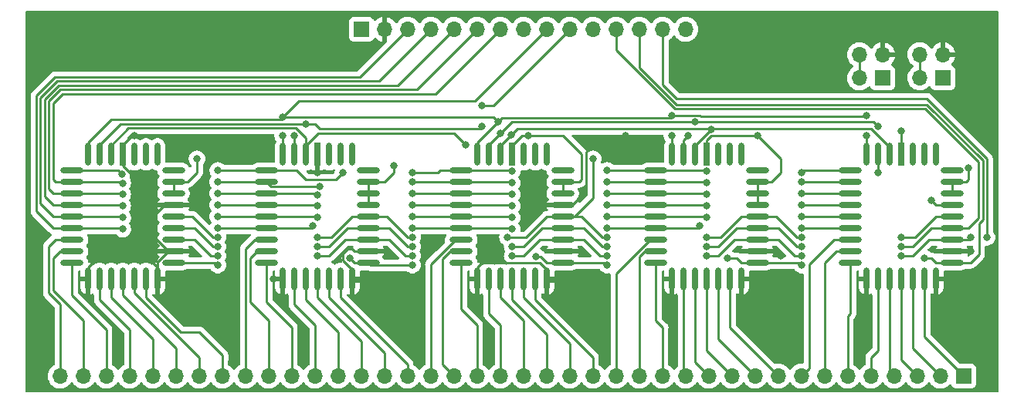
<source format=gbr>
%TF.GenerationSoftware,KiCad,Pcbnew,(6.0.0-0)*%
%TF.CreationDate,2022-01-25T13:08:07-05:00*%
%TF.ProjectId,EEPROM-Board,45455052-4f4d-42d4-926f-6172642e6b69,rev?*%
%TF.SameCoordinates,Original*%
%TF.FileFunction,Copper,L1,Top*%
%TF.FilePolarity,Positive*%
%FSLAX46Y46*%
G04 Gerber Fmt 4.6, Leading zero omitted, Abs format (unit mm)*
G04 Created by KiCad (PCBNEW (6.0.0-0)) date 2022-01-25 13:08:07*
%MOMM*%
%LPD*%
G01*
G04 APERTURE LIST*
G04 Aperture macros list*
%AMRoundRect*
0 Rectangle with rounded corners*
0 $1 Rounding radius*
0 $2 $3 $4 $5 $6 $7 $8 $9 X,Y pos of 4 corners*
0 Add a 4 corners polygon primitive as box body*
4,1,4,$2,$3,$4,$5,$6,$7,$8,$9,$2,$3,0*
0 Add four circle primitives for the rounded corners*
1,1,$1+$1,$2,$3*
1,1,$1+$1,$4,$5*
1,1,$1+$1,$6,$7*
1,1,$1+$1,$8,$9*
0 Add four rect primitives between the rounded corners*
20,1,$1+$1,$2,$3,$4,$5,0*
20,1,$1+$1,$4,$5,$6,$7,0*
20,1,$1+$1,$6,$7,$8,$9,0*
20,1,$1+$1,$8,$9,$2,$3,0*%
G04 Aperture macros list end*
%TA.AperFunction,ComponentPad*%
%ADD10R,1.700000X1.700000*%
%TD*%
%TA.AperFunction,ComponentPad*%
%ADD11O,1.700000X1.700000*%
%TD*%
%TA.AperFunction,SMDPad,CuDef*%
%ADD12R,0.644962X2.535553*%
%TD*%
%TA.AperFunction,SMDPad,CuDef*%
%ADD13RoundRect,0.322481X0.000000X-0.945295X0.000000X-0.945295X0.000000X0.945295X0.000000X0.945295X0*%
%TD*%
%TA.AperFunction,SMDPad,CuDef*%
%ADD14RoundRect,0.322481X-0.945295X0.000000X0.945295X0.000000X0.945295X0.000000X-0.945295X0.000000X0*%
%TD*%
%TA.AperFunction,ViaPad*%
%ADD15C,0.800000*%
%TD*%
%TA.AperFunction,Conductor*%
%ADD16C,0.250000*%
%TD*%
G04 APERTURE END LIST*
D10*
%TO.P,J4,1,Pin_1*%
%TO.N,E39*%
X205227000Y-80772000D03*
D11*
%TO.P,J4,2,Pin_2*%
%TO.N,E38*%
X202687000Y-80772000D03*
%TO.P,J4,3,Pin_3*%
%TO.N,E37*%
X200147000Y-80772000D03*
%TO.P,J4,4,Pin_4*%
%TO.N,E36*%
X197607000Y-80772000D03*
%TO.P,J4,5,Pin_5*%
%TO.N,E35*%
X195067000Y-80772000D03*
%TO.P,J4,6,Pin_6*%
%TO.N,E34*%
X192527000Y-80772000D03*
%TO.P,J4,7,Pin_7*%
%TO.N,E33*%
X189987000Y-80772000D03*
%TO.P,J4,8,Pin_8*%
%TO.N,E32*%
X187447000Y-80772000D03*
%TO.P,J4,9,Pin_9*%
%TO.N,E31*%
X184907000Y-80772000D03*
%TO.P,J4,10,Pin_10*%
%TO.N,E30*%
X182367000Y-80772000D03*
%TO.P,J4,11,Pin_11*%
%TO.N,E29*%
X179827000Y-80772000D03*
%TO.P,J4,12,Pin_12*%
%TO.N,E28*%
X177287000Y-80772000D03*
%TO.P,J4,13,Pin_13*%
%TO.N,E27*%
X174747000Y-80772000D03*
%TO.P,J4,14,Pin_14*%
%TO.N,E26*%
X172207000Y-80772000D03*
%TO.P,J4,15,Pin_15*%
%TO.N,E25*%
X169667000Y-80772000D03*
%TO.P,J4,16,Pin_16*%
%TO.N,E24*%
X167127000Y-80772000D03*
%TO.P,J4,17,Pin_17*%
%TO.N,E23*%
X164587000Y-80772000D03*
%TO.P,J4,18,Pin_18*%
%TO.N,E22*%
X162047000Y-80772000D03*
%TO.P,J4,19,Pin_19*%
%TO.N,E21*%
X159507000Y-80772000D03*
%TO.P,J4,20,Pin_20*%
%TO.N,E20*%
X156967000Y-80772000D03*
%TO.P,J4,21,Pin_21*%
%TO.N,E19*%
X154427000Y-80772000D03*
%TO.P,J4,22,Pin_22*%
%TO.N,E18*%
X151887000Y-80772000D03*
%TO.P,J4,23,Pin_23*%
%TO.N,E17*%
X149347000Y-80772000D03*
%TO.P,J4,24,Pin_24*%
%TO.N,E16*%
X146807000Y-80772000D03*
%TO.P,J4,25,Pin_25*%
%TO.N,E15*%
X144267000Y-80772000D03*
%TO.P,J4,26,Pin_26*%
%TO.N,E14*%
X141727000Y-80772000D03*
%TO.P,J4,27,Pin_27*%
%TO.N,E13*%
X139187000Y-80772000D03*
%TO.P,J4,28,Pin_28*%
%TO.N,E12*%
X136647000Y-80772000D03*
%TO.P,J4,29,Pin_29*%
%TO.N,E11*%
X134107000Y-80772000D03*
%TO.P,J4,30,Pin_30*%
%TO.N,E10*%
X131567000Y-80772000D03*
%TO.P,J4,31,Pin_31*%
%TO.N,E9*%
X129027000Y-80772000D03*
%TO.P,J4,32,Pin_32*%
%TO.N,E8*%
X126487000Y-80772000D03*
%TO.P,J4,33,Pin_33*%
%TO.N,E7*%
X123947000Y-80772000D03*
%TO.P,J4,34,Pin_34*%
%TO.N,E6*%
X121407000Y-80772000D03*
%TO.P,J4,35,Pin_35*%
%TO.N,E5*%
X118867000Y-80772000D03*
%TO.P,J4,36,Pin_36*%
%TO.N,E4*%
X116327000Y-80772000D03*
%TO.P,J4,37,Pin_37*%
%TO.N,E3*%
X113787000Y-80772000D03*
%TO.P,J4,38,Pin_38*%
%TO.N,E2*%
X111247000Y-80772000D03*
%TO.P,J4,39,Pin_39*%
%TO.N,E1*%
X108707000Y-80772000D03*
%TO.P,J4,40,Pin_40*%
%TO.N,E0*%
X106167000Y-80772000D03*
%TD*%
%TO.P,J1,15,Pin_15*%
%TO.N,INST7*%
X174757000Y-42672000D03*
%TO.P,J1,14,Pin_14*%
%TO.N,INST6*%
X172217000Y-42672000D03*
%TO.P,J1,13,Pin_13*%
%TO.N,INST5*%
X169677000Y-42672000D03*
%TO.P,J1,12,Pin_12*%
%TO.N,INST4*%
X167137000Y-42672000D03*
%TO.P,J1,11,Pin_11*%
%TO.N,INST3*%
X164597000Y-42672000D03*
%TO.P,J1,10,Pin_10*%
%TO.N,INST2*%
X162057000Y-42672000D03*
%TO.P,J1,9,Pin_9*%
%TO.N,INST1*%
X159517000Y-42672000D03*
%TO.P,J1,8,Pin_8*%
%TO.N,INST0*%
X156977000Y-42672000D03*
%TO.P,J1,7,Pin_7*%
%TO.N,STEP4*%
X154437000Y-42672000D03*
%TO.P,J1,6,Pin_6*%
%TO.N,STEP3*%
X151897000Y-42672000D03*
%TO.P,J1,5,Pin_5*%
%TO.N,STEP2*%
X149357000Y-42672000D03*
%TO.P,J1,4,Pin_4*%
%TO.N,STEP1*%
X146817000Y-42672000D03*
%TO.P,J1,3,Pin_3*%
%TO.N,STEP0*%
X144277000Y-42672000D03*
%TO.P,J1,2,Pin_2*%
%TO.N,GND*%
X141737000Y-42672000D03*
D10*
%TO.P,J1,1,Pin_1*%
%TO.N,VCC*%
X139197000Y-42672000D03*
%TD*%
D11*
%TO.P,J3,4,Pin_4*%
%TO.N,Net-(U5-Pad26)*%
X200406000Y-45461000D03*
%TO.P,J3,3,Pin_3*%
%TO.N,GND*%
X202946000Y-45461000D03*
%TO.P,J3,2,Pin_2*%
%TO.N,Net-(U5-Pad26)*%
X200406000Y-48001000D03*
D10*
%TO.P,J3,1,Pin_1*%
%TO.N,VCC*%
X202946000Y-48001000D03*
%TD*%
%TO.P,J2,1,Pin_1*%
%TO.N,VCC*%
X196347000Y-48006000D03*
D11*
%TO.P,J2,2,Pin_2*%
%TO.N,Net-(U5-Pad1)*%
X193807000Y-48006000D03*
%TO.P,J2,3,Pin_3*%
%TO.N,GND*%
X196347000Y-45466000D03*
%TO.P,J2,4,Pin_4*%
%TO.N,Net-(U5-Pad1)*%
X193807000Y-45466000D03*
%TD*%
D12*
%TO.P,U5,1,A14*%
%TO.N,Net-(U5-Pad1)*%
X198374000Y-56402448D03*
D13*
%TO.P,U5,2,A12*%
%TO.N,INST7*%
X197104000Y-56402448D03*
%TO.P,U5,3,A7*%
%TO.N,INST2*%
X195834000Y-56402448D03*
%TO.P,U5,4,A6*%
%TO.N,INST1*%
X194564000Y-56402448D03*
D14*
%TO.P,U5,5,A5*%
%TO.N,INST0*%
X192800448Y-58166000D03*
%TO.P,U5,6,A4*%
%TO.N,STEP4*%
X192800448Y-59436000D03*
%TO.P,U5,7,A3*%
%TO.N,STEP3*%
X192800448Y-60706000D03*
%TO.P,U5,8,A2*%
%TO.N,STEP2*%
X192800448Y-61976000D03*
%TO.P,U5,9,A1*%
%TO.N,STEP1*%
X192800448Y-63246000D03*
%TO.P,U5,10,A0*%
%TO.N,STEP0*%
X192800448Y-64516000D03*
%TO.P,U5,11,D0*%
%TO.N,E32*%
X192800448Y-65786000D03*
%TO.P,U5,12,D1*%
%TO.N,E33*%
X192800448Y-67056000D03*
%TO.P,U5,13,D2*%
%TO.N,E34*%
X192800448Y-68326000D03*
D13*
%TO.P,U5,14,GND*%
%TO.N,GND*%
X194564000Y-70089553D03*
%TO.P,U5,15,D3*%
%TO.N,E35*%
X195834000Y-70089553D03*
%TO.P,U5,16,D4*%
%TO.N,E36*%
X197104000Y-70089553D03*
%TO.P,U5,17,D5*%
%TO.N,E37*%
X198374000Y-70089553D03*
%TO.P,U5,18,D6*%
%TO.N,E38*%
X199644000Y-70089553D03*
%TO.P,U5,19,D7*%
%TO.N,E39*%
X200914000Y-70089553D03*
%TO.P,U5,20,~{CS}*%
%TO.N,GND*%
X202184000Y-70089553D03*
D14*
%TO.P,U5,21,A10*%
%TO.N,INST5*%
X203947553Y-68326000D03*
%TO.P,U5,22,~{OE}*%
%TO.N,GND*%
X203947553Y-67056000D03*
%TO.P,U5,23,A11*%
%TO.N,INST6*%
X203947553Y-65786000D03*
%TO.P,U5,24,A9*%
%TO.N,INST4*%
X203947553Y-64516000D03*
%TO.P,U5,25,A8*%
%TO.N,INST3*%
X203947553Y-63246000D03*
%TO.P,U5,26,A13*%
%TO.N,Net-(U5-Pad26)*%
X203947553Y-61976000D03*
%TO.P,U5,27,~{WE}*%
%TO.N,VCC*%
X203947553Y-60706000D03*
%TO.P,U5,28,VCC*%
X203947553Y-59436000D03*
%TO.P,U5,29*%
%TO.N,N/C*%
X203947553Y-58166000D03*
D13*
%TO.P,U5,30*%
X202184000Y-56402448D03*
%TO.P,U5,31*%
X200914000Y-56402448D03*
%TO.P,U5,32*%
X199644000Y-56402448D03*
%TD*%
D12*
%TO.P,U4,1,A14*%
%TO.N,VCC*%
X177038000Y-56402448D03*
D13*
%TO.P,U4,2,A12*%
%TO.N,INST7*%
X175768000Y-56402448D03*
%TO.P,U4,3,A7*%
%TO.N,INST2*%
X174498000Y-56402448D03*
%TO.P,U4,4,A6*%
%TO.N,INST1*%
X173228000Y-56402448D03*
D14*
%TO.P,U4,5,A5*%
%TO.N,INST0*%
X171464448Y-58166000D03*
%TO.P,U4,6,A4*%
%TO.N,STEP4*%
X171464448Y-59436000D03*
%TO.P,U4,7,A3*%
%TO.N,STEP3*%
X171464448Y-60706000D03*
%TO.P,U4,8,A2*%
%TO.N,STEP2*%
X171464448Y-61976000D03*
%TO.P,U4,9,A1*%
%TO.N,STEP1*%
X171464448Y-63246000D03*
%TO.P,U4,10,A0*%
%TO.N,STEP0*%
X171464448Y-64516000D03*
%TO.P,U4,11,D0*%
%TO.N,E24*%
X171464448Y-65786000D03*
%TO.P,U4,12,D1*%
%TO.N,E25*%
X171464448Y-67056000D03*
%TO.P,U4,13,D2*%
%TO.N,E26*%
X171464448Y-68326000D03*
D13*
%TO.P,U4,14,GND*%
%TO.N,GND*%
X173228000Y-70089553D03*
%TO.P,U4,15,D3*%
%TO.N,E27*%
X174498000Y-70089553D03*
%TO.P,U4,16,D4*%
%TO.N,E28*%
X175768000Y-70089553D03*
%TO.P,U4,17,D5*%
%TO.N,E29*%
X177038000Y-70089553D03*
%TO.P,U4,18,D6*%
%TO.N,E30*%
X178308000Y-70089553D03*
%TO.P,U4,19,D7*%
%TO.N,E31*%
X179578000Y-70089553D03*
%TO.P,U4,20,~{CS}*%
%TO.N,GND*%
X180848000Y-70089553D03*
D14*
%TO.P,U4,21,A10*%
%TO.N,INST5*%
X182611553Y-68326000D03*
%TO.P,U4,22,~{OE}*%
%TO.N,GND*%
X182611553Y-67056000D03*
%TO.P,U4,23,A11*%
%TO.N,INST6*%
X182611553Y-65786000D03*
%TO.P,U4,24,A9*%
%TO.N,INST4*%
X182611553Y-64516000D03*
%TO.P,U4,25,A8*%
%TO.N,INST3*%
X182611553Y-63246000D03*
%TO.P,U4,26,A13*%
%TO.N,VCC*%
X182611553Y-61976000D03*
%TO.P,U4,27,~{WE}*%
X182611553Y-60706000D03*
%TO.P,U4,28,VCC*%
X182611553Y-59436000D03*
%TO.P,U4,29*%
%TO.N,N/C*%
X182611553Y-58166000D03*
D13*
%TO.P,U4,30*%
X180848000Y-56402448D03*
%TO.P,U4,31*%
X179578000Y-56402448D03*
%TO.P,U4,32*%
X178308000Y-56402448D03*
%TD*%
D12*
%TO.P,U3,1,A14*%
%TO.N,VCC*%
X155702000Y-56402448D03*
D13*
%TO.P,U3,2,A12*%
%TO.N,INST7*%
X154432000Y-56402448D03*
%TO.P,U3,3,A7*%
%TO.N,INST2*%
X153162000Y-56402448D03*
%TO.P,U3,4,A6*%
%TO.N,INST1*%
X151892000Y-56402448D03*
D14*
%TO.P,U3,5,A5*%
%TO.N,INST0*%
X150128448Y-58166000D03*
%TO.P,U3,6,A4*%
%TO.N,STEP4*%
X150128448Y-59436000D03*
%TO.P,U3,7,A3*%
%TO.N,STEP3*%
X150128448Y-60706000D03*
%TO.P,U3,8,A2*%
%TO.N,STEP2*%
X150128448Y-61976000D03*
%TO.P,U3,9,A1*%
%TO.N,STEP1*%
X150128448Y-63246000D03*
%TO.P,U3,10,A0*%
%TO.N,STEP0*%
X150128448Y-64516000D03*
%TO.P,U3,11,D0*%
%TO.N,E16*%
X150128448Y-65786000D03*
%TO.P,U3,12,D1*%
%TO.N,E17*%
X150128448Y-67056000D03*
%TO.P,U3,13,D2*%
%TO.N,E18*%
X150128448Y-68326000D03*
D13*
%TO.P,U3,14,GND*%
%TO.N,GND*%
X151892000Y-70089553D03*
%TO.P,U3,15,D3*%
%TO.N,E19*%
X153162000Y-70089553D03*
%TO.P,U3,16,D4*%
%TO.N,E20*%
X154432000Y-70089553D03*
%TO.P,U3,17,D5*%
%TO.N,E21*%
X155702000Y-70089553D03*
%TO.P,U3,18,D6*%
%TO.N,E22*%
X156972000Y-70089553D03*
%TO.P,U3,19,D7*%
%TO.N,E23*%
X158242000Y-70089553D03*
%TO.P,U3,20,~{CS}*%
%TO.N,GND*%
X159512000Y-70089553D03*
D14*
%TO.P,U3,21,A10*%
%TO.N,INST5*%
X161275553Y-68326000D03*
%TO.P,U3,22,~{OE}*%
%TO.N,GND*%
X161275553Y-67056000D03*
%TO.P,U3,23,A11*%
%TO.N,INST6*%
X161275553Y-65786000D03*
%TO.P,U3,24,A9*%
%TO.N,INST4*%
X161275553Y-64516000D03*
%TO.P,U3,25,A8*%
%TO.N,INST3*%
X161275553Y-63246000D03*
%TO.P,U3,26,A13*%
%TO.N,GND*%
X161275553Y-61976000D03*
%TO.P,U3,27,~{WE}*%
%TO.N,VCC*%
X161275553Y-60706000D03*
%TO.P,U3,28,VCC*%
X161275553Y-59436000D03*
%TO.P,U3,29*%
%TO.N,N/C*%
X161275553Y-58166000D03*
D13*
%TO.P,U3,30*%
X159512000Y-56402448D03*
%TO.P,U3,31*%
X158242000Y-56402448D03*
%TO.P,U3,32*%
X156972000Y-56402448D03*
%TD*%
D12*
%TO.P,U2,1,A14*%
%TO.N,GND*%
X134366000Y-56402448D03*
D13*
%TO.P,U2,2,A12*%
%TO.N,INST7*%
X133096000Y-56402448D03*
%TO.P,U2,3,A7*%
%TO.N,INST2*%
X131826000Y-56402448D03*
%TO.P,U2,4,A6*%
%TO.N,INST1*%
X130556000Y-56402448D03*
D14*
%TO.P,U2,5,A5*%
%TO.N,INST0*%
X128792448Y-58166000D03*
%TO.P,U2,6,A4*%
%TO.N,STEP4*%
X128792448Y-59436000D03*
%TO.P,U2,7,A3*%
%TO.N,STEP3*%
X128792448Y-60706000D03*
%TO.P,U2,8,A2*%
%TO.N,STEP2*%
X128792448Y-61976000D03*
%TO.P,U2,9,A1*%
%TO.N,STEP1*%
X128792448Y-63246000D03*
%TO.P,U2,10,A0*%
%TO.N,STEP0*%
X128792448Y-64516000D03*
%TO.P,U2,11,D0*%
%TO.N,E8*%
X128792448Y-65786000D03*
%TO.P,U2,12,D1*%
%TO.N,E9*%
X128792448Y-67056000D03*
%TO.P,U2,13,D2*%
%TO.N,E10*%
X128792448Y-68326000D03*
D13*
%TO.P,U2,14,GND*%
%TO.N,GND*%
X130556000Y-70089553D03*
%TO.P,U2,15,D3*%
%TO.N,E11*%
X131826000Y-70089553D03*
%TO.P,U2,16,D4*%
%TO.N,E12*%
X133096000Y-70089553D03*
%TO.P,U2,17,D5*%
%TO.N,E13*%
X134366000Y-70089553D03*
%TO.P,U2,18,D6*%
%TO.N,E14*%
X135636000Y-70089553D03*
%TO.P,U2,19,D7*%
%TO.N,E15*%
X136906000Y-70089553D03*
%TO.P,U2,20,~{CS}*%
%TO.N,GND*%
X138176000Y-70089553D03*
D14*
%TO.P,U2,21,A10*%
%TO.N,INST5*%
X139939553Y-68326000D03*
%TO.P,U2,22,~{OE}*%
%TO.N,GND*%
X139939553Y-67056000D03*
%TO.P,U2,23,A11*%
%TO.N,INST6*%
X139939553Y-65786000D03*
%TO.P,U2,24,A9*%
%TO.N,INST4*%
X139939553Y-64516000D03*
%TO.P,U2,25,A8*%
%TO.N,INST3*%
X139939553Y-63246000D03*
%TO.P,U2,26,A13*%
%TO.N,VCC*%
X139939553Y-61976000D03*
%TO.P,U2,27,~{WE}*%
X139939553Y-60706000D03*
%TO.P,U2,28,VCC*%
X139939553Y-59436000D03*
%TO.P,U2,29*%
%TO.N,N/C*%
X139939553Y-58166000D03*
D13*
%TO.P,U2,30*%
X138176000Y-56402448D03*
%TO.P,U2,31*%
X136906000Y-56402448D03*
%TO.P,U2,32*%
X135636000Y-56402448D03*
%TD*%
D12*
%TO.P,U1,1,A14*%
%TO.N,GND*%
X113030000Y-56402448D03*
D13*
%TO.P,U1,2,A12*%
%TO.N,INST7*%
X111760000Y-56402448D03*
%TO.P,U1,3,A7*%
%TO.N,INST2*%
X110490000Y-56402448D03*
%TO.P,U1,4,A6*%
%TO.N,INST1*%
X109220000Y-56402448D03*
D14*
%TO.P,U1,5,A5*%
%TO.N,INST0*%
X107456448Y-58166000D03*
%TO.P,U1,6,A4*%
%TO.N,STEP4*%
X107456448Y-59436000D03*
%TO.P,U1,7,A3*%
%TO.N,STEP3*%
X107456448Y-60706000D03*
%TO.P,U1,8,A2*%
%TO.N,STEP2*%
X107456448Y-61976000D03*
%TO.P,U1,9,A1*%
%TO.N,STEP1*%
X107456448Y-63246000D03*
%TO.P,U1,10,A0*%
%TO.N,STEP0*%
X107456448Y-64516000D03*
%TO.P,U1,11,D0*%
%TO.N,E0*%
X107456448Y-65786000D03*
%TO.P,U1,12,D1*%
%TO.N,E1*%
X107456448Y-67056000D03*
%TO.P,U1,13,D2*%
%TO.N,E2*%
X107456448Y-68326000D03*
D13*
%TO.P,U1,14,GND*%
%TO.N,GND*%
X109220000Y-70089553D03*
%TO.P,U1,15,D3*%
%TO.N,E3*%
X110490000Y-70089553D03*
%TO.P,U1,16,D4*%
%TO.N,E4*%
X111760000Y-70089553D03*
%TO.P,U1,17,D5*%
%TO.N,E5*%
X113030000Y-70089553D03*
%TO.P,U1,18,D6*%
%TO.N,E6*%
X114300000Y-70089553D03*
%TO.P,U1,19,D7*%
%TO.N,E7*%
X115570000Y-70089553D03*
%TO.P,U1,20,~{CS}*%
%TO.N,GND*%
X116840000Y-70089553D03*
D14*
%TO.P,U1,21,A10*%
%TO.N,INST5*%
X118603553Y-68326000D03*
%TO.P,U1,22,~{OE}*%
%TO.N,GND*%
X118603553Y-67056000D03*
%TO.P,U1,23,A11*%
%TO.N,INST6*%
X118603553Y-65786000D03*
%TO.P,U1,24,A9*%
%TO.N,INST4*%
X118603553Y-64516000D03*
%TO.P,U1,25,A8*%
%TO.N,INST3*%
X118603553Y-63246000D03*
%TO.P,U1,26,A13*%
%TO.N,GND*%
X118603553Y-61976000D03*
%TO.P,U1,27,~{WE}*%
%TO.N,VCC*%
X118603553Y-60706000D03*
%TO.P,U1,28,VCC*%
X118603553Y-59436000D03*
%TO.P,U1,29*%
%TO.N,N/C*%
X118603553Y-58166000D03*
D13*
%TO.P,U1,30*%
X116840000Y-56402448D03*
%TO.P,U1,31*%
X115570000Y-56402448D03*
%TO.P,U1,32*%
X114300000Y-56402448D03*
%TD*%
D15*
%TO.N,GND*%
X139446000Y-70358000D03*
%TO.N,INST0*%
X177038000Y-58269726D03*
X187452000Y-58420000D03*
X137160000Y-58420000D03*
X144780000Y-58420000D03*
%TO.N,GND*%
X173990000Y-47752000D03*
X168148000Y-54356000D03*
X205994000Y-67056000D03*
X203962000Y-70104000D03*
X194564000Y-72898000D03*
X173228000Y-72898000D03*
X184150000Y-70104000D03*
X185166000Y-67564000D03*
X161544000Y-70358000D03*
X163576000Y-67310000D03*
X129540000Y-70104000D03*
X118364000Y-70104000D03*
X114300000Y-54356000D03*
X114300000Y-46736000D03*
%TO.N,INST2*%
X131826000Y-54356000D03*
X133096000Y-53086000D03*
%TO.N,GND*%
X129032000Y-56134000D03*
X134370299Y-58415701D03*
%TO.N,VCC*%
X157480000Y-54356000D03*
X205775988Y-57901210D03*
X182626000Y-54356000D03*
X142748000Y-57658000D03*
X121158000Y-56896000D03*
%TO.N,Net-(U5-Pad1)*%
X198374000Y-53848000D03*
%TO.N,Net-(U5-Pad26)*%
X201676000Y-61468000D03*
%TO.N,INST5*%
X200914000Y-67818000D03*
X187452000Y-68580000D03*
X166116000Y-68580000D03*
X179324000Y-67818000D03*
X144780000Y-68580000D03*
X158319816Y-67601500D03*
X123444000Y-68580000D03*
X137926299Y-67813701D03*
%TO.N,INST7*%
X177569670Y-53631499D03*
%TO.N,INST6*%
X207772000Y-65532000D03*
X205994000Y-65532000D03*
%TO.N,INST3*%
X164592000Y-56896000D03*
%TO.N,INST1*%
X154174388Y-52828388D03*
%TO.N,INST2*%
X175006000Y-54356000D03*
X175768000Y-52832000D03*
X152400000Y-51054000D03*
%TO.N,INST4*%
X187466447Y-66548000D03*
%TO.N,STEP4*%
X187451999Y-59436000D03*
X177037999Y-59539726D03*
%TO.N,INST6*%
X187466447Y-67564000D03*
X198388447Y-67564000D03*
%TO.N,STEP1*%
X177037999Y-63349726D03*
%TO.N,INST3*%
X198388447Y-65532000D03*
%TO.N,STEP2*%
X187451999Y-61976000D03*
%TO.N,STEP0*%
X187451999Y-64516000D03*
%TO.N,INST3*%
X187466447Y-65532000D03*
%TO.N,STEP0*%
X176276000Y-64262000D03*
%TO.N,STEP2*%
X177037999Y-62079726D03*
%TO.N,STEP3*%
X177037999Y-60809726D03*
X187451999Y-60706000D03*
%TO.N,STEP1*%
X187451999Y-63246000D03*
%TO.N,INST4*%
X198388447Y-66548000D03*
%TO.N,INST2*%
X195834000Y-58420000D03*
X195834000Y-53340000D03*
%TO.N,INST0*%
X155716447Y-58269726D03*
X166130447Y-58166000D03*
%TO.N,INST4*%
X166130447Y-66548000D03*
%TO.N,STEP4*%
X166115999Y-59436000D03*
X155701999Y-59539726D03*
%TO.N,INST6*%
X166130447Y-67564000D03*
X177052447Y-67564000D03*
%TO.N,STEP1*%
X155701999Y-63349726D03*
%TO.N,INST3*%
X177052447Y-65532000D03*
%TO.N,STEP2*%
X166115999Y-61976000D03*
%TO.N,STEP0*%
X166115999Y-64516000D03*
%TO.N,INST3*%
X166130447Y-65532000D03*
%TO.N,STEP0*%
X155701999Y-64619726D03*
%TO.N,STEP2*%
X155701999Y-62079726D03*
%TO.N,STEP3*%
X155701999Y-60809726D03*
X166115999Y-60706000D03*
%TO.N,STEP1*%
X166115999Y-63246000D03*
%TO.N,INST4*%
X177052447Y-66548000D03*
X144794447Y-66548000D03*
%TO.N,STEP4*%
X144779999Y-59436000D03*
X134611245Y-59906500D03*
%TO.N,INST6*%
X144794447Y-67564000D03*
X155716447Y-67564000D03*
%TO.N,STEP1*%
X134365999Y-63349726D03*
%TO.N,INST3*%
X155194000Y-65532000D03*
%TO.N,STEP2*%
X144779999Y-61976000D03*
%TO.N,STEP0*%
X144779999Y-64516000D03*
%TO.N,INST3*%
X144794447Y-65532000D03*
%TO.N,STEP0*%
X133858000Y-64262000D03*
%TO.N,STEP2*%
X134365999Y-62079726D03*
%TO.N,STEP3*%
X134349597Y-60871148D03*
X144779999Y-60706000D03*
%TO.N,STEP1*%
X144779999Y-63246000D03*
%TO.N,INST4*%
X155716447Y-66548000D03*
%TO.N,INST6*%
X123444000Y-67564000D03*
X134366000Y-67564000D03*
%TO.N,INST4*%
X123444000Y-66548000D03*
X134366000Y-66548000D03*
%TO.N,INST3*%
X123444000Y-65532000D03*
X134366000Y-65532000D03*
%TO.N,INST1*%
X194564000Y-52107500D03*
X194566460Y-54380522D03*
%TO.N,INST2*%
X152400000Y-53340000D03*
X154428388Y-54098388D03*
%TO.N,INST7*%
X155601972Y-54255972D03*
X150622000Y-55372000D03*
%TO.N,INST1*%
X173228000Y-52107500D03*
X173228000Y-54348776D03*
X130556000Y-52324000D03*
X130556000Y-54356000D03*
%TO.N,STEP0*%
X113015552Y-64619726D03*
X123429552Y-64516000D03*
%TO.N,STEP1*%
X113015552Y-63349726D03*
X123429552Y-63246000D03*
%TO.N,STEP2*%
X113015552Y-62079726D03*
X123429552Y-61976000D03*
%TO.N,STEP3*%
X113015552Y-60809726D03*
X123429552Y-60706000D03*
%TO.N,STEP4*%
X113017982Y-59565506D03*
X123429552Y-59436000D03*
%TO.N,INST0*%
X112918381Y-58570979D03*
X123444000Y-58166000D03*
%TD*%
D16*
%TO.N,STEP0*%
X128792447Y-64516000D02*
X133604000Y-64516000D01*
X133604000Y-64516000D02*
X133858000Y-64262000D01*
X176022000Y-64516000D02*
X176276000Y-64262000D01*
X166115999Y-64516000D02*
X176022000Y-64516000D01*
%TO.N,INST3*%
X157240447Y-65532000D02*
X155194000Y-65532000D01*
X163336447Y-63246000D02*
X159526447Y-63246000D01*
X159526447Y-63246000D02*
X157240447Y-65532000D01*
X165622447Y-65532000D02*
X163336447Y-63246000D01*
X166130447Y-65532000D02*
X165622447Y-65532000D01*
%TO.N,GND*%
X139446000Y-70358000D02*
X138444447Y-70358000D01*
X138444447Y-70358000D02*
X138176000Y-70089553D01*
%TO.N,INST0*%
X171464448Y-58166000D02*
X176934274Y-58166000D01*
X176934274Y-58166000D02*
X177038000Y-58269726D01*
X187452000Y-58420000D02*
X187706000Y-58166000D01*
X187706000Y-58166000D02*
X192800448Y-58166000D01*
X144780000Y-58420000D02*
X147574000Y-58420000D01*
%TO.N,STEP3*%
X128792447Y-60706000D02*
X134184449Y-60706000D01*
%TO.N,INST0*%
X132080000Y-58166000D02*
X132588000Y-58674000D01*
%TO.N,STEP3*%
X134184449Y-60706000D02*
X134349597Y-60871148D01*
%TO.N,INST0*%
X133096000Y-59182000D02*
X134874000Y-59182000D01*
%TO.N,GND*%
X134366000Y-56402448D02*
X134366000Y-58411402D01*
%TO.N,STEP4*%
X129262947Y-59906500D02*
X134611245Y-59906500D01*
X128792447Y-59436000D02*
X129262947Y-59906500D01*
%TO.N,INST0*%
X128792448Y-58166000D02*
X132080000Y-58166000D01*
X134874000Y-59182000D02*
X136398000Y-59182000D01*
%TO.N,GND*%
X134366000Y-58411402D02*
X134370299Y-58415701D01*
%TO.N,INST0*%
X136398000Y-59182000D02*
X137160000Y-58420000D01*
X132588000Y-58674000D02*
X133096000Y-59182000D01*
X147574000Y-58420000D02*
X147828000Y-58166000D01*
X147828000Y-58166000D02*
X150128448Y-58166000D01*
%TO.N,GND*%
X161275553Y-61976000D02*
X162306000Y-61976000D01*
X162306000Y-61976000D02*
X163830000Y-60452000D01*
X163830000Y-60452000D02*
X163830000Y-56134000D01*
X163830000Y-56134000D02*
X165608000Y-54356000D01*
X165608000Y-54356000D02*
X168148000Y-54356000D01*
%TO.N,INST4*%
X205740000Y-64516000D02*
X203947553Y-64516000D01*
X167137000Y-42672000D02*
X167137000Y-44964407D01*
%TO.N,INST5*%
X206914011Y-67405989D02*
X205994000Y-68326000D01*
X206914011Y-63977693D02*
X206914011Y-67405989D01*
%TO.N,INST6*%
X173736000Y-50292000D02*
X201178007Y-50292000D01*
%TO.N,INST5*%
X207322489Y-63569215D02*
X206914011Y-63977693D01*
%TO.N,INST4*%
X206872978Y-63383022D02*
X205740000Y-64516000D01*
X200997599Y-51382999D02*
X206872978Y-57258378D01*
X173555592Y-51382999D02*
X200997599Y-51382999D01*
%TO.N,INST5*%
X205994000Y-68326000D02*
X203947553Y-68326000D01*
X201183793Y-50933489D02*
X207322489Y-57072185D01*
%TO.N,INST6*%
X207772000Y-56885993D02*
X207772000Y-65532000D01*
%TO.N,INST5*%
X169677000Y-46868704D02*
X173741785Y-50933489D01*
%TO.N,INST6*%
X172217000Y-42672000D02*
X172217000Y-48773000D01*
%TO.N,INST5*%
X207322489Y-57072185D02*
X207322489Y-63569215D01*
%TO.N,INST4*%
X167137000Y-44964407D02*
X173555592Y-51382999D01*
X206872978Y-57258378D02*
X206872978Y-63383022D01*
%TO.N,INST5*%
X169677000Y-42672000D02*
X169677000Y-46868704D01*
X173741785Y-50933489D02*
X201183793Y-50933489D01*
%TO.N,INST6*%
X201178007Y-50292000D02*
X207772000Y-56885993D01*
X172217000Y-48773000D02*
X173736000Y-50292000D01*
%TO.N,GND*%
X205994000Y-67056000D02*
X203947553Y-67056000D01*
X203947553Y-70089553D02*
X203962000Y-70104000D01*
X202184000Y-70089553D02*
X203947553Y-70089553D01*
X194564000Y-70089553D02*
X194564000Y-72898000D01*
X173228000Y-70089553D02*
X173228000Y-72898000D01*
X182611553Y-67056000D02*
X184658000Y-67056000D01*
X184658000Y-67056000D02*
X185166000Y-67564000D01*
X184150000Y-70104000D02*
X180862447Y-70104000D01*
X180862447Y-70104000D02*
X180848000Y-70089553D01*
X161275553Y-67056000D02*
X163068000Y-67056000D01*
X163068000Y-67056000D02*
X163322000Y-67310000D01*
X163322000Y-67310000D02*
X163576000Y-67310000D01*
X161544000Y-70358000D02*
X159780447Y-70358000D01*
X159780447Y-70358000D02*
X159512000Y-70089553D01*
%TO.N,INST5*%
X158787500Y-67601500D02*
X158319816Y-67601500D01*
X161275553Y-68326000D02*
X159512000Y-68326000D01*
X159512000Y-68326000D02*
X158787500Y-67601500D01*
%TO.N,GND*%
X158750000Y-68326000D02*
X159512000Y-69088000D01*
X159512000Y-69088000D02*
X159512000Y-70089553D01*
X151892000Y-70089553D02*
X151892000Y-68834000D01*
X151892000Y-68834000D02*
X152400000Y-68326000D01*
X152400000Y-68326000D02*
X158750000Y-68326000D01*
%TO.N,INST5*%
X139939553Y-68326000D02*
X138438598Y-68326000D01*
%TO.N,GND*%
X137160000Y-67310000D02*
X137160000Y-68072000D01*
%TO.N,INST5*%
X138438598Y-68326000D02*
X137926299Y-67813701D01*
%TO.N,GND*%
X139939553Y-67056000D02*
X138430000Y-67056000D01*
X138176000Y-66802000D02*
X137668000Y-66802000D01*
X138430000Y-67056000D02*
X138176000Y-66802000D01*
X137160000Y-68072000D02*
X138176000Y-69088000D01*
X137668000Y-66802000D02*
X137160000Y-67310000D01*
X138176000Y-69088000D02*
X138176000Y-70089553D01*
X130556000Y-70089553D02*
X129554447Y-70089553D01*
X129554447Y-70089553D02*
X129540000Y-70104000D01*
X118364000Y-70104000D02*
X116854447Y-70104000D01*
X116854447Y-70104000D02*
X116840000Y-70089553D01*
X113030000Y-55372000D02*
X114046000Y-54356000D01*
X113030000Y-56402448D02*
X113030000Y-55372000D01*
X114046000Y-54356000D02*
X114300000Y-54356000D01*
X109220000Y-70089553D02*
X109220000Y-68834000D01*
X109220000Y-68834000D02*
X109982000Y-68072000D01*
X109982000Y-68072000D02*
X116078000Y-68072000D01*
X116078000Y-68072000D02*
X116840000Y-68834000D01*
X116840000Y-68834000D02*
X116840000Y-70089553D01*
X116840000Y-70089553D02*
X116840000Y-68229258D01*
X116840000Y-68229258D02*
X118013258Y-67056000D01*
X118013258Y-67056000D02*
X118603553Y-67056000D01*
X118603553Y-61976000D02*
X117602000Y-61976000D01*
X117602000Y-61976000D02*
X116332000Y-63246000D01*
X116332000Y-63246000D02*
X116332000Y-65374742D01*
X116332000Y-65374742D02*
X118013258Y-67056000D01*
X113030000Y-56402448D02*
X113030000Y-57658000D01*
X113030000Y-57658000D02*
X114300000Y-58928000D01*
X114300000Y-58928000D02*
X114300000Y-59690000D01*
X116586000Y-61976000D02*
X118603553Y-61976000D01*
X114300000Y-59690000D02*
X116586000Y-61976000D01*
%TO.N,STEP4*%
X112888476Y-59436000D02*
X113017982Y-59565506D01*
X107442000Y-59436000D02*
X112888476Y-59436000D01*
%TO.N,INST0*%
X107456448Y-58166000D02*
X112513402Y-58166000D01*
X112513402Y-58166000D02*
X112918381Y-58570979D01*
%TO.N,INST7*%
X113657658Y-53535511D02*
X111760000Y-55433169D01*
X133096000Y-56402448D02*
X133096000Y-54601400D01*
%TO.N,INST2*%
X133096000Y-53086000D02*
X134112000Y-53086000D01*
%TO.N,INST7*%
X111760000Y-55433169D02*
X111760000Y-56402448D01*
X132030111Y-53535511D02*
X113657658Y-53535511D01*
X133096000Y-54601400D02*
X132030111Y-53535511D01*
%TO.N,INST2*%
X131826000Y-56402448D02*
X131826000Y-54356000D01*
X112776000Y-53086000D02*
X133096000Y-53086000D01*
%TO.N,VCC*%
X157480000Y-54356000D02*
X156803153Y-54356000D01*
X205486000Y-59436000D02*
X205740000Y-59182000D01*
X203947553Y-59436000D02*
X205486000Y-59436000D01*
X205740000Y-59182000D02*
X205740000Y-57937198D01*
X205740000Y-57937198D02*
X205775988Y-57901210D01*
X203947553Y-60706000D02*
X203947553Y-59436000D01*
X182611553Y-59436000D02*
X184150000Y-59436000D01*
X184150000Y-59436000D02*
X185166000Y-58420000D01*
X185166000Y-58420000D02*
X185166000Y-56896000D01*
X185166000Y-56896000D02*
X182626000Y-54356000D01*
X177038000Y-54864000D02*
X177038000Y-56402448D01*
X177546000Y-54356000D02*
X177038000Y-54864000D01*
X182626000Y-54356000D02*
X177546000Y-54356000D01*
X182611553Y-61976000D02*
X182611553Y-59436000D01*
X161275553Y-59436000D02*
X163068000Y-59436000D01*
X163068000Y-59436000D02*
X163322000Y-59182000D01*
X163322000Y-56388000D02*
X161290000Y-54356000D01*
X156803153Y-54356000D02*
X155702000Y-55457153D01*
X155702000Y-55457153D02*
X155702000Y-56402448D01*
X163322000Y-59182000D02*
X163322000Y-56388000D01*
X161290000Y-54356000D02*
X157480000Y-54356000D01*
X161275553Y-60706000D02*
X161275553Y-59436000D01*
X139939553Y-59436000D02*
X141732000Y-59436000D01*
X141732000Y-59436000D02*
X142494000Y-58674000D01*
X142494000Y-58674000D02*
X142748000Y-58420000D01*
X142748000Y-58420000D02*
X142748000Y-57658000D01*
X139939553Y-59436000D02*
X139939553Y-61976000D01*
X118603553Y-59436000D02*
X120142000Y-59436000D01*
X120142000Y-59436000D02*
X120904000Y-58674000D01*
X120904000Y-58674000D02*
X121158000Y-58420000D01*
X121158000Y-58420000D02*
X121158000Y-56896000D01*
X118603553Y-59436000D02*
X118603553Y-60706000D01*
%TO.N,Net-(U5-Pad1)*%
X198374000Y-53848000D02*
X198374000Y-56402448D01*
%TO.N,Net-(U5-Pad26)*%
X203947553Y-61976000D02*
X202184000Y-61976000D01*
X202184000Y-61976000D02*
X201676000Y-61468000D01*
%TO.N,Net-(U5-Pad1)*%
X193807000Y-48006000D02*
X193807000Y-45466000D01*
%TO.N,Net-(U5-Pad26)*%
X200406000Y-45461000D02*
X200406000Y-48001000D01*
%TO.N,E32*%
X188297000Y-79922000D02*
X187447000Y-80772000D01*
%TO.N,INST5*%
X187198000Y-68326000D02*
X187452000Y-68580000D01*
%TO.N,E32*%
X188297000Y-68497000D02*
X188297000Y-79922000D01*
X191008000Y-65786000D02*
X188297000Y-68497000D01*
%TO.N,INST5*%
X182611553Y-68326000D02*
X187198000Y-68326000D01*
%TO.N,E32*%
X192800448Y-65786000D02*
X191008000Y-65786000D01*
%TO.N,INST5*%
X200914000Y-67818000D02*
X201676000Y-67818000D01*
X201676000Y-67818000D02*
X202184000Y-68326000D01*
X202184000Y-68326000D02*
X203947553Y-68326000D01*
X161275553Y-68326000D02*
X165862000Y-68326000D01*
X165862000Y-68326000D02*
X166116000Y-68580000D01*
X180340000Y-67818000D02*
X180848000Y-68326000D01*
X180848000Y-68326000D02*
X182611553Y-68326000D01*
X179324000Y-67818000D02*
X180340000Y-67818000D01*
X139939553Y-68326000D02*
X140193553Y-68580000D01*
X140193553Y-68580000D02*
X144780000Y-68580000D01*
X123190000Y-68326000D02*
X123444000Y-68580000D01*
X118603553Y-68326000D02*
X123190000Y-68326000D01*
%TO.N,INST6*%
X205994000Y-65532000D02*
X205740000Y-65786000D01*
X205740000Y-65786000D02*
X203947553Y-65786000D01*
%TO.N,INST7*%
X177569670Y-53631499D02*
X177607169Y-53594000D01*
X177607169Y-53594000D02*
X195063400Y-53594000D01*
X195063400Y-53594000D02*
X197104000Y-55634600D01*
X197104000Y-55634600D02*
X197104000Y-56402448D01*
%TO.N,INST2*%
X155694776Y-52832000D02*
X195326000Y-52832000D01*
%TO.N,INST1*%
X173228000Y-52107500D02*
X176312092Y-52107500D01*
X194464478Y-52207022D02*
X194564000Y-52107500D01*
X176411615Y-52207022D02*
X194464478Y-52207022D01*
X176312092Y-52107500D02*
X176411615Y-52207022D01*
%TO.N,INST2*%
X154428388Y-54098388D02*
X155694776Y-52832000D01*
X195326000Y-52832000D02*
X195834000Y-53340000D01*
%TO.N,INST1*%
X194564000Y-54382982D02*
X194566460Y-54380522D01*
X194564000Y-56402448D02*
X194564000Y-54382982D01*
%TO.N,INST3*%
X164592000Y-56896000D02*
X164592000Y-61214000D01*
X164592000Y-61214000D02*
X162560000Y-63246000D01*
X162560000Y-63246000D02*
X161275553Y-63246000D01*
%TO.N,INST1*%
X154174388Y-52828388D02*
X154432000Y-52570776D01*
X130556000Y-52324000D02*
X153670000Y-52324000D01*
X151892000Y-55110776D02*
X154174388Y-52828388D01*
X153670000Y-52324000D02*
X154174388Y-52828388D01*
X172953011Y-52382489D02*
X173228000Y-52107500D01*
X154620287Y-52382489D02*
X172953011Y-52382489D01*
X154432000Y-52570776D02*
X154620287Y-52382489D01*
%TO.N,INST2*%
X174498000Y-54864000D02*
X175006000Y-54356000D01*
X174498000Y-56402448D02*
X174498000Y-54864000D01*
%TO.N,INST7*%
X154432000Y-56395224D02*
X154432000Y-55425945D01*
X156263945Y-53594000D02*
X177532171Y-53594000D01*
X177532171Y-53594000D02*
X177569670Y-53631499D01*
X154432000Y-55425945D02*
X156263945Y-53594000D01*
%TO.N,INST2*%
X162057000Y-42672000D02*
X153675000Y-51054000D01*
X153675000Y-51054000D02*
X152400000Y-51054000D01*
%TO.N,INST1*%
X159517000Y-42672000D02*
X151643000Y-50546000D01*
X151643000Y-50546000D02*
X132334000Y-50546000D01*
X132334000Y-50546000D02*
X130556000Y-52324000D01*
%TO.N,STEP4*%
X107456448Y-59436000D02*
X105664000Y-59436000D01*
X105664000Y-59436000D02*
X105410000Y-59182000D01*
X105410000Y-59182000D02*
X105410000Y-50800000D01*
X105410000Y-50800000D02*
X106426000Y-49784000D01*
X106426000Y-49784000D02*
X147325000Y-49784000D01*
X147325000Y-49784000D02*
X154437000Y-42672000D01*
%TO.N,STEP0*%
X103553468Y-49987420D02*
X103553468Y-59131421D01*
X105410000Y-64516000D02*
X107456448Y-64516000D01*
%TO.N,STEP1*%
X141112021Y-48376979D02*
X146817000Y-42672000D01*
%TO.N,STEP0*%
X103553469Y-62659469D02*
X105410000Y-64516000D01*
X103553468Y-59131421D02*
X103553466Y-59131423D01*
%TO.N,STEP1*%
X105799613Y-48376979D02*
X141112021Y-48376979D01*
X104002979Y-61838979D02*
X104002979Y-50173613D01*
%TO.N,STEP3*%
X145293000Y-49276000D02*
X151897000Y-42672000D01*
%TO.N,STEP0*%
X144277000Y-42672000D02*
X139021531Y-47927469D01*
%TO.N,STEP3*%
X104902000Y-50546000D02*
X106172000Y-49276000D01*
%TO.N,STEP2*%
X149357000Y-42672000D02*
X143202510Y-48826490D01*
%TO.N,STEP3*%
X105410000Y-60706000D02*
X104902000Y-60198000D01*
%TO.N,STEP1*%
X104002979Y-50173613D02*
X105799613Y-48376979D01*
X105410000Y-63246000D02*
X104002979Y-61838979D01*
%TO.N,STEP0*%
X103553466Y-59131423D02*
X103553469Y-62659469D01*
X105613419Y-47927469D02*
X103553468Y-49987420D01*
%TO.N,STEP1*%
X107456448Y-63246000D02*
X105410000Y-63246000D01*
%TO.N,STEP2*%
X105410000Y-61976000D02*
X107456448Y-61976000D01*
X104452489Y-50359807D02*
X104452490Y-61018490D01*
X104452490Y-61018490D02*
X105410000Y-61976000D01*
X105985806Y-48826490D02*
X104452489Y-50359807D01*
%TO.N,STEP0*%
X139021531Y-47927469D02*
X105613419Y-47927469D01*
%TO.N,STEP3*%
X107456448Y-60706000D02*
X105410000Y-60706000D01*
%TO.N,STEP2*%
X143202510Y-48826490D02*
X105985806Y-48826490D01*
%TO.N,STEP3*%
X104902000Y-60198000D02*
X104902000Y-50546000D01*
X106172000Y-49276000D02*
X145293000Y-49276000D01*
%TO.N,STEP4*%
X187451999Y-59436000D02*
X192800447Y-59436000D01*
%TO.N,STEP3*%
X187451999Y-60706000D02*
X192800447Y-60706000D01*
%TO.N,STEP1*%
X176934273Y-63246000D02*
X177037999Y-63349726D01*
%TO.N,INST4*%
X198388447Y-66548000D02*
X199658447Y-66548000D01*
%TO.N,INST6*%
X199658447Y-67564000D02*
X201436447Y-65786000D01*
X182626000Y-65786000D02*
X184926447Y-65786000D01*
X198388447Y-67564000D02*
X199658447Y-67564000D01*
%TO.N,STEP2*%
X176934273Y-61976000D02*
X177037999Y-62079726D01*
%TO.N,INST3*%
X186958447Y-65532000D02*
X187466447Y-65532000D01*
%TO.N,INST6*%
X186704447Y-67564000D02*
X187466447Y-67564000D01*
%TO.N,INST3*%
X202198447Y-63246000D02*
X203962000Y-63246000D01*
X198388447Y-65532000D02*
X199912447Y-65532000D01*
%TO.N,INST4*%
X184926447Y-64516000D02*
X186958447Y-66548000D01*
%TO.N,INST6*%
X201436447Y-65786000D02*
X203962000Y-65786000D01*
%TO.N,INST4*%
X186958447Y-66548000D02*
X187466447Y-66548000D01*
%TO.N,INST6*%
X184926447Y-65786000D02*
X186704447Y-67564000D01*
%TO.N,INST3*%
X184672447Y-63246000D02*
X186958447Y-65532000D01*
%TO.N,STEP1*%
X187451999Y-63246000D02*
X192800447Y-63246000D01*
%TO.N,INST4*%
X182626000Y-64516000D02*
X184926447Y-64516000D01*
%TO.N,STEP0*%
X187451999Y-64516000D02*
X192800447Y-64516000D01*
%TO.N,INST3*%
X182626000Y-63246000D02*
X184672447Y-63246000D01*
X199912447Y-65532000D02*
X202198447Y-63246000D01*
%TO.N,STEP4*%
X176934273Y-59436000D02*
X177037999Y-59539726D01*
%TO.N,INST4*%
X199658447Y-66548000D02*
X201690447Y-64516000D01*
X201690447Y-64516000D02*
X203962000Y-64516000D01*
%TO.N,STEP2*%
X171464447Y-61976000D02*
X176934273Y-61976000D01*
%TO.N,STEP3*%
X176934273Y-60706000D02*
X177037999Y-60809726D01*
X171464447Y-60706000D02*
X176934273Y-60706000D01*
%TO.N,STEP1*%
X171464447Y-63246000D02*
X176934273Y-63246000D01*
%TO.N,STEP2*%
X187451999Y-61976000D02*
X192800447Y-61976000D01*
%TO.N,STEP4*%
X171464447Y-59436000D02*
X176934273Y-59436000D01*
%TO.N,INST4*%
X163590447Y-64516000D02*
X165622447Y-66548000D01*
%TO.N,INST6*%
X163590447Y-65786000D02*
X165368447Y-67564000D01*
%TO.N,INST4*%
X142254447Y-64516000D02*
X144286447Y-66548000D01*
%TO.N,INST6*%
X142254447Y-65786000D02*
X144032447Y-67564000D01*
%TO.N,INST3*%
X142000447Y-63246000D02*
X144286447Y-65532000D01*
%TO.N,INST6*%
X120904000Y-65786000D02*
X122682000Y-67564000D01*
%TO.N,INST4*%
X120904000Y-64516000D02*
X122936000Y-66548000D01*
%TO.N,INST3*%
X120650000Y-63246000D02*
X122936000Y-65532000D01*
%TO.N,INST2*%
X134620000Y-53594000D02*
X152146000Y-53594000D01*
X153162000Y-55364776D02*
X154428388Y-54098388D01*
%TO.N,INST7*%
X134427169Y-54102000D02*
X149352000Y-54102000D01*
%TO.N,INST1*%
X109220000Y-55118000D02*
X111760000Y-52578000D01*
X111760000Y-52578000D02*
X130302000Y-52578000D01*
%TO.N,INST2*%
X110490000Y-55372000D02*
X112776000Y-53086000D01*
X195834000Y-58420000D02*
X195834000Y-56402448D01*
%TO.N,STEP4*%
X166115999Y-59436000D02*
X171464447Y-59436000D01*
%TO.N,STEP3*%
X166115999Y-60706000D02*
X171464447Y-60706000D01*
%TO.N,STEP1*%
X155598273Y-63246000D02*
X155701999Y-63349726D01*
%TO.N,INST4*%
X177052447Y-66548000D02*
X178322447Y-66548000D01*
%TO.N,INST6*%
X178322447Y-67564000D02*
X180100447Y-65786000D01*
X161290000Y-65786000D02*
X163590447Y-65786000D01*
X177052447Y-67564000D02*
X178322447Y-67564000D01*
%TO.N,STEP2*%
X155598273Y-61976000D02*
X155701999Y-62079726D01*
%TO.N,STEP0*%
X155598273Y-64516000D02*
X155701999Y-64619726D01*
%TO.N,INST6*%
X165368447Y-67564000D02*
X166130447Y-67564000D01*
%TO.N,INST3*%
X180862447Y-63246000D02*
X182626000Y-63246000D01*
X177052447Y-65532000D02*
X178576447Y-65532000D01*
%TO.N,INST6*%
X180100447Y-65786000D02*
X182626000Y-65786000D01*
%TO.N,INST4*%
X165622447Y-66548000D02*
X166130447Y-66548000D01*
%TO.N,STEP0*%
X150128447Y-64516000D02*
X155598273Y-64516000D01*
%TO.N,INST0*%
X150142895Y-58166000D02*
X155612721Y-58166000D01*
%TO.N,STEP1*%
X166115999Y-63246000D02*
X171464447Y-63246000D01*
%TO.N,INST4*%
X161290000Y-64516000D02*
X163590447Y-64516000D01*
%TO.N,INST0*%
X166130447Y-58166000D02*
X171478895Y-58166000D01*
%TO.N,INST3*%
X178576447Y-65532000D02*
X180862447Y-63246000D01*
%TO.N,STEP4*%
X155598273Y-59436000D02*
X155701999Y-59539726D01*
%TO.N,INST4*%
X178322447Y-66548000D02*
X180354447Y-64516000D01*
X180354447Y-64516000D02*
X182626000Y-64516000D01*
%TO.N,STEP2*%
X150128447Y-61976000D02*
X155598273Y-61976000D01*
%TO.N,STEP3*%
X155598273Y-60706000D02*
X155701999Y-60809726D01*
X150128447Y-60706000D02*
X155598273Y-60706000D01*
%TO.N,STEP1*%
X150128447Y-63246000D02*
X155598273Y-63246000D01*
%TO.N,STEP2*%
X166115999Y-61976000D02*
X171464447Y-61976000D01*
%TO.N,STEP4*%
X150128447Y-59436000D02*
X155598273Y-59436000D01*
%TO.N,INST0*%
X155612721Y-58166000D02*
X155716447Y-58269726D01*
%TO.N,STEP4*%
X144779999Y-59436000D02*
X150128447Y-59436000D01*
%TO.N,STEP3*%
X144779999Y-60706000D02*
X150128447Y-60706000D01*
%TO.N,STEP1*%
X134262273Y-63246000D02*
X134365999Y-63349726D01*
%TO.N,INST4*%
X155716447Y-66548000D02*
X156986447Y-66548000D01*
%TO.N,INST6*%
X156986447Y-67564000D02*
X158764447Y-65786000D01*
X139954000Y-65786000D02*
X142254447Y-65786000D01*
X155716447Y-67564000D02*
X156986447Y-67564000D01*
%TO.N,STEP2*%
X134262273Y-61976000D02*
X134365999Y-62079726D01*
%TO.N,INST3*%
X144286447Y-65532000D02*
X144794447Y-65532000D01*
%TO.N,INST6*%
X144032447Y-67564000D02*
X144794447Y-67564000D01*
X158764447Y-65786000D02*
X161290000Y-65786000D01*
%TO.N,INST4*%
X144286447Y-66548000D02*
X144794447Y-66548000D01*
%TO.N,STEP1*%
X144779999Y-63246000D02*
X150128447Y-63246000D01*
%TO.N,INST4*%
X139954000Y-64516000D02*
X142254447Y-64516000D01*
%TO.N,STEP0*%
X144779999Y-64516000D02*
X150128447Y-64516000D01*
%TO.N,INST3*%
X139954000Y-63246000D02*
X142000447Y-63246000D01*
%TO.N,INST4*%
X156986447Y-66548000D02*
X159018447Y-64516000D01*
X159018447Y-64516000D02*
X161290000Y-64516000D01*
%TO.N,STEP2*%
X128792447Y-61976000D02*
X134262273Y-61976000D01*
%TO.N,STEP1*%
X128792447Y-63246000D02*
X134262273Y-63246000D01*
%TO.N,STEP2*%
X144779999Y-61976000D02*
X150128447Y-61976000D01*
%TO.N,INST6*%
X118603553Y-65786000D02*
X120904000Y-65786000D01*
X122682000Y-67564000D02*
X123444000Y-67564000D01*
X135636000Y-67564000D02*
X137414000Y-65786000D01*
X134366000Y-67564000D02*
X135636000Y-67564000D01*
X137414000Y-65786000D02*
X139939553Y-65786000D01*
%TO.N,INST4*%
X118603553Y-64516000D02*
X120904000Y-64516000D01*
X122936000Y-66548000D02*
X123444000Y-66548000D01*
X134366000Y-66548000D02*
X135636000Y-66548000D01*
X135636000Y-66548000D02*
X137668000Y-64516000D01*
X137668000Y-64516000D02*
X139939553Y-64516000D01*
%TO.N,INST3*%
X118603553Y-63246000D02*
X120650000Y-63246000D01*
X122936000Y-65532000D02*
X123444000Y-65532000D01*
X138176000Y-63246000D02*
X139939553Y-63246000D01*
X134366000Y-65532000D02*
X135890000Y-65532000D01*
X135890000Y-65532000D02*
X138176000Y-63246000D01*
%TO.N,STEP0*%
X123429552Y-64516000D02*
X128778000Y-64516000D01*
%TO.N,STEP1*%
X123429552Y-63246000D02*
X128778000Y-63246000D01*
%TO.N,STEP2*%
X123429552Y-61976000D02*
X128778000Y-61976000D01*
%TO.N,E0*%
X107456448Y-65786000D02*
X105664000Y-65786000D01*
X105664000Y-65786000D02*
X104902000Y-66548000D01*
X104902000Y-71628000D02*
X106167000Y-72893000D01*
X104902000Y-66548000D02*
X104902000Y-71628000D01*
X106167000Y-72893000D02*
X106167000Y-80772000D01*
%TO.N,E1*%
X107456448Y-67056000D02*
X106172000Y-67056000D01*
X106172000Y-67056000D02*
X105410000Y-67818000D01*
X108707000Y-74671000D02*
X108707000Y-80772000D01*
X105410000Y-67818000D02*
X105410000Y-71374000D01*
X105410000Y-71374000D02*
X108707000Y-74671000D01*
%TO.N,E2*%
X107456448Y-68326000D02*
X107456448Y-71896448D01*
X107456448Y-71896448D02*
X111247000Y-75687000D01*
X111247000Y-75687000D02*
X111247000Y-80772000D01*
%TO.N,E3*%
X110490000Y-70089553D02*
X110490000Y-72390000D01*
X110490000Y-72390000D02*
X113787000Y-75687000D01*
X113787000Y-75687000D02*
X113787000Y-80772000D01*
%TO.N,E4*%
X111760000Y-70089553D02*
X111760000Y-72136000D01*
X116327000Y-76703000D02*
X116327000Y-80772000D01*
X111760000Y-72136000D02*
X116327000Y-76703000D01*
%TO.N,E5*%
X113030000Y-70089553D02*
X113030000Y-71882000D01*
X113030000Y-71882000D02*
X118867000Y-77719000D01*
X118867000Y-77719000D02*
X118867000Y-80772000D01*
%TO.N,E6*%
X114300000Y-70089553D02*
X114300000Y-71628000D01*
X114300000Y-71628000D02*
X121407000Y-78735000D01*
X121407000Y-78735000D02*
X121407000Y-80772000D01*
%TO.N,E7*%
X115570000Y-70089553D02*
X115570000Y-72136000D01*
X115570000Y-72136000D02*
X119380000Y-75946000D01*
X119380000Y-75946000D02*
X121412000Y-75946000D01*
X121412000Y-75946000D02*
X123952000Y-78486000D01*
X123947000Y-78999000D02*
X123947000Y-80772000D01*
X123952000Y-78486000D02*
X123952000Y-78994000D01*
X123952000Y-78994000D02*
X123947000Y-78999000D01*
%TO.N,E8*%
X128792448Y-65786000D02*
X127508000Y-65786000D01*
X126487000Y-69347000D02*
X126487000Y-80772000D01*
X127508000Y-65786000D02*
X126492000Y-66802000D01*
X126492000Y-66802000D02*
X126492000Y-69342000D01*
X126492000Y-69342000D02*
X126487000Y-69347000D01*
%TO.N,E9*%
X128792448Y-67056000D02*
X127762000Y-67056000D01*
X129027000Y-74671000D02*
X129027000Y-80772000D01*
X127762000Y-67056000D02*
X127000000Y-67818000D01*
X127000000Y-67818000D02*
X127000000Y-72644000D01*
X127000000Y-72644000D02*
X129027000Y-74671000D01*
%TO.N,E10*%
X128792448Y-68326000D02*
X128792448Y-72658448D01*
X131567000Y-75433000D02*
X131567000Y-80772000D01*
X128792448Y-72658448D02*
X131567000Y-75433000D01*
%TO.N,E11*%
X131826000Y-70089553D02*
X131826000Y-72898000D01*
X131826000Y-72898000D02*
X134107000Y-75179000D01*
X134107000Y-75179000D02*
X134107000Y-80772000D01*
%TO.N,E12*%
X133096000Y-70089553D02*
X133096000Y-72390000D01*
X136647000Y-75941000D02*
X136647000Y-80772000D01*
X133096000Y-72390000D02*
X136647000Y-75941000D01*
%TO.N,E13*%
X134366000Y-70089553D02*
X134366000Y-72136000D01*
X134366000Y-72136000D02*
X139187000Y-76957000D01*
X139187000Y-76957000D02*
X139187000Y-80772000D01*
%TO.N,E14*%
X135636000Y-70089553D02*
X135636000Y-72136000D01*
X135636000Y-72136000D02*
X141727000Y-78227000D01*
X141727000Y-78227000D02*
X141727000Y-80772000D01*
%TO.N,E15*%
X136906000Y-70089553D02*
X136906000Y-72136000D01*
X136906000Y-72136000D02*
X144267000Y-79497000D01*
X144267000Y-79497000D02*
X144267000Y-80772000D01*
%TO.N,E17*%
X148903857Y-67056000D02*
X148082000Y-67877857D01*
X148082000Y-67877857D02*
X148082000Y-79507000D01*
X148082000Y-79507000D02*
X149347000Y-80772000D01*
%TO.N,E16*%
X146807000Y-68517153D02*
X149538153Y-65786000D01*
%TO.N,E17*%
X150128448Y-67056000D02*
X148903857Y-67056000D01*
%TO.N,E16*%
X149538153Y-65786000D02*
X150128448Y-65786000D01*
X146807000Y-80772000D02*
X146807000Y-68517153D01*
%TO.N,E18*%
X150128448Y-68326000D02*
X150128448Y-73420448D01*
X151887000Y-75179000D02*
X151887000Y-80772000D01*
X150128448Y-73420448D02*
X151887000Y-75179000D01*
%TO.N,E19*%
X153162000Y-70089553D02*
X153162000Y-73914000D01*
X153162000Y-73914000D02*
X154432000Y-75184000D01*
X154432000Y-75184000D02*
X154427000Y-75189000D01*
X154427000Y-75189000D02*
X154427000Y-80772000D01*
%TO.N,E20*%
X154432000Y-70089553D02*
X154432000Y-72136000D01*
X154432000Y-72136000D02*
X156967000Y-74671000D01*
X156967000Y-74671000D02*
X156967000Y-80772000D01*
%TO.N,E21*%
X155702000Y-70089553D02*
X155702000Y-72390000D01*
X155702000Y-72390000D02*
X159507000Y-76195000D01*
X159507000Y-76195000D02*
X159507000Y-80772000D01*
%TO.N,E22*%
X156972000Y-70089553D02*
X156972000Y-72136000D01*
X156972000Y-72136000D02*
X162047000Y-77211000D01*
X162047000Y-77211000D02*
X162047000Y-80772000D01*
%TO.N,E23*%
X158242000Y-70089553D02*
X158242000Y-72390000D01*
X164587000Y-78735000D02*
X164587000Y-80772000D01*
X158242000Y-72390000D02*
X164587000Y-78735000D01*
%TO.N,E25*%
X169667000Y-67628857D02*
X169667000Y-80772000D01*
X170239857Y-67056000D02*
X169667000Y-67628857D01*
X171464448Y-67056000D02*
X170239857Y-67056000D01*
%TO.N,E24*%
X171464448Y-65786000D02*
X170874153Y-65786000D01*
X167127000Y-69533153D02*
X167127000Y-80772000D01*
X170874153Y-65786000D02*
X167127000Y-69533153D01*
%TO.N,E26*%
X171464448Y-68326000D02*
X171464448Y-74690448D01*
X171464448Y-74690448D02*
X172212000Y-75438000D01*
X172212000Y-75438000D02*
X172207000Y-75443000D01*
X172207000Y-75443000D02*
X172207000Y-80772000D01*
%TO.N,E27*%
X174498000Y-70089553D02*
X174498000Y-80523000D01*
X174498000Y-80523000D02*
X174747000Y-80772000D01*
%TO.N,E28*%
X175768000Y-70089553D02*
X175768000Y-79253000D01*
X175768000Y-79253000D02*
X177287000Y-80772000D01*
%TO.N,E29*%
X177038000Y-70089553D02*
X177038000Y-77983000D01*
X177038000Y-77983000D02*
X179827000Y-80772000D01*
%TO.N,E30*%
X178308000Y-70089553D02*
X178308000Y-76713000D01*
X178308000Y-76713000D02*
X182367000Y-80772000D01*
%TO.N,E31*%
X179578000Y-70089553D02*
X179578000Y-75443000D01*
X179578000Y-75443000D02*
X184907000Y-80772000D01*
%TO.N,E33*%
X192800448Y-67056000D02*
X191262000Y-67056000D01*
X191262000Y-67056000D02*
X189987000Y-68331000D01*
X189987000Y-68331000D02*
X189987000Y-80772000D01*
%TO.N,E34*%
X192800448Y-68326000D02*
X192800448Y-73899552D01*
X192800448Y-73899552D02*
X192527000Y-74173000D01*
X192527000Y-74173000D02*
X192527000Y-80772000D01*
%TO.N,E35*%
X195834000Y-70089553D02*
X195834000Y-77978000D01*
X195834000Y-77978000D02*
X195067000Y-78745000D01*
X195067000Y-78745000D02*
X195067000Y-80772000D01*
%TO.N,E36*%
X197104000Y-70089553D02*
X197104000Y-80269000D01*
X197104000Y-80269000D02*
X197607000Y-80772000D01*
%TO.N,E37*%
X198374000Y-70089553D02*
X198374000Y-78999000D01*
X198374000Y-78999000D02*
X200147000Y-80772000D01*
%TO.N,E38*%
X199644000Y-70089553D02*
X199644000Y-77729000D01*
X199644000Y-77729000D02*
X202687000Y-80772000D01*
%TO.N,E39*%
X200914000Y-70089553D02*
X200914000Y-76459000D01*
X200914000Y-76459000D02*
X205227000Y-80772000D01*
%TO.N,INST7*%
X175768000Y-56402448D02*
X175768000Y-55433169D01*
X175768000Y-55433169D02*
X177569670Y-53631499D01*
%TO.N,INST2*%
X134112000Y-53086000D02*
X134620000Y-53594000D01*
X152146000Y-53594000D02*
X152400000Y-53340000D01*
%TO.N,INST7*%
X133096000Y-55433169D02*
X134427169Y-54102000D01*
X149352000Y-54102000D02*
X150622000Y-55372000D01*
%TO.N,INST1*%
X151892000Y-56395224D02*
X151892000Y-55110776D01*
X173228000Y-54348776D02*
X173228000Y-56395224D01*
%TO.N,INST7*%
X175768000Y-56395224D02*
X175768000Y-55373376D01*
%TO.N,INST2*%
X153162000Y-56395224D02*
X153162000Y-55364776D01*
%TO.N,INST1*%
X109220000Y-56402448D02*
X109220000Y-55118000D01*
X130302000Y-52578000D02*
X130556000Y-52324000D01*
X130556000Y-54356000D02*
X130556000Y-56402448D01*
%TO.N,INST2*%
X110490000Y-56402448D02*
X110490000Y-55372000D01*
%TO.N,STEP0*%
X107442000Y-64516000D02*
X112911826Y-64516000D01*
X112911826Y-64516000D02*
X113015552Y-64619726D01*
%TO.N,STEP1*%
X107442000Y-63246000D02*
X112911826Y-63246000D01*
X112911826Y-63246000D02*
X113015552Y-63349726D01*
%TO.N,STEP2*%
X107442000Y-61976000D02*
X112911826Y-61976000D01*
X112911826Y-61976000D02*
X113015552Y-62079726D01*
%TO.N,STEP3*%
X107442000Y-60706000D02*
X112911826Y-60706000D01*
X123429552Y-60706000D02*
X128778000Y-60706000D01*
X112911826Y-60706000D02*
X113015552Y-60809726D01*
%TO.N,STEP4*%
X123429552Y-59436000D02*
X128778000Y-59436000D01*
%TO.N,INST0*%
X123444000Y-58166000D02*
X128792448Y-58166000D01*
%TD*%
%TA.AperFunction,Conductor*%
%TO.N,GND*%
G36*
X208984121Y-40660002D02*
G01*
X209030614Y-40713658D01*
X209042000Y-40766000D01*
X209042000Y-82424000D01*
X209021998Y-82492121D01*
X208968342Y-82538614D01*
X208916000Y-82550000D01*
X102488000Y-82550000D01*
X102419879Y-82529998D01*
X102373386Y-82476342D01*
X102362000Y-82424000D01*
X102362000Y-59111366D01*
X102915246Y-59111366D01*
X102919276Y-59153994D01*
X102919407Y-59155385D01*
X102919966Y-59167243D01*
X102919969Y-62580700D01*
X102919442Y-62591887D01*
X102917767Y-62599378D01*
X102918016Y-62607302D01*
X102918016Y-62607303D01*
X102919907Y-62667454D01*
X102919969Y-62671413D01*
X102919969Y-62699326D01*
X102920465Y-62703251D01*
X102920465Y-62703255D01*
X102920475Y-62703331D01*
X102921407Y-62715163D01*
X102922796Y-62759358D01*
X102925008Y-62766970D01*
X102925008Y-62766973D01*
X102928447Y-62778809D01*
X102932456Y-62798169D01*
X102934995Y-62818267D01*
X102937915Y-62825642D01*
X102951271Y-62859378D01*
X102955115Y-62870605D01*
X102965238Y-62905445D01*
X102967451Y-62913062D01*
X102971488Y-62919888D01*
X102977762Y-62930497D01*
X102986457Y-62948245D01*
X102993917Y-62967086D01*
X102998579Y-62973502D01*
X102998579Y-62973503D01*
X103019905Y-63002856D01*
X103026421Y-63012776D01*
X103048927Y-63050831D01*
X103063248Y-63065152D01*
X103076088Y-63080185D01*
X103087997Y-63096576D01*
X103094103Y-63101627D01*
X103122074Y-63124767D01*
X103130853Y-63132757D01*
X104906343Y-64908247D01*
X104913887Y-64916537D01*
X104918000Y-64923018D01*
X104923777Y-64928443D01*
X104967667Y-64969658D01*
X104970509Y-64972413D01*
X104990230Y-64992134D01*
X104993425Y-64994612D01*
X105002447Y-65002318D01*
X105034679Y-65032586D01*
X105041628Y-65036406D01*
X105052432Y-65042346D01*
X105068956Y-65053199D01*
X105084959Y-65065613D01*
X105125543Y-65083176D01*
X105136173Y-65088383D01*
X105174940Y-65109695D01*
X105182613Y-65111665D01*
X105186634Y-65113257D01*
X105242607Y-65156932D01*
X105266083Y-65223935D01*
X105249607Y-65292993D01*
X105229180Y-65318867D01*
X105226893Y-65320528D01*
X105221840Y-65326636D01*
X105198712Y-65354593D01*
X105190722Y-65363374D01*
X104509742Y-66044353D01*
X104501463Y-66051887D01*
X104494982Y-66056000D01*
X104471751Y-66080739D01*
X104448357Y-66105651D01*
X104445602Y-66108493D01*
X104425865Y-66128230D01*
X104423385Y-66131427D01*
X104415682Y-66140447D01*
X104385414Y-66172679D01*
X104381595Y-66179625D01*
X104381593Y-66179628D01*
X104375652Y-66190434D01*
X104364801Y-66206953D01*
X104352386Y-66222959D01*
X104349241Y-66230228D01*
X104349238Y-66230232D01*
X104334826Y-66263537D01*
X104329609Y-66274187D01*
X104308305Y-66312940D01*
X104306334Y-66320615D01*
X104306334Y-66320616D01*
X104303267Y-66332562D01*
X104296863Y-66351266D01*
X104293235Y-66359651D01*
X104288819Y-66369855D01*
X104287580Y-66377678D01*
X104287577Y-66377688D01*
X104281901Y-66413524D01*
X104279495Y-66425144D01*
X104275905Y-66439128D01*
X104268500Y-66467970D01*
X104268500Y-66488224D01*
X104266949Y-66507934D01*
X104263780Y-66527943D01*
X104264526Y-66535835D01*
X104267941Y-66571961D01*
X104268500Y-66583819D01*
X104268500Y-71549233D01*
X104267973Y-71560416D01*
X104266298Y-71567909D01*
X104266547Y-71575835D01*
X104266547Y-71575836D01*
X104268438Y-71635986D01*
X104268500Y-71639945D01*
X104268500Y-71667856D01*
X104268997Y-71671790D01*
X104268997Y-71671791D01*
X104269005Y-71671856D01*
X104269938Y-71683693D01*
X104271327Y-71727889D01*
X104276978Y-71747339D01*
X104280987Y-71766700D01*
X104282151Y-71775910D01*
X104283526Y-71786797D01*
X104286445Y-71794168D01*
X104286445Y-71794170D01*
X104299804Y-71827912D01*
X104303649Y-71839142D01*
X104313658Y-71873595D01*
X104315982Y-71881593D01*
X104320015Y-71888412D01*
X104320017Y-71888417D01*
X104326293Y-71899028D01*
X104334988Y-71916776D01*
X104342448Y-71935617D01*
X104347110Y-71942033D01*
X104347110Y-71942034D01*
X104368436Y-71971387D01*
X104374952Y-71981307D01*
X104397458Y-72019362D01*
X104411779Y-72033683D01*
X104424619Y-72048716D01*
X104436528Y-72065107D01*
X104470605Y-72093298D01*
X104479384Y-72101288D01*
X105496595Y-73118499D01*
X105530621Y-73180811D01*
X105533500Y-73207594D01*
X105533500Y-79493692D01*
X105513498Y-79561813D01*
X105465683Y-79605453D01*
X105440607Y-79618507D01*
X105436474Y-79621610D01*
X105436471Y-79621612D01*
X105297073Y-79726275D01*
X105261965Y-79752635D01*
X105107629Y-79914138D01*
X104981743Y-80098680D01*
X104887688Y-80301305D01*
X104827989Y-80516570D01*
X104804251Y-80738695D01*
X104817110Y-80961715D01*
X104818247Y-80966761D01*
X104818248Y-80966767D01*
X104842304Y-81073508D01*
X104866222Y-81179639D01*
X104950266Y-81386616D01*
X104987685Y-81447678D01*
X105064291Y-81572688D01*
X105066987Y-81577088D01*
X105213250Y-81745938D01*
X105385126Y-81888632D01*
X105578000Y-82001338D01*
X105786692Y-82081030D01*
X105791760Y-82082061D01*
X105791763Y-82082062D01*
X105899017Y-82103883D01*
X106005597Y-82125567D01*
X106010772Y-82125757D01*
X106010774Y-82125757D01*
X106223673Y-82133564D01*
X106223677Y-82133564D01*
X106228837Y-82133753D01*
X106233957Y-82133097D01*
X106233959Y-82133097D01*
X106445288Y-82106025D01*
X106445289Y-82106025D01*
X106450416Y-82105368D01*
X106455366Y-82103883D01*
X106659429Y-82042661D01*
X106659434Y-82042659D01*
X106664384Y-82041174D01*
X106864994Y-81942896D01*
X107046860Y-81813173D01*
X107205096Y-81655489D01*
X107264594Y-81572689D01*
X107335453Y-81474077D01*
X107336776Y-81475028D01*
X107383645Y-81431857D01*
X107453580Y-81419625D01*
X107519026Y-81447144D01*
X107546875Y-81478994D01*
X107606987Y-81577088D01*
X107753250Y-81745938D01*
X107925126Y-81888632D01*
X108118000Y-82001338D01*
X108326692Y-82081030D01*
X108331760Y-82082061D01*
X108331763Y-82082062D01*
X108439017Y-82103883D01*
X108545597Y-82125567D01*
X108550772Y-82125757D01*
X108550774Y-82125757D01*
X108763673Y-82133564D01*
X108763677Y-82133564D01*
X108768837Y-82133753D01*
X108773957Y-82133097D01*
X108773959Y-82133097D01*
X108985288Y-82106025D01*
X108985289Y-82106025D01*
X108990416Y-82105368D01*
X108995366Y-82103883D01*
X109199429Y-82042661D01*
X109199434Y-82042659D01*
X109204384Y-82041174D01*
X109404994Y-81942896D01*
X109586860Y-81813173D01*
X109745096Y-81655489D01*
X109804594Y-81572689D01*
X109875453Y-81474077D01*
X109876776Y-81475028D01*
X109923645Y-81431857D01*
X109993580Y-81419625D01*
X110059026Y-81447144D01*
X110086875Y-81478994D01*
X110146987Y-81577088D01*
X110293250Y-81745938D01*
X110465126Y-81888632D01*
X110658000Y-82001338D01*
X110866692Y-82081030D01*
X110871760Y-82082061D01*
X110871763Y-82082062D01*
X110979017Y-82103883D01*
X111085597Y-82125567D01*
X111090772Y-82125757D01*
X111090774Y-82125757D01*
X111303673Y-82133564D01*
X111303677Y-82133564D01*
X111308837Y-82133753D01*
X111313957Y-82133097D01*
X111313959Y-82133097D01*
X111525288Y-82106025D01*
X111525289Y-82106025D01*
X111530416Y-82105368D01*
X111535366Y-82103883D01*
X111739429Y-82042661D01*
X111739434Y-82042659D01*
X111744384Y-82041174D01*
X111944994Y-81942896D01*
X112126860Y-81813173D01*
X112285096Y-81655489D01*
X112344594Y-81572689D01*
X112415453Y-81474077D01*
X112416776Y-81475028D01*
X112463645Y-81431857D01*
X112533580Y-81419625D01*
X112599026Y-81447144D01*
X112626875Y-81478994D01*
X112686987Y-81577088D01*
X112833250Y-81745938D01*
X113005126Y-81888632D01*
X113198000Y-82001338D01*
X113406692Y-82081030D01*
X113411760Y-82082061D01*
X113411763Y-82082062D01*
X113519017Y-82103883D01*
X113625597Y-82125567D01*
X113630772Y-82125757D01*
X113630774Y-82125757D01*
X113843673Y-82133564D01*
X113843677Y-82133564D01*
X113848837Y-82133753D01*
X113853957Y-82133097D01*
X113853959Y-82133097D01*
X114065288Y-82106025D01*
X114065289Y-82106025D01*
X114070416Y-82105368D01*
X114075366Y-82103883D01*
X114279429Y-82042661D01*
X114279434Y-82042659D01*
X114284384Y-82041174D01*
X114484994Y-81942896D01*
X114666860Y-81813173D01*
X114825096Y-81655489D01*
X114884594Y-81572689D01*
X114955453Y-81474077D01*
X114956776Y-81475028D01*
X115003645Y-81431857D01*
X115073580Y-81419625D01*
X115139026Y-81447144D01*
X115166875Y-81478994D01*
X115226987Y-81577088D01*
X115373250Y-81745938D01*
X115545126Y-81888632D01*
X115738000Y-82001338D01*
X115946692Y-82081030D01*
X115951760Y-82082061D01*
X115951763Y-82082062D01*
X116059017Y-82103883D01*
X116165597Y-82125567D01*
X116170772Y-82125757D01*
X116170774Y-82125757D01*
X116383673Y-82133564D01*
X116383677Y-82133564D01*
X116388837Y-82133753D01*
X116393957Y-82133097D01*
X116393959Y-82133097D01*
X116605288Y-82106025D01*
X116605289Y-82106025D01*
X116610416Y-82105368D01*
X116615366Y-82103883D01*
X116819429Y-82042661D01*
X116819434Y-82042659D01*
X116824384Y-82041174D01*
X117024994Y-81942896D01*
X117206860Y-81813173D01*
X117365096Y-81655489D01*
X117424594Y-81572689D01*
X117495453Y-81474077D01*
X117496776Y-81475028D01*
X117543645Y-81431857D01*
X117613580Y-81419625D01*
X117679026Y-81447144D01*
X117706875Y-81478994D01*
X117766987Y-81577088D01*
X117913250Y-81745938D01*
X118085126Y-81888632D01*
X118278000Y-82001338D01*
X118486692Y-82081030D01*
X118491760Y-82082061D01*
X118491763Y-82082062D01*
X118599017Y-82103883D01*
X118705597Y-82125567D01*
X118710772Y-82125757D01*
X118710774Y-82125757D01*
X118923673Y-82133564D01*
X118923677Y-82133564D01*
X118928837Y-82133753D01*
X118933957Y-82133097D01*
X118933959Y-82133097D01*
X119145288Y-82106025D01*
X119145289Y-82106025D01*
X119150416Y-82105368D01*
X119155366Y-82103883D01*
X119359429Y-82042661D01*
X119359434Y-82042659D01*
X119364384Y-82041174D01*
X119564994Y-81942896D01*
X119746860Y-81813173D01*
X119905096Y-81655489D01*
X119964594Y-81572689D01*
X120035453Y-81474077D01*
X120036776Y-81475028D01*
X120083645Y-81431857D01*
X120153580Y-81419625D01*
X120219026Y-81447144D01*
X120246875Y-81478994D01*
X120306987Y-81577088D01*
X120453250Y-81745938D01*
X120625126Y-81888632D01*
X120818000Y-82001338D01*
X121026692Y-82081030D01*
X121031760Y-82082061D01*
X121031763Y-82082062D01*
X121139017Y-82103883D01*
X121245597Y-82125567D01*
X121250772Y-82125757D01*
X121250774Y-82125757D01*
X121463673Y-82133564D01*
X121463677Y-82133564D01*
X121468837Y-82133753D01*
X121473957Y-82133097D01*
X121473959Y-82133097D01*
X121685288Y-82106025D01*
X121685289Y-82106025D01*
X121690416Y-82105368D01*
X121695366Y-82103883D01*
X121899429Y-82042661D01*
X121899434Y-82042659D01*
X121904384Y-82041174D01*
X122104994Y-81942896D01*
X122286860Y-81813173D01*
X122445096Y-81655489D01*
X122504594Y-81572689D01*
X122575453Y-81474077D01*
X122576776Y-81475028D01*
X122623645Y-81431857D01*
X122693580Y-81419625D01*
X122759026Y-81447144D01*
X122786875Y-81478994D01*
X122846987Y-81577088D01*
X122993250Y-81745938D01*
X123165126Y-81888632D01*
X123358000Y-82001338D01*
X123566692Y-82081030D01*
X123571760Y-82082061D01*
X123571763Y-82082062D01*
X123679017Y-82103883D01*
X123785597Y-82125567D01*
X123790772Y-82125757D01*
X123790774Y-82125757D01*
X124003673Y-82133564D01*
X124003677Y-82133564D01*
X124008837Y-82133753D01*
X124013957Y-82133097D01*
X124013959Y-82133097D01*
X124225288Y-82106025D01*
X124225289Y-82106025D01*
X124230416Y-82105368D01*
X124235366Y-82103883D01*
X124439429Y-82042661D01*
X124439434Y-82042659D01*
X124444384Y-82041174D01*
X124644994Y-81942896D01*
X124826860Y-81813173D01*
X124985096Y-81655489D01*
X125044594Y-81572689D01*
X125115453Y-81474077D01*
X125116776Y-81475028D01*
X125163645Y-81431857D01*
X125233580Y-81419625D01*
X125299026Y-81447144D01*
X125326875Y-81478994D01*
X125386987Y-81577088D01*
X125533250Y-81745938D01*
X125705126Y-81888632D01*
X125898000Y-82001338D01*
X126106692Y-82081030D01*
X126111760Y-82082061D01*
X126111763Y-82082062D01*
X126219017Y-82103883D01*
X126325597Y-82125567D01*
X126330772Y-82125757D01*
X126330774Y-82125757D01*
X126543673Y-82133564D01*
X126543677Y-82133564D01*
X126548837Y-82133753D01*
X126553957Y-82133097D01*
X126553959Y-82133097D01*
X126765288Y-82106025D01*
X126765289Y-82106025D01*
X126770416Y-82105368D01*
X126775366Y-82103883D01*
X126979429Y-82042661D01*
X126979434Y-82042659D01*
X126984384Y-82041174D01*
X127184994Y-81942896D01*
X127366860Y-81813173D01*
X127525096Y-81655489D01*
X127584594Y-81572689D01*
X127655453Y-81474077D01*
X127656776Y-81475028D01*
X127703645Y-81431857D01*
X127773580Y-81419625D01*
X127839026Y-81447144D01*
X127866875Y-81478994D01*
X127926987Y-81577088D01*
X128073250Y-81745938D01*
X128245126Y-81888632D01*
X128438000Y-82001338D01*
X128646692Y-82081030D01*
X128651760Y-82082061D01*
X128651763Y-82082062D01*
X128759017Y-82103883D01*
X128865597Y-82125567D01*
X128870772Y-82125757D01*
X128870774Y-82125757D01*
X129083673Y-82133564D01*
X129083677Y-82133564D01*
X129088837Y-82133753D01*
X129093957Y-82133097D01*
X129093959Y-82133097D01*
X129305288Y-82106025D01*
X129305289Y-82106025D01*
X129310416Y-82105368D01*
X129315366Y-82103883D01*
X129519429Y-82042661D01*
X129519434Y-82042659D01*
X129524384Y-82041174D01*
X129724994Y-81942896D01*
X129906860Y-81813173D01*
X130065096Y-81655489D01*
X130124594Y-81572689D01*
X130195453Y-81474077D01*
X130196776Y-81475028D01*
X130243645Y-81431857D01*
X130313580Y-81419625D01*
X130379026Y-81447144D01*
X130406875Y-81478994D01*
X130466987Y-81577088D01*
X130613250Y-81745938D01*
X130785126Y-81888632D01*
X130978000Y-82001338D01*
X131186692Y-82081030D01*
X131191760Y-82082061D01*
X131191763Y-82082062D01*
X131299017Y-82103883D01*
X131405597Y-82125567D01*
X131410772Y-82125757D01*
X131410774Y-82125757D01*
X131623673Y-82133564D01*
X131623677Y-82133564D01*
X131628837Y-82133753D01*
X131633957Y-82133097D01*
X131633959Y-82133097D01*
X131845288Y-82106025D01*
X131845289Y-82106025D01*
X131850416Y-82105368D01*
X131855366Y-82103883D01*
X132059429Y-82042661D01*
X132059434Y-82042659D01*
X132064384Y-82041174D01*
X132264994Y-81942896D01*
X132446860Y-81813173D01*
X132605096Y-81655489D01*
X132664594Y-81572689D01*
X132735453Y-81474077D01*
X132736776Y-81475028D01*
X132783645Y-81431857D01*
X132853580Y-81419625D01*
X132919026Y-81447144D01*
X132946875Y-81478994D01*
X133006987Y-81577088D01*
X133153250Y-81745938D01*
X133325126Y-81888632D01*
X133518000Y-82001338D01*
X133726692Y-82081030D01*
X133731760Y-82082061D01*
X133731763Y-82082062D01*
X133839017Y-82103883D01*
X133945597Y-82125567D01*
X133950772Y-82125757D01*
X133950774Y-82125757D01*
X134163673Y-82133564D01*
X134163677Y-82133564D01*
X134168837Y-82133753D01*
X134173957Y-82133097D01*
X134173959Y-82133097D01*
X134385288Y-82106025D01*
X134385289Y-82106025D01*
X134390416Y-82105368D01*
X134395366Y-82103883D01*
X134599429Y-82042661D01*
X134599434Y-82042659D01*
X134604384Y-82041174D01*
X134804994Y-81942896D01*
X134986860Y-81813173D01*
X135145096Y-81655489D01*
X135204594Y-81572689D01*
X135275453Y-81474077D01*
X135276776Y-81475028D01*
X135323645Y-81431857D01*
X135393580Y-81419625D01*
X135459026Y-81447144D01*
X135486875Y-81478994D01*
X135546987Y-81577088D01*
X135693250Y-81745938D01*
X135865126Y-81888632D01*
X136058000Y-82001338D01*
X136266692Y-82081030D01*
X136271760Y-82082061D01*
X136271763Y-82082062D01*
X136379017Y-82103883D01*
X136485597Y-82125567D01*
X136490772Y-82125757D01*
X136490774Y-82125757D01*
X136703673Y-82133564D01*
X136703677Y-82133564D01*
X136708837Y-82133753D01*
X136713957Y-82133097D01*
X136713959Y-82133097D01*
X136925288Y-82106025D01*
X136925289Y-82106025D01*
X136930416Y-82105368D01*
X136935366Y-82103883D01*
X137139429Y-82042661D01*
X137139434Y-82042659D01*
X137144384Y-82041174D01*
X137344994Y-81942896D01*
X137526860Y-81813173D01*
X137685096Y-81655489D01*
X137744594Y-81572689D01*
X137815453Y-81474077D01*
X137816776Y-81475028D01*
X137863645Y-81431857D01*
X137933580Y-81419625D01*
X137999026Y-81447144D01*
X138026875Y-81478994D01*
X138086987Y-81577088D01*
X138233250Y-81745938D01*
X138405126Y-81888632D01*
X138598000Y-82001338D01*
X138806692Y-82081030D01*
X138811760Y-82082061D01*
X138811763Y-82082062D01*
X138919017Y-82103883D01*
X139025597Y-82125567D01*
X139030772Y-82125757D01*
X139030774Y-82125757D01*
X139243673Y-82133564D01*
X139243677Y-82133564D01*
X139248837Y-82133753D01*
X139253957Y-82133097D01*
X139253959Y-82133097D01*
X139465288Y-82106025D01*
X139465289Y-82106025D01*
X139470416Y-82105368D01*
X139475366Y-82103883D01*
X139679429Y-82042661D01*
X139679434Y-82042659D01*
X139684384Y-82041174D01*
X139884994Y-81942896D01*
X140066860Y-81813173D01*
X140225096Y-81655489D01*
X140284594Y-81572689D01*
X140355453Y-81474077D01*
X140356776Y-81475028D01*
X140403645Y-81431857D01*
X140473580Y-81419625D01*
X140539026Y-81447144D01*
X140566875Y-81478994D01*
X140626987Y-81577088D01*
X140773250Y-81745938D01*
X140945126Y-81888632D01*
X141138000Y-82001338D01*
X141346692Y-82081030D01*
X141351760Y-82082061D01*
X141351763Y-82082062D01*
X141459017Y-82103883D01*
X141565597Y-82125567D01*
X141570772Y-82125757D01*
X141570774Y-82125757D01*
X141783673Y-82133564D01*
X141783677Y-82133564D01*
X141788837Y-82133753D01*
X141793957Y-82133097D01*
X141793959Y-82133097D01*
X142005288Y-82106025D01*
X142005289Y-82106025D01*
X142010416Y-82105368D01*
X142015366Y-82103883D01*
X142219429Y-82042661D01*
X142219434Y-82042659D01*
X142224384Y-82041174D01*
X142424994Y-81942896D01*
X142606860Y-81813173D01*
X142765096Y-81655489D01*
X142824594Y-81572689D01*
X142895453Y-81474077D01*
X142896776Y-81475028D01*
X142943645Y-81431857D01*
X143013580Y-81419625D01*
X143079026Y-81447144D01*
X143106875Y-81478994D01*
X143166987Y-81577088D01*
X143313250Y-81745938D01*
X143485126Y-81888632D01*
X143678000Y-82001338D01*
X143886692Y-82081030D01*
X143891760Y-82082061D01*
X143891763Y-82082062D01*
X143999017Y-82103883D01*
X144105597Y-82125567D01*
X144110772Y-82125757D01*
X144110774Y-82125757D01*
X144323673Y-82133564D01*
X144323677Y-82133564D01*
X144328837Y-82133753D01*
X144333957Y-82133097D01*
X144333959Y-82133097D01*
X144545288Y-82106025D01*
X144545289Y-82106025D01*
X144550416Y-82105368D01*
X144555366Y-82103883D01*
X144759429Y-82042661D01*
X144759434Y-82042659D01*
X144764384Y-82041174D01*
X144964994Y-81942896D01*
X145146860Y-81813173D01*
X145305096Y-81655489D01*
X145364594Y-81572689D01*
X145435453Y-81474077D01*
X145436776Y-81475028D01*
X145483645Y-81431857D01*
X145553580Y-81419625D01*
X145619026Y-81447144D01*
X145646875Y-81478994D01*
X145706987Y-81577088D01*
X145853250Y-81745938D01*
X146025126Y-81888632D01*
X146218000Y-82001338D01*
X146426692Y-82081030D01*
X146431760Y-82082061D01*
X146431763Y-82082062D01*
X146539017Y-82103883D01*
X146645597Y-82125567D01*
X146650772Y-82125757D01*
X146650774Y-82125757D01*
X146863673Y-82133564D01*
X146863677Y-82133564D01*
X146868837Y-82133753D01*
X146873957Y-82133097D01*
X146873959Y-82133097D01*
X147085288Y-82106025D01*
X147085289Y-82106025D01*
X147090416Y-82105368D01*
X147095366Y-82103883D01*
X147299429Y-82042661D01*
X147299434Y-82042659D01*
X147304384Y-82041174D01*
X147504994Y-81942896D01*
X147686860Y-81813173D01*
X147845096Y-81655489D01*
X147904594Y-81572689D01*
X147975453Y-81474077D01*
X147976776Y-81475028D01*
X148023645Y-81431857D01*
X148093580Y-81419625D01*
X148159026Y-81447144D01*
X148186875Y-81478994D01*
X148246987Y-81577088D01*
X148393250Y-81745938D01*
X148565126Y-81888632D01*
X148758000Y-82001338D01*
X148966692Y-82081030D01*
X148971760Y-82082061D01*
X148971763Y-82082062D01*
X149079017Y-82103883D01*
X149185597Y-82125567D01*
X149190772Y-82125757D01*
X149190774Y-82125757D01*
X149403673Y-82133564D01*
X149403677Y-82133564D01*
X149408837Y-82133753D01*
X149413957Y-82133097D01*
X149413959Y-82133097D01*
X149625288Y-82106025D01*
X149625289Y-82106025D01*
X149630416Y-82105368D01*
X149635366Y-82103883D01*
X149839429Y-82042661D01*
X149839434Y-82042659D01*
X149844384Y-82041174D01*
X150044994Y-81942896D01*
X150226860Y-81813173D01*
X150385096Y-81655489D01*
X150444594Y-81572689D01*
X150515453Y-81474077D01*
X150516776Y-81475028D01*
X150563645Y-81431857D01*
X150633580Y-81419625D01*
X150699026Y-81447144D01*
X150726875Y-81478994D01*
X150786987Y-81577088D01*
X150933250Y-81745938D01*
X151105126Y-81888632D01*
X151298000Y-82001338D01*
X151506692Y-82081030D01*
X151511760Y-82082061D01*
X151511763Y-82082062D01*
X151619017Y-82103883D01*
X151725597Y-82125567D01*
X151730772Y-82125757D01*
X151730774Y-82125757D01*
X151943673Y-82133564D01*
X151943677Y-82133564D01*
X151948837Y-82133753D01*
X151953957Y-82133097D01*
X151953959Y-82133097D01*
X152165288Y-82106025D01*
X152165289Y-82106025D01*
X152170416Y-82105368D01*
X152175366Y-82103883D01*
X152379429Y-82042661D01*
X152379434Y-82042659D01*
X152384384Y-82041174D01*
X152584994Y-81942896D01*
X152766860Y-81813173D01*
X152925096Y-81655489D01*
X152984594Y-81572689D01*
X153055453Y-81474077D01*
X153056776Y-81475028D01*
X153103645Y-81431857D01*
X153173580Y-81419625D01*
X153239026Y-81447144D01*
X153266875Y-81478994D01*
X153326987Y-81577088D01*
X153473250Y-81745938D01*
X153645126Y-81888632D01*
X153838000Y-82001338D01*
X154046692Y-82081030D01*
X154051760Y-82082061D01*
X154051763Y-82082062D01*
X154159017Y-82103883D01*
X154265597Y-82125567D01*
X154270772Y-82125757D01*
X154270774Y-82125757D01*
X154483673Y-82133564D01*
X154483677Y-82133564D01*
X154488837Y-82133753D01*
X154493957Y-82133097D01*
X154493959Y-82133097D01*
X154705288Y-82106025D01*
X154705289Y-82106025D01*
X154710416Y-82105368D01*
X154715366Y-82103883D01*
X154919429Y-82042661D01*
X154919434Y-82042659D01*
X154924384Y-82041174D01*
X155124994Y-81942896D01*
X155306860Y-81813173D01*
X155465096Y-81655489D01*
X155524594Y-81572689D01*
X155595453Y-81474077D01*
X155596776Y-81475028D01*
X155643645Y-81431857D01*
X155713580Y-81419625D01*
X155779026Y-81447144D01*
X155806875Y-81478994D01*
X155866987Y-81577088D01*
X156013250Y-81745938D01*
X156185126Y-81888632D01*
X156378000Y-82001338D01*
X156586692Y-82081030D01*
X156591760Y-82082061D01*
X156591763Y-82082062D01*
X156699017Y-82103883D01*
X156805597Y-82125567D01*
X156810772Y-82125757D01*
X156810774Y-82125757D01*
X157023673Y-82133564D01*
X157023677Y-82133564D01*
X157028837Y-82133753D01*
X157033957Y-82133097D01*
X157033959Y-82133097D01*
X157245288Y-82106025D01*
X157245289Y-82106025D01*
X157250416Y-82105368D01*
X157255366Y-82103883D01*
X157459429Y-82042661D01*
X157459434Y-82042659D01*
X157464384Y-82041174D01*
X157664994Y-81942896D01*
X157846860Y-81813173D01*
X158005096Y-81655489D01*
X158064594Y-81572689D01*
X158135453Y-81474077D01*
X158136776Y-81475028D01*
X158183645Y-81431857D01*
X158253580Y-81419625D01*
X158319026Y-81447144D01*
X158346875Y-81478994D01*
X158406987Y-81577088D01*
X158553250Y-81745938D01*
X158725126Y-81888632D01*
X158918000Y-82001338D01*
X159126692Y-82081030D01*
X159131760Y-82082061D01*
X159131763Y-82082062D01*
X159239017Y-82103883D01*
X159345597Y-82125567D01*
X159350772Y-82125757D01*
X159350774Y-82125757D01*
X159563673Y-82133564D01*
X159563677Y-82133564D01*
X159568837Y-82133753D01*
X159573957Y-82133097D01*
X159573959Y-82133097D01*
X159785288Y-82106025D01*
X159785289Y-82106025D01*
X159790416Y-82105368D01*
X159795366Y-82103883D01*
X159999429Y-82042661D01*
X159999434Y-82042659D01*
X160004384Y-82041174D01*
X160204994Y-81942896D01*
X160386860Y-81813173D01*
X160545096Y-81655489D01*
X160604594Y-81572689D01*
X160675453Y-81474077D01*
X160676776Y-81475028D01*
X160723645Y-81431857D01*
X160793580Y-81419625D01*
X160859026Y-81447144D01*
X160886875Y-81478994D01*
X160946987Y-81577088D01*
X161093250Y-81745938D01*
X161265126Y-81888632D01*
X161458000Y-82001338D01*
X161666692Y-82081030D01*
X161671760Y-82082061D01*
X161671763Y-82082062D01*
X161779017Y-82103883D01*
X161885597Y-82125567D01*
X161890772Y-82125757D01*
X161890774Y-82125757D01*
X162103673Y-82133564D01*
X162103677Y-82133564D01*
X162108837Y-82133753D01*
X162113957Y-82133097D01*
X162113959Y-82133097D01*
X162325288Y-82106025D01*
X162325289Y-82106025D01*
X162330416Y-82105368D01*
X162335366Y-82103883D01*
X162539429Y-82042661D01*
X162539434Y-82042659D01*
X162544384Y-82041174D01*
X162744994Y-81942896D01*
X162926860Y-81813173D01*
X163085096Y-81655489D01*
X163144594Y-81572689D01*
X163215453Y-81474077D01*
X163216776Y-81475028D01*
X163263645Y-81431857D01*
X163333580Y-81419625D01*
X163399026Y-81447144D01*
X163426875Y-81478994D01*
X163486987Y-81577088D01*
X163633250Y-81745938D01*
X163805126Y-81888632D01*
X163998000Y-82001338D01*
X164206692Y-82081030D01*
X164211760Y-82082061D01*
X164211763Y-82082062D01*
X164319017Y-82103883D01*
X164425597Y-82125567D01*
X164430772Y-82125757D01*
X164430774Y-82125757D01*
X164643673Y-82133564D01*
X164643677Y-82133564D01*
X164648837Y-82133753D01*
X164653957Y-82133097D01*
X164653959Y-82133097D01*
X164865288Y-82106025D01*
X164865289Y-82106025D01*
X164870416Y-82105368D01*
X164875366Y-82103883D01*
X165079429Y-82042661D01*
X165079434Y-82042659D01*
X165084384Y-82041174D01*
X165284994Y-81942896D01*
X165466860Y-81813173D01*
X165625096Y-81655489D01*
X165684594Y-81572689D01*
X165755453Y-81474077D01*
X165756776Y-81475028D01*
X165803645Y-81431857D01*
X165873580Y-81419625D01*
X165939026Y-81447144D01*
X165966875Y-81478994D01*
X166026987Y-81577088D01*
X166173250Y-81745938D01*
X166345126Y-81888632D01*
X166538000Y-82001338D01*
X166746692Y-82081030D01*
X166751760Y-82082061D01*
X166751763Y-82082062D01*
X166859017Y-82103883D01*
X166965597Y-82125567D01*
X166970772Y-82125757D01*
X166970774Y-82125757D01*
X167183673Y-82133564D01*
X167183677Y-82133564D01*
X167188837Y-82133753D01*
X167193957Y-82133097D01*
X167193959Y-82133097D01*
X167405288Y-82106025D01*
X167405289Y-82106025D01*
X167410416Y-82105368D01*
X167415366Y-82103883D01*
X167619429Y-82042661D01*
X167619434Y-82042659D01*
X167624384Y-82041174D01*
X167824994Y-81942896D01*
X168006860Y-81813173D01*
X168165096Y-81655489D01*
X168224594Y-81572689D01*
X168295453Y-81474077D01*
X168296776Y-81475028D01*
X168343645Y-81431857D01*
X168413580Y-81419625D01*
X168479026Y-81447144D01*
X168506875Y-81478994D01*
X168566987Y-81577088D01*
X168713250Y-81745938D01*
X168885126Y-81888632D01*
X169078000Y-82001338D01*
X169286692Y-82081030D01*
X169291760Y-82082061D01*
X169291763Y-82082062D01*
X169399017Y-82103883D01*
X169505597Y-82125567D01*
X169510772Y-82125757D01*
X169510774Y-82125757D01*
X169723673Y-82133564D01*
X169723677Y-82133564D01*
X169728837Y-82133753D01*
X169733957Y-82133097D01*
X169733959Y-82133097D01*
X169945288Y-82106025D01*
X169945289Y-82106025D01*
X169950416Y-82105368D01*
X169955366Y-82103883D01*
X170159429Y-82042661D01*
X170159434Y-82042659D01*
X170164384Y-82041174D01*
X170364994Y-81942896D01*
X170546860Y-81813173D01*
X170705096Y-81655489D01*
X170764594Y-81572689D01*
X170835453Y-81474077D01*
X170836776Y-81475028D01*
X170883645Y-81431857D01*
X170953580Y-81419625D01*
X171019026Y-81447144D01*
X171046875Y-81478994D01*
X171106987Y-81577088D01*
X171253250Y-81745938D01*
X171425126Y-81888632D01*
X171618000Y-82001338D01*
X171826692Y-82081030D01*
X171831760Y-82082061D01*
X171831763Y-82082062D01*
X171939017Y-82103883D01*
X172045597Y-82125567D01*
X172050772Y-82125757D01*
X172050774Y-82125757D01*
X172263673Y-82133564D01*
X172263677Y-82133564D01*
X172268837Y-82133753D01*
X172273957Y-82133097D01*
X172273959Y-82133097D01*
X172485288Y-82106025D01*
X172485289Y-82106025D01*
X172490416Y-82105368D01*
X172495366Y-82103883D01*
X172699429Y-82042661D01*
X172699434Y-82042659D01*
X172704384Y-82041174D01*
X172904994Y-81942896D01*
X173086860Y-81813173D01*
X173245096Y-81655489D01*
X173304594Y-81572689D01*
X173375453Y-81474077D01*
X173376776Y-81475028D01*
X173423645Y-81431857D01*
X173493580Y-81419625D01*
X173559026Y-81447144D01*
X173586875Y-81478994D01*
X173646987Y-81577088D01*
X173793250Y-81745938D01*
X173965126Y-81888632D01*
X174158000Y-82001338D01*
X174366692Y-82081030D01*
X174371760Y-82082061D01*
X174371763Y-82082062D01*
X174479017Y-82103883D01*
X174585597Y-82125567D01*
X174590772Y-82125757D01*
X174590774Y-82125757D01*
X174803673Y-82133564D01*
X174803677Y-82133564D01*
X174808837Y-82133753D01*
X174813957Y-82133097D01*
X174813959Y-82133097D01*
X175025288Y-82106025D01*
X175025289Y-82106025D01*
X175030416Y-82105368D01*
X175035366Y-82103883D01*
X175239429Y-82042661D01*
X175239434Y-82042659D01*
X175244384Y-82041174D01*
X175444994Y-81942896D01*
X175626860Y-81813173D01*
X175785096Y-81655489D01*
X175844594Y-81572689D01*
X175915453Y-81474077D01*
X175916776Y-81475028D01*
X175963645Y-81431857D01*
X176033580Y-81419625D01*
X176099026Y-81447144D01*
X176126875Y-81478994D01*
X176186987Y-81577088D01*
X176333250Y-81745938D01*
X176505126Y-81888632D01*
X176698000Y-82001338D01*
X176906692Y-82081030D01*
X176911760Y-82082061D01*
X176911763Y-82082062D01*
X177019017Y-82103883D01*
X177125597Y-82125567D01*
X177130772Y-82125757D01*
X177130774Y-82125757D01*
X177343673Y-82133564D01*
X177343677Y-82133564D01*
X177348837Y-82133753D01*
X177353957Y-82133097D01*
X177353959Y-82133097D01*
X177565288Y-82106025D01*
X177565289Y-82106025D01*
X177570416Y-82105368D01*
X177575366Y-82103883D01*
X177779429Y-82042661D01*
X177779434Y-82042659D01*
X177784384Y-82041174D01*
X177984994Y-81942896D01*
X178166860Y-81813173D01*
X178325096Y-81655489D01*
X178384594Y-81572689D01*
X178455453Y-81474077D01*
X178456776Y-81475028D01*
X178503645Y-81431857D01*
X178573580Y-81419625D01*
X178639026Y-81447144D01*
X178666875Y-81478994D01*
X178726987Y-81577088D01*
X178873250Y-81745938D01*
X179045126Y-81888632D01*
X179238000Y-82001338D01*
X179446692Y-82081030D01*
X179451760Y-82082061D01*
X179451763Y-82082062D01*
X179559017Y-82103883D01*
X179665597Y-82125567D01*
X179670772Y-82125757D01*
X179670774Y-82125757D01*
X179883673Y-82133564D01*
X179883677Y-82133564D01*
X179888837Y-82133753D01*
X179893957Y-82133097D01*
X179893959Y-82133097D01*
X180105288Y-82106025D01*
X180105289Y-82106025D01*
X180110416Y-82105368D01*
X180115366Y-82103883D01*
X180319429Y-82042661D01*
X180319434Y-82042659D01*
X180324384Y-82041174D01*
X180524994Y-81942896D01*
X180706860Y-81813173D01*
X180865096Y-81655489D01*
X180924594Y-81572689D01*
X180995453Y-81474077D01*
X180996776Y-81475028D01*
X181043645Y-81431857D01*
X181113580Y-81419625D01*
X181179026Y-81447144D01*
X181206875Y-81478994D01*
X181266987Y-81577088D01*
X181413250Y-81745938D01*
X181585126Y-81888632D01*
X181778000Y-82001338D01*
X181986692Y-82081030D01*
X181991760Y-82082061D01*
X181991763Y-82082062D01*
X182099017Y-82103883D01*
X182205597Y-82125567D01*
X182210772Y-82125757D01*
X182210774Y-82125757D01*
X182423673Y-82133564D01*
X182423677Y-82133564D01*
X182428837Y-82133753D01*
X182433957Y-82133097D01*
X182433959Y-82133097D01*
X182645288Y-82106025D01*
X182645289Y-82106025D01*
X182650416Y-82105368D01*
X182655366Y-82103883D01*
X182859429Y-82042661D01*
X182859434Y-82042659D01*
X182864384Y-82041174D01*
X183064994Y-81942896D01*
X183246860Y-81813173D01*
X183405096Y-81655489D01*
X183464594Y-81572689D01*
X183535453Y-81474077D01*
X183536776Y-81475028D01*
X183583645Y-81431857D01*
X183653580Y-81419625D01*
X183719026Y-81447144D01*
X183746875Y-81478994D01*
X183806987Y-81577088D01*
X183953250Y-81745938D01*
X184125126Y-81888632D01*
X184318000Y-82001338D01*
X184526692Y-82081030D01*
X184531760Y-82082061D01*
X184531763Y-82082062D01*
X184639017Y-82103883D01*
X184745597Y-82125567D01*
X184750772Y-82125757D01*
X184750774Y-82125757D01*
X184963673Y-82133564D01*
X184963677Y-82133564D01*
X184968837Y-82133753D01*
X184973957Y-82133097D01*
X184973959Y-82133097D01*
X185185288Y-82106025D01*
X185185289Y-82106025D01*
X185190416Y-82105368D01*
X185195366Y-82103883D01*
X185399429Y-82042661D01*
X185399434Y-82042659D01*
X185404384Y-82041174D01*
X185604994Y-81942896D01*
X185786860Y-81813173D01*
X185945096Y-81655489D01*
X186004594Y-81572689D01*
X186075453Y-81474077D01*
X186076776Y-81475028D01*
X186123645Y-81431857D01*
X186193580Y-81419625D01*
X186259026Y-81447144D01*
X186286875Y-81478994D01*
X186346987Y-81577088D01*
X186493250Y-81745938D01*
X186665126Y-81888632D01*
X186858000Y-82001338D01*
X187066692Y-82081030D01*
X187071760Y-82082061D01*
X187071763Y-82082062D01*
X187179017Y-82103883D01*
X187285597Y-82125567D01*
X187290772Y-82125757D01*
X187290774Y-82125757D01*
X187503673Y-82133564D01*
X187503677Y-82133564D01*
X187508837Y-82133753D01*
X187513957Y-82133097D01*
X187513959Y-82133097D01*
X187725288Y-82106025D01*
X187725289Y-82106025D01*
X187730416Y-82105368D01*
X187735366Y-82103883D01*
X187939429Y-82042661D01*
X187939434Y-82042659D01*
X187944384Y-82041174D01*
X188144994Y-81942896D01*
X188326860Y-81813173D01*
X188485096Y-81655489D01*
X188544594Y-81572689D01*
X188615453Y-81474077D01*
X188616776Y-81475028D01*
X188663645Y-81431857D01*
X188733580Y-81419625D01*
X188799026Y-81447144D01*
X188826875Y-81478994D01*
X188886987Y-81577088D01*
X189033250Y-81745938D01*
X189205126Y-81888632D01*
X189398000Y-82001338D01*
X189606692Y-82081030D01*
X189611760Y-82082061D01*
X189611763Y-82082062D01*
X189719017Y-82103883D01*
X189825597Y-82125567D01*
X189830772Y-82125757D01*
X189830774Y-82125757D01*
X190043673Y-82133564D01*
X190043677Y-82133564D01*
X190048837Y-82133753D01*
X190053957Y-82133097D01*
X190053959Y-82133097D01*
X190265288Y-82106025D01*
X190265289Y-82106025D01*
X190270416Y-82105368D01*
X190275366Y-82103883D01*
X190479429Y-82042661D01*
X190479434Y-82042659D01*
X190484384Y-82041174D01*
X190684994Y-81942896D01*
X190866860Y-81813173D01*
X191025096Y-81655489D01*
X191084594Y-81572689D01*
X191155453Y-81474077D01*
X191156776Y-81475028D01*
X191203645Y-81431857D01*
X191273580Y-81419625D01*
X191339026Y-81447144D01*
X191366875Y-81478994D01*
X191426987Y-81577088D01*
X191573250Y-81745938D01*
X191745126Y-81888632D01*
X191938000Y-82001338D01*
X192146692Y-82081030D01*
X192151760Y-82082061D01*
X192151763Y-82082062D01*
X192259017Y-82103883D01*
X192365597Y-82125567D01*
X192370772Y-82125757D01*
X192370774Y-82125757D01*
X192583673Y-82133564D01*
X192583677Y-82133564D01*
X192588837Y-82133753D01*
X192593957Y-82133097D01*
X192593959Y-82133097D01*
X192805288Y-82106025D01*
X192805289Y-82106025D01*
X192810416Y-82105368D01*
X192815366Y-82103883D01*
X193019429Y-82042661D01*
X193019434Y-82042659D01*
X193024384Y-82041174D01*
X193224994Y-81942896D01*
X193406860Y-81813173D01*
X193565096Y-81655489D01*
X193624594Y-81572689D01*
X193695453Y-81474077D01*
X193696776Y-81475028D01*
X193743645Y-81431857D01*
X193813580Y-81419625D01*
X193879026Y-81447144D01*
X193906875Y-81478994D01*
X193966987Y-81577088D01*
X194113250Y-81745938D01*
X194285126Y-81888632D01*
X194478000Y-82001338D01*
X194686692Y-82081030D01*
X194691760Y-82082061D01*
X194691763Y-82082062D01*
X194799017Y-82103883D01*
X194905597Y-82125567D01*
X194910772Y-82125757D01*
X194910774Y-82125757D01*
X195123673Y-82133564D01*
X195123677Y-82133564D01*
X195128837Y-82133753D01*
X195133957Y-82133097D01*
X195133959Y-82133097D01*
X195345288Y-82106025D01*
X195345289Y-82106025D01*
X195350416Y-82105368D01*
X195355366Y-82103883D01*
X195559429Y-82042661D01*
X195559434Y-82042659D01*
X195564384Y-82041174D01*
X195764994Y-81942896D01*
X195946860Y-81813173D01*
X196105096Y-81655489D01*
X196164594Y-81572689D01*
X196235453Y-81474077D01*
X196236776Y-81475028D01*
X196283645Y-81431857D01*
X196353580Y-81419625D01*
X196419026Y-81447144D01*
X196446875Y-81478994D01*
X196506987Y-81577088D01*
X196653250Y-81745938D01*
X196825126Y-81888632D01*
X197018000Y-82001338D01*
X197226692Y-82081030D01*
X197231760Y-82082061D01*
X197231763Y-82082062D01*
X197339017Y-82103883D01*
X197445597Y-82125567D01*
X197450772Y-82125757D01*
X197450774Y-82125757D01*
X197663673Y-82133564D01*
X197663677Y-82133564D01*
X197668837Y-82133753D01*
X197673957Y-82133097D01*
X197673959Y-82133097D01*
X197885288Y-82106025D01*
X197885289Y-82106025D01*
X197890416Y-82105368D01*
X197895366Y-82103883D01*
X198099429Y-82042661D01*
X198099434Y-82042659D01*
X198104384Y-82041174D01*
X198304994Y-81942896D01*
X198486860Y-81813173D01*
X198645096Y-81655489D01*
X198704594Y-81572689D01*
X198775453Y-81474077D01*
X198776776Y-81475028D01*
X198823645Y-81431857D01*
X198893580Y-81419625D01*
X198959026Y-81447144D01*
X198986875Y-81478994D01*
X199046987Y-81577088D01*
X199193250Y-81745938D01*
X199365126Y-81888632D01*
X199558000Y-82001338D01*
X199766692Y-82081030D01*
X199771760Y-82082061D01*
X199771763Y-82082062D01*
X199879017Y-82103883D01*
X199985597Y-82125567D01*
X199990772Y-82125757D01*
X199990774Y-82125757D01*
X200203673Y-82133564D01*
X200203677Y-82133564D01*
X200208837Y-82133753D01*
X200213957Y-82133097D01*
X200213959Y-82133097D01*
X200425288Y-82106025D01*
X200425289Y-82106025D01*
X200430416Y-82105368D01*
X200435366Y-82103883D01*
X200639429Y-82042661D01*
X200639434Y-82042659D01*
X200644384Y-82041174D01*
X200844994Y-81942896D01*
X201026860Y-81813173D01*
X201185096Y-81655489D01*
X201244594Y-81572689D01*
X201315453Y-81474077D01*
X201316776Y-81475028D01*
X201363645Y-81431857D01*
X201433580Y-81419625D01*
X201499026Y-81447144D01*
X201526875Y-81478994D01*
X201586987Y-81577088D01*
X201733250Y-81745938D01*
X201905126Y-81888632D01*
X202098000Y-82001338D01*
X202306692Y-82081030D01*
X202311760Y-82082061D01*
X202311763Y-82082062D01*
X202419017Y-82103883D01*
X202525597Y-82125567D01*
X202530772Y-82125757D01*
X202530774Y-82125757D01*
X202743673Y-82133564D01*
X202743677Y-82133564D01*
X202748837Y-82133753D01*
X202753957Y-82133097D01*
X202753959Y-82133097D01*
X202965288Y-82106025D01*
X202965289Y-82106025D01*
X202970416Y-82105368D01*
X202975366Y-82103883D01*
X203179429Y-82042661D01*
X203179434Y-82042659D01*
X203184384Y-82041174D01*
X203384994Y-81942896D01*
X203566860Y-81813173D01*
X203675091Y-81705319D01*
X203737462Y-81671404D01*
X203808268Y-81676592D01*
X203865030Y-81719238D01*
X203882012Y-81750341D01*
X203926385Y-81868705D01*
X204013739Y-81985261D01*
X204130295Y-82072615D01*
X204266684Y-82123745D01*
X204328866Y-82130500D01*
X206125134Y-82130500D01*
X206187316Y-82123745D01*
X206323705Y-82072615D01*
X206440261Y-81985261D01*
X206527615Y-81868705D01*
X206578745Y-81732316D01*
X206585500Y-81670134D01*
X206585500Y-79873866D01*
X206578745Y-79811684D01*
X206527615Y-79675295D01*
X206440261Y-79558739D01*
X206323705Y-79471385D01*
X206187316Y-79420255D01*
X206125134Y-79413500D01*
X204816594Y-79413500D01*
X204748473Y-79393498D01*
X204727499Y-79376595D01*
X201584405Y-76233500D01*
X201550379Y-76171188D01*
X201547500Y-76144405D01*
X201547500Y-71848661D01*
X201567502Y-71780540D01*
X201621158Y-71734047D01*
X201691432Y-71723943D01*
X201733452Y-71739562D01*
X201733923Y-71738614D01*
X201889435Y-71815811D01*
X201902164Y-71820494D01*
X201912422Y-71823052D01*
X201926513Y-71822471D01*
X201930000Y-71813918D01*
X201930000Y-71809320D01*
X202438000Y-71809320D01*
X202441973Y-71822851D01*
X202451114Y-71824165D01*
X202465836Y-71820494D01*
X202478565Y-71815811D01*
X202627966Y-71741647D01*
X202639397Y-71734337D01*
X202769384Y-71629824D01*
X202778976Y-71620232D01*
X202883489Y-71490245D01*
X202890799Y-71478814D01*
X202964963Y-71329414D01*
X202969647Y-71316681D01*
X203010303Y-71153619D01*
X203012027Y-71142673D01*
X203014335Y-71108827D01*
X203014481Y-71104532D01*
X203014481Y-70361668D01*
X203010006Y-70346429D01*
X203008616Y-70345224D01*
X203000933Y-70343553D01*
X202456115Y-70343553D01*
X202440876Y-70348028D01*
X202439671Y-70349418D01*
X202438000Y-70357101D01*
X202438000Y-71809320D01*
X201930000Y-71809320D01*
X201930000Y-69961553D01*
X201950002Y-69893432D01*
X202003658Y-69846939D01*
X202056000Y-69835553D01*
X202996365Y-69835553D01*
X203011604Y-69831078D01*
X203012809Y-69829688D01*
X203014480Y-69822005D01*
X203014480Y-69282981D01*
X203034482Y-69214860D01*
X203088138Y-69168367D01*
X203140480Y-69156981D01*
X204964721Y-69156981D01*
X204966857Y-69156835D01*
X204966868Y-69156835D01*
X204985444Y-69155568D01*
X205006290Y-69154147D01*
X205181476Y-69110468D01*
X205187583Y-69107436D01*
X205187587Y-69107435D01*
X205337087Y-69033223D01*
X205337090Y-69033221D01*
X205343196Y-69030190D01*
X205396537Y-68987303D01*
X205462160Y-68960207D01*
X205475489Y-68959500D01*
X205915233Y-68959500D01*
X205926416Y-68960027D01*
X205933909Y-68961702D01*
X205941835Y-68961453D01*
X205941836Y-68961453D01*
X206001986Y-68959562D01*
X206005945Y-68959500D01*
X206033856Y-68959500D01*
X206037791Y-68959003D01*
X206037856Y-68958995D01*
X206049693Y-68958062D01*
X206081951Y-68957048D01*
X206085970Y-68956922D01*
X206093889Y-68956673D01*
X206113343Y-68951021D01*
X206132700Y-68947013D01*
X206144930Y-68945468D01*
X206144931Y-68945468D01*
X206152797Y-68944474D01*
X206160168Y-68941555D01*
X206160170Y-68941555D01*
X206193912Y-68928196D01*
X206205142Y-68924351D01*
X206239983Y-68914229D01*
X206239984Y-68914229D01*
X206247593Y-68912018D01*
X206254412Y-68907985D01*
X206254417Y-68907983D01*
X206265028Y-68901707D01*
X206282776Y-68893012D01*
X206301617Y-68885552D01*
X206337387Y-68859564D01*
X206347307Y-68853048D01*
X206378535Y-68834580D01*
X206378538Y-68834578D01*
X206385362Y-68830542D01*
X206399683Y-68816221D01*
X206414717Y-68803380D01*
X206424694Y-68796131D01*
X206431107Y-68791472D01*
X206436158Y-68785367D01*
X206436163Y-68785362D01*
X206459299Y-68757396D01*
X206467287Y-68748618D01*
X207306264Y-67909641D01*
X207314550Y-67902101D01*
X207321029Y-67897989D01*
X207367657Y-67848335D01*
X207370411Y-67845494D01*
X207390146Y-67825759D01*
X207392626Y-67822562D01*
X207400331Y-67813540D01*
X207425170Y-67787089D01*
X207430597Y-67781310D01*
X207434416Y-67774364D01*
X207434418Y-67774361D01*
X207440359Y-67763555D01*
X207451210Y-67747036D01*
X207458769Y-67737290D01*
X207463625Y-67731030D01*
X207466770Y-67723761D01*
X207466773Y-67723757D01*
X207481185Y-67690452D01*
X207486402Y-67679802D01*
X207507706Y-67641049D01*
X207512744Y-67621426D01*
X207519148Y-67602723D01*
X207524044Y-67591409D01*
X207524044Y-67591408D01*
X207527192Y-67584134D01*
X207528431Y-67576311D01*
X207528434Y-67576301D01*
X207534110Y-67540465D01*
X207536516Y-67528845D01*
X207545539Y-67493700D01*
X207545539Y-67493699D01*
X207547511Y-67486019D01*
X207547511Y-67465765D01*
X207549062Y-67446054D01*
X207550991Y-67433875D01*
X207552231Y-67426046D01*
X207548070Y-67382027D01*
X207547511Y-67370170D01*
X207547511Y-66566185D01*
X207567513Y-66498064D01*
X207621169Y-66451571D01*
X207676513Y-66442531D01*
X207676513Y-66440500D01*
X207867487Y-66440500D01*
X207873939Y-66439128D01*
X207873944Y-66439128D01*
X207994398Y-66413524D01*
X208054288Y-66400794D01*
X208060319Y-66398109D01*
X208222722Y-66325803D01*
X208222724Y-66325802D01*
X208228752Y-66323118D01*
X208238851Y-66315781D01*
X208366608Y-66222959D01*
X208383253Y-66210866D01*
X208457659Y-66128230D01*
X208506621Y-66073852D01*
X208506622Y-66073851D01*
X208511040Y-66068944D01*
X208606527Y-65903556D01*
X208665542Y-65721928D01*
X208685504Y-65532000D01*
X208684814Y-65525435D01*
X208666232Y-65348635D01*
X208666232Y-65348633D01*
X208665542Y-65342072D01*
X208606527Y-65160444D01*
X208601075Y-65151000D01*
X208568440Y-65094475D01*
X208511040Y-64995056D01*
X208437863Y-64913785D01*
X208407147Y-64849779D01*
X208405500Y-64829476D01*
X208405500Y-56964756D01*
X208406027Y-56953572D01*
X208407701Y-56946084D01*
X208405562Y-56878025D01*
X208405500Y-56874068D01*
X208405500Y-56846137D01*
X208404994Y-56842131D01*
X208404061Y-56830285D01*
X208402922Y-56794030D01*
X208402673Y-56786103D01*
X208397022Y-56766651D01*
X208393014Y-56747299D01*
X208391467Y-56735056D01*
X208390474Y-56727196D01*
X208380734Y-56702595D01*
X208374200Y-56686090D01*
X208370355Y-56674863D01*
X208363249Y-56650405D01*
X208358018Y-56632400D01*
X208353984Y-56625578D01*
X208353981Y-56625572D01*
X208347706Y-56614961D01*
X208339010Y-56597211D01*
X208334472Y-56585749D01*
X208334469Y-56585744D01*
X208331552Y-56578376D01*
X208305573Y-56542618D01*
X208299057Y-56532700D01*
X208280575Y-56501450D01*
X208276542Y-56494630D01*
X208262218Y-56480306D01*
X208249376Y-56465271D01*
X208237472Y-56448886D01*
X208203406Y-56420704D01*
X208194627Y-56412715D01*
X201681659Y-49899747D01*
X201674119Y-49891461D01*
X201670007Y-49884982D01*
X201620355Y-49838356D01*
X201617514Y-49835602D01*
X201597777Y-49815865D01*
X201594580Y-49813385D01*
X201585558Y-49805680D01*
X201569591Y-49790686D01*
X201553328Y-49775414D01*
X201546382Y-49771595D01*
X201546379Y-49771593D01*
X201535573Y-49765652D01*
X201519054Y-49754801D01*
X201515907Y-49752360D01*
X201503048Y-49742386D01*
X201495779Y-49739241D01*
X201495775Y-49739238D01*
X201462470Y-49724826D01*
X201451820Y-49719609D01*
X201413067Y-49698305D01*
X201393444Y-49693267D01*
X201374741Y-49686863D01*
X201363427Y-49681967D01*
X201363426Y-49681967D01*
X201356152Y-49678819D01*
X201348329Y-49677580D01*
X201348319Y-49677577D01*
X201312483Y-49671901D01*
X201300863Y-49669495D01*
X201265718Y-49660472D01*
X201265717Y-49660472D01*
X201258037Y-49658500D01*
X201237783Y-49658500D01*
X201218072Y-49656949D01*
X201205893Y-49655020D01*
X201198064Y-49653780D01*
X201190172Y-49654526D01*
X201154046Y-49657941D01*
X201142188Y-49658500D01*
X174050595Y-49658500D01*
X173982474Y-49638498D01*
X173961500Y-49621595D01*
X172887405Y-48547500D01*
X172853379Y-48485188D01*
X172850500Y-48458405D01*
X172850500Y-47972695D01*
X192444251Y-47972695D01*
X192457110Y-48195715D01*
X192458247Y-48200761D01*
X192458248Y-48200767D01*
X192482304Y-48307508D01*
X192506222Y-48413639D01*
X192560577Y-48547500D01*
X192584167Y-48605595D01*
X192590266Y-48620616D01*
X192706987Y-48811088D01*
X192853250Y-48979938D01*
X192928213Y-49042173D01*
X193015123Y-49114327D01*
X193025126Y-49122632D01*
X193218000Y-49235338D01*
X193426692Y-49315030D01*
X193431760Y-49316061D01*
X193431763Y-49316062D01*
X193524970Y-49335025D01*
X193645597Y-49359567D01*
X193650772Y-49359757D01*
X193650774Y-49359757D01*
X193863673Y-49367564D01*
X193863677Y-49367564D01*
X193868837Y-49367753D01*
X193873957Y-49367097D01*
X193873959Y-49367097D01*
X194085288Y-49340025D01*
X194085289Y-49340025D01*
X194090416Y-49339368D01*
X194107082Y-49334368D01*
X194299429Y-49276661D01*
X194299434Y-49276659D01*
X194304384Y-49275174D01*
X194504994Y-49176896D01*
X194686860Y-49047173D01*
X194795091Y-48939319D01*
X194857462Y-48905404D01*
X194928268Y-48910592D01*
X194985030Y-48953238D01*
X195002012Y-48984341D01*
X195024201Y-49043529D01*
X195046385Y-49102705D01*
X195133739Y-49219261D01*
X195250295Y-49306615D01*
X195386684Y-49357745D01*
X195448866Y-49364500D01*
X197245134Y-49364500D01*
X197307316Y-49357745D01*
X197443705Y-49306615D01*
X197560261Y-49219261D01*
X197647615Y-49102705D01*
X197698745Y-48966316D01*
X197705500Y-48904134D01*
X197705500Y-47967695D01*
X199043251Y-47967695D01*
X199043548Y-47972848D01*
X199043548Y-47972851D01*
X199047942Y-48049058D01*
X199056110Y-48190715D01*
X199057247Y-48195761D01*
X199057248Y-48195767D01*
X199058375Y-48200767D01*
X199105222Y-48408639D01*
X199189266Y-48615616D01*
X199305987Y-48806088D01*
X199452250Y-48974938D01*
X199624126Y-49117632D01*
X199817000Y-49230338D01*
X199821825Y-49232180D01*
X199821826Y-49232181D01*
X199834920Y-49237181D01*
X200025692Y-49310030D01*
X200030760Y-49311061D01*
X200030763Y-49311062D01*
X200138017Y-49332883D01*
X200244597Y-49354567D01*
X200249772Y-49354757D01*
X200249774Y-49354757D01*
X200462673Y-49362564D01*
X200462677Y-49362564D01*
X200467837Y-49362753D01*
X200472957Y-49362097D01*
X200472959Y-49362097D01*
X200684288Y-49335025D01*
X200684289Y-49335025D01*
X200689416Y-49334368D01*
X200750433Y-49316062D01*
X200898429Y-49271661D01*
X200898434Y-49271659D01*
X200903384Y-49270174D01*
X201103994Y-49171896D01*
X201285860Y-49042173D01*
X201394091Y-48934319D01*
X201456462Y-48900404D01*
X201527268Y-48905592D01*
X201584030Y-48948238D01*
X201601012Y-48979341D01*
X201611219Y-49006568D01*
X201645385Y-49097705D01*
X201732739Y-49214261D01*
X201849295Y-49301615D01*
X201985684Y-49352745D01*
X202047866Y-49359500D01*
X203844134Y-49359500D01*
X203906316Y-49352745D01*
X204042705Y-49301615D01*
X204159261Y-49214261D01*
X204246615Y-49097705D01*
X204297745Y-48961316D01*
X204304500Y-48899134D01*
X204304500Y-47102866D01*
X204297745Y-47040684D01*
X204246615Y-46904295D01*
X204159261Y-46787739D01*
X204042705Y-46700385D01*
X203946539Y-46664334D01*
X203923687Y-46655767D01*
X203866923Y-46613125D01*
X203842223Y-46546564D01*
X203857430Y-46477215D01*
X203878977Y-46448535D01*
X203980052Y-46347812D01*
X203986730Y-46339965D01*
X204111003Y-46167020D01*
X204116313Y-46158183D01*
X204210670Y-45967267D01*
X204214469Y-45957672D01*
X204276377Y-45753910D01*
X204278555Y-45743837D01*
X204279986Y-45732962D01*
X204277775Y-45718778D01*
X204264617Y-45715000D01*
X202818000Y-45715000D01*
X202749879Y-45694998D01*
X202703386Y-45641342D01*
X202692000Y-45589000D01*
X202692000Y-45188885D01*
X203200000Y-45188885D01*
X203204475Y-45204124D01*
X203205865Y-45205329D01*
X203213548Y-45207000D01*
X204264344Y-45207000D01*
X204277875Y-45203027D01*
X204279180Y-45193947D01*
X204237214Y-45026875D01*
X204233894Y-45017124D01*
X204148972Y-44821814D01*
X204144105Y-44812739D01*
X204028426Y-44633926D01*
X204022136Y-44625757D01*
X203878806Y-44468240D01*
X203871273Y-44461215D01*
X203704139Y-44329222D01*
X203695552Y-44323517D01*
X203509117Y-44220599D01*
X203499705Y-44216369D01*
X203298959Y-44145280D01*
X203288988Y-44142646D01*
X203217837Y-44129972D01*
X203204540Y-44131432D01*
X203200000Y-44145989D01*
X203200000Y-45188885D01*
X202692000Y-45188885D01*
X202692000Y-44144102D01*
X202688082Y-44130758D01*
X202673806Y-44128771D01*
X202635324Y-44134660D01*
X202625288Y-44137051D01*
X202422868Y-44203212D01*
X202413359Y-44207209D01*
X202224463Y-44305542D01*
X202215738Y-44311036D01*
X202045433Y-44438905D01*
X202037726Y-44445748D01*
X201890590Y-44599717D01*
X201884109Y-44607722D01*
X201779498Y-44761074D01*
X201724587Y-44806076D01*
X201654062Y-44814247D01*
X201590315Y-44782993D01*
X201569618Y-44758509D01*
X201488822Y-44633617D01*
X201488820Y-44633614D01*
X201486014Y-44629277D01*
X201335670Y-44464051D01*
X201331619Y-44460852D01*
X201331615Y-44460848D01*
X201164414Y-44328800D01*
X201164410Y-44328798D01*
X201160359Y-44325598D01*
X201143038Y-44316036D01*
X201108136Y-44296769D01*
X200964789Y-44217638D01*
X200959920Y-44215914D01*
X200959916Y-44215912D01*
X200759087Y-44144795D01*
X200759083Y-44144794D01*
X200754212Y-44143069D01*
X200749119Y-44142162D01*
X200749116Y-44142161D01*
X200539373Y-44104800D01*
X200539367Y-44104799D01*
X200534284Y-44103894D01*
X200460452Y-44102992D01*
X200316081Y-44101228D01*
X200316079Y-44101228D01*
X200310911Y-44101165D01*
X200090091Y-44134955D01*
X199877756Y-44204357D01*
X199679607Y-44307507D01*
X199675474Y-44310610D01*
X199675471Y-44310612D01*
X199505100Y-44438530D01*
X199500965Y-44441635D01*
X199346629Y-44603138D01*
X199343715Y-44607410D01*
X199343714Y-44607411D01*
X199325838Y-44633617D01*
X199220743Y-44787680D01*
X199206790Y-44817739D01*
X199133165Y-44976352D01*
X199126688Y-44990305D01*
X199066989Y-45205570D01*
X199043251Y-45427695D01*
X199043548Y-45432848D01*
X199043548Y-45432851D01*
X199049011Y-45527590D01*
X199056110Y-45650715D01*
X199057247Y-45655761D01*
X199057248Y-45655767D01*
X199070597Y-45715000D01*
X199105222Y-45868639D01*
X199189266Y-46075616D01*
X199305987Y-46266088D01*
X199452250Y-46434938D01*
X199624126Y-46577632D01*
X199628593Y-46580242D01*
X199697445Y-46620476D01*
X199746169Y-46672114D01*
X199759240Y-46741897D01*
X199732509Y-46807669D01*
X199692055Y-46841027D01*
X199679607Y-46847507D01*
X199675474Y-46850610D01*
X199675471Y-46850612D01*
X199505100Y-46978530D01*
X199500965Y-46981635D01*
X199474766Y-47009051D01*
X199378898Y-47109371D01*
X199346629Y-47143138D01*
X199220743Y-47327680D01*
X199126688Y-47530305D01*
X199066989Y-47745570D01*
X199043251Y-47967695D01*
X197705500Y-47967695D01*
X197705500Y-47107866D01*
X197698745Y-47045684D01*
X197647615Y-46909295D01*
X197560261Y-46792739D01*
X197443705Y-46705385D01*
X197347539Y-46669334D01*
X197324687Y-46660767D01*
X197267923Y-46618125D01*
X197243223Y-46551564D01*
X197258430Y-46482215D01*
X197279977Y-46453535D01*
X197381052Y-46352812D01*
X197387730Y-46344965D01*
X197512003Y-46172020D01*
X197517313Y-46163183D01*
X197611670Y-45972267D01*
X197615469Y-45962672D01*
X197677377Y-45758910D01*
X197679555Y-45748837D01*
X197680986Y-45737962D01*
X197678775Y-45723778D01*
X197665617Y-45720000D01*
X196219000Y-45720000D01*
X196150879Y-45699998D01*
X196104386Y-45646342D01*
X196093000Y-45594000D01*
X196093000Y-45193885D01*
X196601000Y-45193885D01*
X196605475Y-45209124D01*
X196606865Y-45210329D01*
X196614548Y-45212000D01*
X197665344Y-45212000D01*
X197678875Y-45208027D01*
X197680180Y-45198947D01*
X197638214Y-45031875D01*
X197634894Y-45022124D01*
X197549972Y-44826814D01*
X197545105Y-44817739D01*
X197429426Y-44638926D01*
X197423136Y-44630757D01*
X197279806Y-44473240D01*
X197272273Y-44466215D01*
X197105139Y-44334222D01*
X197096552Y-44328517D01*
X196910117Y-44225599D01*
X196900705Y-44221369D01*
X196699959Y-44150280D01*
X196689988Y-44147646D01*
X196618837Y-44134972D01*
X196605540Y-44136432D01*
X196601000Y-44150989D01*
X196601000Y-45193885D01*
X196093000Y-45193885D01*
X196093000Y-44149102D01*
X196089082Y-44135758D01*
X196074806Y-44133771D01*
X196036324Y-44139660D01*
X196026288Y-44142051D01*
X195823868Y-44208212D01*
X195814359Y-44212209D01*
X195625463Y-44310542D01*
X195616738Y-44316036D01*
X195446433Y-44443905D01*
X195438726Y-44450748D01*
X195291590Y-44604717D01*
X195285109Y-44612722D01*
X195180498Y-44766074D01*
X195125587Y-44811076D01*
X195055062Y-44819247D01*
X194991315Y-44787993D01*
X194970618Y-44763509D01*
X194889822Y-44638617D01*
X194889820Y-44638614D01*
X194887014Y-44634277D01*
X194736670Y-44469051D01*
X194732619Y-44465852D01*
X194732615Y-44465848D01*
X194565414Y-44333800D01*
X194565410Y-44333798D01*
X194561359Y-44330598D01*
X194552302Y-44325598D01*
X194408053Y-44245969D01*
X194365789Y-44222638D01*
X194360920Y-44220914D01*
X194360916Y-44220912D01*
X194160087Y-44149795D01*
X194160083Y-44149794D01*
X194155212Y-44148069D01*
X194150119Y-44147162D01*
X194150116Y-44147161D01*
X193940373Y-44109800D01*
X193940367Y-44109799D01*
X193935284Y-44108894D01*
X193861452Y-44107992D01*
X193717081Y-44106228D01*
X193717079Y-44106228D01*
X193711911Y-44106165D01*
X193491091Y-44139955D01*
X193278756Y-44209357D01*
X193208425Y-44245969D01*
X193093987Y-44305542D01*
X193080607Y-44312507D01*
X193076474Y-44315610D01*
X193076471Y-44315612D01*
X192912260Y-44438905D01*
X192901965Y-44446635D01*
X192747629Y-44608138D01*
X192744715Y-44612410D01*
X192744714Y-44612411D01*
X192729798Y-44634277D01*
X192621743Y-44792680D01*
X192605899Y-44826814D01*
X192536486Y-44976352D01*
X192527688Y-44995305D01*
X192467989Y-45210570D01*
X192444251Y-45432695D01*
X192444548Y-45437848D01*
X192444548Y-45437851D01*
X192450011Y-45532590D01*
X192457110Y-45655715D01*
X192458247Y-45660761D01*
X192458248Y-45660767D01*
X192479275Y-45754069D01*
X192506222Y-45873639D01*
X192590266Y-46080616D01*
X192706987Y-46271088D01*
X192853250Y-46439938D01*
X192934235Y-46507173D01*
X193015123Y-46574327D01*
X193025126Y-46582632D01*
X193029593Y-46585242D01*
X193098445Y-46625476D01*
X193147169Y-46677114D01*
X193160240Y-46746897D01*
X193133509Y-46812669D01*
X193093055Y-46846027D01*
X193080607Y-46852507D01*
X193076474Y-46855610D01*
X193076471Y-46855612D01*
X192908624Y-46981635D01*
X192901965Y-46986635D01*
X192867303Y-47022907D01*
X192808280Y-47084671D01*
X192747629Y-47148138D01*
X192621743Y-47332680D01*
X192590298Y-47400422D01*
X192530901Y-47528384D01*
X192527688Y-47535305D01*
X192467989Y-47750570D01*
X192444251Y-47972695D01*
X172850500Y-47972695D01*
X172850500Y-43952427D01*
X172870502Y-43884306D01*
X172911618Y-43844550D01*
X172914994Y-43842896D01*
X173096860Y-43713173D01*
X173255096Y-43555489D01*
X173385453Y-43374077D01*
X173386776Y-43375028D01*
X173433645Y-43331857D01*
X173503580Y-43319625D01*
X173569026Y-43347144D01*
X173596875Y-43378994D01*
X173656987Y-43477088D01*
X173803250Y-43645938D01*
X173975126Y-43788632D01*
X174168000Y-43901338D01*
X174376692Y-43981030D01*
X174381760Y-43982061D01*
X174381763Y-43982062D01*
X174476862Y-44001410D01*
X174595597Y-44025567D01*
X174600772Y-44025757D01*
X174600774Y-44025757D01*
X174813673Y-44033564D01*
X174813677Y-44033564D01*
X174818837Y-44033753D01*
X174823957Y-44033097D01*
X174823959Y-44033097D01*
X175035288Y-44006025D01*
X175035289Y-44006025D01*
X175040416Y-44005368D01*
X175079434Y-43993662D01*
X175249429Y-43942661D01*
X175249434Y-43942659D01*
X175254384Y-43941174D01*
X175454994Y-43842896D01*
X175636860Y-43713173D01*
X175795096Y-43555489D01*
X175925453Y-43374077D01*
X175946320Y-43331857D01*
X176022136Y-43178453D01*
X176022137Y-43178451D01*
X176024430Y-43173811D01*
X176089370Y-42960069D01*
X176118529Y-42738590D01*
X176120156Y-42672000D01*
X176101852Y-42449361D01*
X176047431Y-42232702D01*
X175958354Y-42027840D01*
X175837014Y-41840277D01*
X175686670Y-41675051D01*
X175682619Y-41671852D01*
X175682615Y-41671848D01*
X175515414Y-41539800D01*
X175515410Y-41539798D01*
X175511359Y-41536598D01*
X175475028Y-41516542D01*
X175459136Y-41507769D01*
X175315789Y-41428638D01*
X175310920Y-41426914D01*
X175310916Y-41426912D01*
X175110087Y-41355795D01*
X175110083Y-41355794D01*
X175105212Y-41354069D01*
X175100119Y-41353162D01*
X175100116Y-41353161D01*
X174890373Y-41315800D01*
X174890367Y-41315799D01*
X174885284Y-41314894D01*
X174811452Y-41313992D01*
X174667081Y-41312228D01*
X174667079Y-41312228D01*
X174661911Y-41312165D01*
X174441091Y-41345955D01*
X174228756Y-41415357D01*
X174030607Y-41518507D01*
X174026474Y-41521610D01*
X174026471Y-41521612D01*
X173856100Y-41649530D01*
X173851965Y-41652635D01*
X173697629Y-41814138D01*
X173590201Y-41971621D01*
X173535293Y-42016621D01*
X173464768Y-42024792D01*
X173401021Y-41993538D01*
X173380324Y-41969054D01*
X173299822Y-41844617D01*
X173299820Y-41844614D01*
X173297014Y-41840277D01*
X173146670Y-41675051D01*
X173142619Y-41671852D01*
X173142615Y-41671848D01*
X172975414Y-41539800D01*
X172975410Y-41539798D01*
X172971359Y-41536598D01*
X172935028Y-41516542D01*
X172919136Y-41507769D01*
X172775789Y-41428638D01*
X172770920Y-41426914D01*
X172770916Y-41426912D01*
X172570087Y-41355795D01*
X172570083Y-41355794D01*
X172565212Y-41354069D01*
X172560119Y-41353162D01*
X172560116Y-41353161D01*
X172350373Y-41315800D01*
X172350367Y-41315799D01*
X172345284Y-41314894D01*
X172271452Y-41313992D01*
X172127081Y-41312228D01*
X172127079Y-41312228D01*
X172121911Y-41312165D01*
X171901091Y-41345955D01*
X171688756Y-41415357D01*
X171490607Y-41518507D01*
X171486474Y-41521610D01*
X171486471Y-41521612D01*
X171316100Y-41649530D01*
X171311965Y-41652635D01*
X171157629Y-41814138D01*
X171050201Y-41971621D01*
X170995293Y-42016621D01*
X170924768Y-42024792D01*
X170861021Y-41993538D01*
X170840324Y-41969054D01*
X170759822Y-41844617D01*
X170759820Y-41844614D01*
X170757014Y-41840277D01*
X170606670Y-41675051D01*
X170602619Y-41671852D01*
X170602615Y-41671848D01*
X170435414Y-41539800D01*
X170435410Y-41539798D01*
X170431359Y-41536598D01*
X170395028Y-41516542D01*
X170379136Y-41507769D01*
X170235789Y-41428638D01*
X170230920Y-41426914D01*
X170230916Y-41426912D01*
X170030087Y-41355795D01*
X170030083Y-41355794D01*
X170025212Y-41354069D01*
X170020119Y-41353162D01*
X170020116Y-41353161D01*
X169810373Y-41315800D01*
X169810367Y-41315799D01*
X169805284Y-41314894D01*
X169731452Y-41313992D01*
X169587081Y-41312228D01*
X169587079Y-41312228D01*
X169581911Y-41312165D01*
X169361091Y-41345955D01*
X169148756Y-41415357D01*
X168950607Y-41518507D01*
X168946474Y-41521610D01*
X168946471Y-41521612D01*
X168776100Y-41649530D01*
X168771965Y-41652635D01*
X168617629Y-41814138D01*
X168510201Y-41971621D01*
X168455293Y-42016621D01*
X168384768Y-42024792D01*
X168321021Y-41993538D01*
X168300324Y-41969054D01*
X168219822Y-41844617D01*
X168219820Y-41844614D01*
X168217014Y-41840277D01*
X168066670Y-41675051D01*
X168062619Y-41671852D01*
X168062615Y-41671848D01*
X167895414Y-41539800D01*
X167895410Y-41539798D01*
X167891359Y-41536598D01*
X167855028Y-41516542D01*
X167839136Y-41507769D01*
X167695789Y-41428638D01*
X167690920Y-41426914D01*
X167690916Y-41426912D01*
X167490087Y-41355795D01*
X167490083Y-41355794D01*
X167485212Y-41354069D01*
X167480119Y-41353162D01*
X167480116Y-41353161D01*
X167270373Y-41315800D01*
X167270367Y-41315799D01*
X167265284Y-41314894D01*
X167191452Y-41313992D01*
X167047081Y-41312228D01*
X167047079Y-41312228D01*
X167041911Y-41312165D01*
X166821091Y-41345955D01*
X166608756Y-41415357D01*
X166410607Y-41518507D01*
X166406474Y-41521610D01*
X166406471Y-41521612D01*
X166236100Y-41649530D01*
X166231965Y-41652635D01*
X166077629Y-41814138D01*
X165970201Y-41971621D01*
X165915293Y-42016621D01*
X165844768Y-42024792D01*
X165781021Y-41993538D01*
X165760324Y-41969054D01*
X165679822Y-41844617D01*
X165679820Y-41844614D01*
X165677014Y-41840277D01*
X165526670Y-41675051D01*
X165522619Y-41671852D01*
X165522615Y-41671848D01*
X165355414Y-41539800D01*
X165355410Y-41539798D01*
X165351359Y-41536598D01*
X165315028Y-41516542D01*
X165299136Y-41507769D01*
X165155789Y-41428638D01*
X165150920Y-41426914D01*
X165150916Y-41426912D01*
X164950087Y-41355795D01*
X164950083Y-41355794D01*
X164945212Y-41354069D01*
X164940119Y-41353162D01*
X164940116Y-41353161D01*
X164730373Y-41315800D01*
X164730367Y-41315799D01*
X164725284Y-41314894D01*
X164651452Y-41313992D01*
X164507081Y-41312228D01*
X164507079Y-41312228D01*
X164501911Y-41312165D01*
X164281091Y-41345955D01*
X164068756Y-41415357D01*
X163870607Y-41518507D01*
X163866474Y-41521610D01*
X163866471Y-41521612D01*
X163696100Y-41649530D01*
X163691965Y-41652635D01*
X163537629Y-41814138D01*
X163430201Y-41971621D01*
X163375293Y-42016621D01*
X163304768Y-42024792D01*
X163241021Y-41993538D01*
X163220324Y-41969054D01*
X163139822Y-41844617D01*
X163139820Y-41844614D01*
X163137014Y-41840277D01*
X162986670Y-41675051D01*
X162982619Y-41671852D01*
X162982615Y-41671848D01*
X162815414Y-41539800D01*
X162815410Y-41539798D01*
X162811359Y-41536598D01*
X162775028Y-41516542D01*
X162759136Y-41507769D01*
X162615789Y-41428638D01*
X162610920Y-41426914D01*
X162610916Y-41426912D01*
X162410087Y-41355795D01*
X162410083Y-41355794D01*
X162405212Y-41354069D01*
X162400119Y-41353162D01*
X162400116Y-41353161D01*
X162190373Y-41315800D01*
X162190367Y-41315799D01*
X162185284Y-41314894D01*
X162111452Y-41313992D01*
X161967081Y-41312228D01*
X161967079Y-41312228D01*
X161961911Y-41312165D01*
X161741091Y-41345955D01*
X161528756Y-41415357D01*
X161330607Y-41518507D01*
X161326474Y-41521610D01*
X161326471Y-41521612D01*
X161156100Y-41649530D01*
X161151965Y-41652635D01*
X160997629Y-41814138D01*
X160890201Y-41971621D01*
X160835293Y-42016621D01*
X160764768Y-42024792D01*
X160701021Y-41993538D01*
X160680324Y-41969054D01*
X160599822Y-41844617D01*
X160599820Y-41844614D01*
X160597014Y-41840277D01*
X160446670Y-41675051D01*
X160442619Y-41671852D01*
X160442615Y-41671848D01*
X160275414Y-41539800D01*
X160275410Y-41539798D01*
X160271359Y-41536598D01*
X160235028Y-41516542D01*
X160219136Y-41507769D01*
X160075789Y-41428638D01*
X160070920Y-41426914D01*
X160070916Y-41426912D01*
X159870087Y-41355795D01*
X159870083Y-41355794D01*
X159865212Y-41354069D01*
X159860119Y-41353162D01*
X159860116Y-41353161D01*
X159650373Y-41315800D01*
X159650367Y-41315799D01*
X159645284Y-41314894D01*
X159571452Y-41313992D01*
X159427081Y-41312228D01*
X159427079Y-41312228D01*
X159421911Y-41312165D01*
X159201091Y-41345955D01*
X158988756Y-41415357D01*
X158790607Y-41518507D01*
X158786474Y-41521610D01*
X158786471Y-41521612D01*
X158616100Y-41649530D01*
X158611965Y-41652635D01*
X158457629Y-41814138D01*
X158350201Y-41971621D01*
X158295293Y-42016621D01*
X158224768Y-42024792D01*
X158161021Y-41993538D01*
X158140324Y-41969054D01*
X158059822Y-41844617D01*
X158059820Y-41844614D01*
X158057014Y-41840277D01*
X157906670Y-41675051D01*
X157902619Y-41671852D01*
X157902615Y-41671848D01*
X157735414Y-41539800D01*
X157735410Y-41539798D01*
X157731359Y-41536598D01*
X157695028Y-41516542D01*
X157679136Y-41507769D01*
X157535789Y-41428638D01*
X157530920Y-41426914D01*
X157530916Y-41426912D01*
X157330087Y-41355795D01*
X157330083Y-41355794D01*
X157325212Y-41354069D01*
X157320119Y-41353162D01*
X157320116Y-41353161D01*
X157110373Y-41315800D01*
X157110367Y-41315799D01*
X157105284Y-41314894D01*
X157031452Y-41313992D01*
X156887081Y-41312228D01*
X156887079Y-41312228D01*
X156881911Y-41312165D01*
X156661091Y-41345955D01*
X156448756Y-41415357D01*
X156250607Y-41518507D01*
X156246474Y-41521610D01*
X156246471Y-41521612D01*
X156076100Y-41649530D01*
X156071965Y-41652635D01*
X155917629Y-41814138D01*
X155810201Y-41971621D01*
X155755293Y-42016621D01*
X155684768Y-42024792D01*
X155621021Y-41993538D01*
X155600324Y-41969054D01*
X155519822Y-41844617D01*
X155519820Y-41844614D01*
X155517014Y-41840277D01*
X155366670Y-41675051D01*
X155362619Y-41671852D01*
X155362615Y-41671848D01*
X155195414Y-41539800D01*
X155195410Y-41539798D01*
X155191359Y-41536598D01*
X155155028Y-41516542D01*
X155139136Y-41507769D01*
X154995789Y-41428638D01*
X154990920Y-41426914D01*
X154990916Y-41426912D01*
X154790087Y-41355795D01*
X154790083Y-41355794D01*
X154785212Y-41354069D01*
X154780119Y-41353162D01*
X154780116Y-41353161D01*
X154570373Y-41315800D01*
X154570367Y-41315799D01*
X154565284Y-41314894D01*
X154491452Y-41313992D01*
X154347081Y-41312228D01*
X154347079Y-41312228D01*
X154341911Y-41312165D01*
X154121091Y-41345955D01*
X153908756Y-41415357D01*
X153710607Y-41518507D01*
X153706474Y-41521610D01*
X153706471Y-41521612D01*
X153536100Y-41649530D01*
X153531965Y-41652635D01*
X153377629Y-41814138D01*
X153270201Y-41971621D01*
X153215293Y-42016621D01*
X153144768Y-42024792D01*
X153081021Y-41993538D01*
X153060324Y-41969054D01*
X152979822Y-41844617D01*
X152979820Y-41844614D01*
X152977014Y-41840277D01*
X152826670Y-41675051D01*
X152822619Y-41671852D01*
X152822615Y-41671848D01*
X152655414Y-41539800D01*
X152655410Y-41539798D01*
X152651359Y-41536598D01*
X152615028Y-41516542D01*
X152599136Y-41507769D01*
X152455789Y-41428638D01*
X152450920Y-41426914D01*
X152450916Y-41426912D01*
X152250087Y-41355795D01*
X152250083Y-41355794D01*
X152245212Y-41354069D01*
X152240119Y-41353162D01*
X152240116Y-41353161D01*
X152030373Y-41315800D01*
X152030367Y-41315799D01*
X152025284Y-41314894D01*
X151951452Y-41313992D01*
X151807081Y-41312228D01*
X151807079Y-41312228D01*
X151801911Y-41312165D01*
X151581091Y-41345955D01*
X151368756Y-41415357D01*
X151170607Y-41518507D01*
X151166474Y-41521610D01*
X151166471Y-41521612D01*
X150996100Y-41649530D01*
X150991965Y-41652635D01*
X150837629Y-41814138D01*
X150730201Y-41971621D01*
X150675293Y-42016621D01*
X150604768Y-42024792D01*
X150541021Y-41993538D01*
X150520324Y-41969054D01*
X150439822Y-41844617D01*
X150439820Y-41844614D01*
X150437014Y-41840277D01*
X150286670Y-41675051D01*
X150282619Y-41671852D01*
X150282615Y-41671848D01*
X150115414Y-41539800D01*
X150115410Y-41539798D01*
X150111359Y-41536598D01*
X150075028Y-41516542D01*
X150059136Y-41507769D01*
X149915789Y-41428638D01*
X149910920Y-41426914D01*
X149910916Y-41426912D01*
X149710087Y-41355795D01*
X149710083Y-41355794D01*
X149705212Y-41354069D01*
X149700119Y-41353162D01*
X149700116Y-41353161D01*
X149490373Y-41315800D01*
X149490367Y-41315799D01*
X149485284Y-41314894D01*
X149411452Y-41313992D01*
X149267081Y-41312228D01*
X149267079Y-41312228D01*
X149261911Y-41312165D01*
X149041091Y-41345955D01*
X148828756Y-41415357D01*
X148630607Y-41518507D01*
X148626474Y-41521610D01*
X148626471Y-41521612D01*
X148456100Y-41649530D01*
X148451965Y-41652635D01*
X148297629Y-41814138D01*
X148190201Y-41971621D01*
X148135293Y-42016621D01*
X148064768Y-42024792D01*
X148001021Y-41993538D01*
X147980324Y-41969054D01*
X147899822Y-41844617D01*
X147899820Y-41844614D01*
X147897014Y-41840277D01*
X147746670Y-41675051D01*
X147742619Y-41671852D01*
X147742615Y-41671848D01*
X147575414Y-41539800D01*
X147575410Y-41539798D01*
X147571359Y-41536598D01*
X147535028Y-41516542D01*
X147519136Y-41507769D01*
X147375789Y-41428638D01*
X147370920Y-41426914D01*
X147370916Y-41426912D01*
X147170087Y-41355795D01*
X147170083Y-41355794D01*
X147165212Y-41354069D01*
X147160119Y-41353162D01*
X147160116Y-41353161D01*
X146950373Y-41315800D01*
X146950367Y-41315799D01*
X146945284Y-41314894D01*
X146871452Y-41313992D01*
X146727081Y-41312228D01*
X146727079Y-41312228D01*
X146721911Y-41312165D01*
X146501091Y-41345955D01*
X146288756Y-41415357D01*
X146090607Y-41518507D01*
X146086474Y-41521610D01*
X146086471Y-41521612D01*
X145916100Y-41649530D01*
X145911965Y-41652635D01*
X145757629Y-41814138D01*
X145650201Y-41971621D01*
X145595293Y-42016621D01*
X145524768Y-42024792D01*
X145461021Y-41993538D01*
X145440324Y-41969054D01*
X145359822Y-41844617D01*
X145359820Y-41844614D01*
X145357014Y-41840277D01*
X145206670Y-41675051D01*
X145202619Y-41671852D01*
X145202615Y-41671848D01*
X145035414Y-41539800D01*
X145035410Y-41539798D01*
X145031359Y-41536598D01*
X144995028Y-41516542D01*
X144979136Y-41507769D01*
X144835789Y-41428638D01*
X144830920Y-41426914D01*
X144830916Y-41426912D01*
X144630087Y-41355795D01*
X144630083Y-41355794D01*
X144625212Y-41354069D01*
X144620119Y-41353162D01*
X144620116Y-41353161D01*
X144410373Y-41315800D01*
X144410367Y-41315799D01*
X144405284Y-41314894D01*
X144331452Y-41313992D01*
X144187081Y-41312228D01*
X144187079Y-41312228D01*
X144181911Y-41312165D01*
X143961091Y-41345955D01*
X143748756Y-41415357D01*
X143550607Y-41518507D01*
X143546474Y-41521610D01*
X143546471Y-41521612D01*
X143376100Y-41649530D01*
X143371965Y-41652635D01*
X143217629Y-41814138D01*
X143110204Y-41971618D01*
X143109898Y-41972066D01*
X143054987Y-42017069D01*
X142984462Y-42025240D01*
X142920715Y-41993986D01*
X142900018Y-41969502D01*
X142819426Y-41844926D01*
X142813136Y-41836757D01*
X142669806Y-41679240D01*
X142662273Y-41672215D01*
X142495139Y-41540222D01*
X142486552Y-41534517D01*
X142300117Y-41431599D01*
X142290705Y-41427369D01*
X142089959Y-41356280D01*
X142079988Y-41353646D01*
X142008837Y-41340972D01*
X141995540Y-41342432D01*
X141991000Y-41356989D01*
X141991000Y-44008632D01*
X141986185Y-44008632D01*
X141986187Y-44045106D01*
X141954384Y-44098711D01*
X138796031Y-47257064D01*
X138733719Y-47291090D01*
X138706936Y-47293969D01*
X105692187Y-47293969D01*
X105681004Y-47293442D01*
X105673511Y-47291767D01*
X105665585Y-47292016D01*
X105665584Y-47292016D01*
X105605421Y-47293907D01*
X105601463Y-47293969D01*
X105573563Y-47293969D01*
X105569573Y-47294473D01*
X105557739Y-47295405D01*
X105513530Y-47296795D01*
X105505914Y-47299008D01*
X105505912Y-47299008D01*
X105494071Y-47302448D01*
X105474712Y-47306457D01*
X105473402Y-47306623D01*
X105454622Y-47308995D01*
X105447256Y-47311911D01*
X105447250Y-47311913D01*
X105413517Y-47325269D01*
X105402287Y-47329114D01*
X105367436Y-47339239D01*
X105359826Y-47341450D01*
X105353003Y-47345485D01*
X105342385Y-47351764D01*
X105324632Y-47360461D01*
X105316987Y-47363488D01*
X105305802Y-47367917D01*
X105299387Y-47372578D01*
X105270031Y-47393906D01*
X105260114Y-47400420D01*
X105222057Y-47422927D01*
X105207736Y-47437248D01*
X105192703Y-47450088D01*
X105176312Y-47461997D01*
X105171261Y-47468103D01*
X105148121Y-47496074D01*
X105140131Y-47504853D01*
X103161215Y-49483768D01*
X103152929Y-49491308D01*
X103146450Y-49495420D01*
X103141025Y-49501197D01*
X103099825Y-49545071D01*
X103097070Y-49547913D01*
X103077333Y-49567650D01*
X103074853Y-49570847D01*
X103067150Y-49579867D01*
X103036882Y-49612099D01*
X103033063Y-49619045D01*
X103033061Y-49619048D01*
X103027120Y-49629854D01*
X103016269Y-49646373D01*
X103003854Y-49662379D01*
X103000709Y-49669648D01*
X103000706Y-49669652D01*
X102986294Y-49702957D01*
X102981077Y-49713607D01*
X102959773Y-49752360D01*
X102955612Y-49768568D01*
X102954735Y-49771982D01*
X102948331Y-49790686D01*
X102940287Y-49809275D01*
X102939048Y-49817098D01*
X102939045Y-49817108D01*
X102933369Y-49852944D01*
X102930963Y-49864564D01*
X102919968Y-49907390D01*
X102919968Y-49927644D01*
X102918417Y-49947354D01*
X102915248Y-49967363D01*
X102915994Y-49975255D01*
X102919409Y-50011381D01*
X102919968Y-50023239D01*
X102919968Y-59051386D01*
X102919966Y-59051394D01*
X102919966Y-59071647D01*
X102918415Y-59091357D01*
X102915246Y-59111366D01*
X102362000Y-59111366D01*
X102362000Y-43570134D01*
X137838500Y-43570134D01*
X137845255Y-43632316D01*
X137896385Y-43768705D01*
X137983739Y-43885261D01*
X138100295Y-43972615D01*
X138236684Y-44023745D01*
X138298866Y-44030500D01*
X140095134Y-44030500D01*
X140157316Y-44023745D01*
X140293705Y-43972615D01*
X140410261Y-43885261D01*
X140497615Y-43768705D01*
X140541798Y-43650848D01*
X140584440Y-43594084D01*
X140651001Y-43569384D01*
X140720350Y-43584592D01*
X140755017Y-43612580D01*
X140780218Y-43641673D01*
X140787580Y-43648883D01*
X140951434Y-43784916D01*
X140959881Y-43790831D01*
X141143756Y-43898279D01*
X141153042Y-43902729D01*
X141352001Y-43978703D01*
X141361899Y-43981579D01*
X141465250Y-44002606D01*
X141479299Y-44001410D01*
X141483000Y-43991065D01*
X141483000Y-41355102D01*
X141479082Y-41341758D01*
X141464806Y-41339771D01*
X141426324Y-41345660D01*
X141416288Y-41348051D01*
X141213868Y-41414212D01*
X141204359Y-41418209D01*
X141015463Y-41516542D01*
X141006738Y-41522036D01*
X140836433Y-41649905D01*
X140828726Y-41656748D01*
X140751478Y-41737584D01*
X140689954Y-41773014D01*
X140619042Y-41769557D01*
X140561255Y-41728311D01*
X140542402Y-41694763D01*
X140500767Y-41583703D01*
X140497615Y-41575295D01*
X140410261Y-41458739D01*
X140293705Y-41371385D01*
X140157316Y-41320255D01*
X140095134Y-41313500D01*
X138298866Y-41313500D01*
X138236684Y-41320255D01*
X138100295Y-41371385D01*
X137983739Y-41458739D01*
X137896385Y-41575295D01*
X137845255Y-41711684D01*
X137838500Y-41773866D01*
X137838500Y-43570134D01*
X102362000Y-43570134D01*
X102362000Y-40766000D01*
X102382002Y-40697879D01*
X102435658Y-40651386D01*
X102488000Y-40640000D01*
X208916000Y-40640000D01*
X208984121Y-40660002D01*
G37*
%TD.AperFunction*%
%TA.AperFunction,Conductor*%
G36*
X151003640Y-69176983D02*
G01*
X151050133Y-69230639D01*
X151061519Y-69282981D01*
X151061519Y-69817438D01*
X151065994Y-69832677D01*
X151067384Y-69833882D01*
X151075067Y-69835553D01*
X152020000Y-69835553D01*
X152088121Y-69855555D01*
X152134614Y-69909211D01*
X152146000Y-69961553D01*
X152146000Y-71809320D01*
X152149973Y-71822851D01*
X152159114Y-71824165D01*
X152173836Y-71820494D01*
X152186565Y-71815811D01*
X152342077Y-71738614D01*
X152342825Y-71740120D01*
X152402786Y-71722661D01*
X152470861Y-71742818D01*
X152517232Y-71796579D01*
X152528500Y-71848661D01*
X152528500Y-73835233D01*
X152527973Y-73846416D01*
X152526298Y-73853909D01*
X152526547Y-73861835D01*
X152526547Y-73861836D01*
X152528438Y-73921986D01*
X152528500Y-73925945D01*
X152528500Y-73953856D01*
X152528997Y-73957790D01*
X152528997Y-73957791D01*
X152529005Y-73957856D01*
X152529938Y-73969693D01*
X152531327Y-74013889D01*
X152535474Y-74028163D01*
X152536978Y-74033339D01*
X152540987Y-74052700D01*
X152543526Y-74072797D01*
X152546445Y-74080168D01*
X152546445Y-74080170D01*
X152559804Y-74113912D01*
X152563649Y-74125142D01*
X152575982Y-74167593D01*
X152580015Y-74174412D01*
X152580017Y-74174417D01*
X152586293Y-74185028D01*
X152594988Y-74202776D01*
X152602448Y-74221617D01*
X152607110Y-74228033D01*
X152607110Y-74228034D01*
X152628436Y-74257387D01*
X152634952Y-74267307D01*
X152639427Y-74274873D01*
X152657458Y-74305362D01*
X152671779Y-74319683D01*
X152684619Y-74334716D01*
X152696528Y-74351107D01*
X152702634Y-74356158D01*
X152730605Y-74379298D01*
X152739384Y-74387288D01*
X153756595Y-75404499D01*
X153790621Y-75466811D01*
X153793500Y-75493594D01*
X153793500Y-79493692D01*
X153773498Y-79561813D01*
X153725683Y-79605453D01*
X153700607Y-79618507D01*
X153696474Y-79621610D01*
X153696471Y-79621612D01*
X153557073Y-79726275D01*
X153521965Y-79752635D01*
X153367629Y-79914138D01*
X153260201Y-80071621D01*
X153205293Y-80116621D01*
X153134768Y-80124792D01*
X153071021Y-80093538D01*
X153050324Y-80069054D01*
X152969822Y-79944617D01*
X152969820Y-79944614D01*
X152967014Y-79940277D01*
X152816670Y-79775051D01*
X152812619Y-79771852D01*
X152812615Y-79771848D01*
X152645414Y-79639800D01*
X152645410Y-79639798D01*
X152641359Y-79636598D01*
X152636835Y-79634101D01*
X152636831Y-79634098D01*
X152585608Y-79605822D01*
X152535636Y-79555390D01*
X152520500Y-79495513D01*
X152520500Y-75257767D01*
X152521027Y-75246584D01*
X152522702Y-75239091D01*
X152522156Y-75221702D01*
X152520562Y-75171014D01*
X152520500Y-75167055D01*
X152520500Y-75139144D01*
X152519995Y-75135144D01*
X152519062Y-75123301D01*
X152518774Y-75114121D01*
X152517673Y-75079110D01*
X152512022Y-75059658D01*
X152508014Y-75040306D01*
X152506467Y-75028063D01*
X152505474Y-75020203D01*
X152502556Y-75012832D01*
X152489200Y-74979097D01*
X152485355Y-74967870D01*
X152480414Y-74950865D01*
X152473018Y-74925407D01*
X152462707Y-74907972D01*
X152454012Y-74890224D01*
X152446552Y-74871383D01*
X152420564Y-74835613D01*
X152414048Y-74825693D01*
X152395580Y-74794465D01*
X152395578Y-74794462D01*
X152391542Y-74787638D01*
X152377221Y-74773317D01*
X152364380Y-74758283D01*
X152357131Y-74748306D01*
X152352472Y-74741893D01*
X152318395Y-74713702D01*
X152309616Y-74705712D01*
X150798853Y-73194948D01*
X150764827Y-73132636D01*
X150761948Y-73105853D01*
X150761948Y-71104529D01*
X151061520Y-71104529D01*
X151061667Y-71108831D01*
X151063973Y-71142676D01*
X151065696Y-71153615D01*
X151106353Y-71316681D01*
X151111037Y-71329414D01*
X151185201Y-71478814D01*
X151192511Y-71490245D01*
X151297024Y-71620232D01*
X151306616Y-71629824D01*
X151436603Y-71734337D01*
X151448034Y-71741647D01*
X151597435Y-71815811D01*
X151610164Y-71820494D01*
X151620422Y-71823052D01*
X151634513Y-71822471D01*
X151638000Y-71813918D01*
X151638000Y-70361668D01*
X151633525Y-70346429D01*
X151632135Y-70345224D01*
X151624452Y-70343553D01*
X151079635Y-70343553D01*
X151064396Y-70348028D01*
X151063191Y-70349418D01*
X151061520Y-70357101D01*
X151061520Y-71104529D01*
X150761948Y-71104529D01*
X150761948Y-69282981D01*
X150781950Y-69214860D01*
X150835606Y-69168367D01*
X150887948Y-69156981D01*
X150935519Y-69156981D01*
X151003640Y-69176983D01*
G37*
%TD.AperFunction*%
%TA.AperFunction,Conductor*%
G36*
X186617434Y-68979502D02*
G01*
X186658431Y-69022498D01*
X186712960Y-69116944D01*
X186717378Y-69121851D01*
X186717379Y-69121852D01*
X186815331Y-69230639D01*
X186840747Y-69258866D01*
X186995248Y-69371118D01*
X187001276Y-69373802D01*
X187001278Y-69373803D01*
X187163681Y-69446109D01*
X187169712Y-69448794D01*
X187252113Y-69466309D01*
X187350056Y-69487128D01*
X187350061Y-69487128D01*
X187356513Y-69488500D01*
X187537500Y-69488500D01*
X187605621Y-69508502D01*
X187652114Y-69562158D01*
X187663500Y-69614500D01*
X187663500Y-79288423D01*
X187643498Y-79356544D01*
X187589842Y-79403037D01*
X187535962Y-79414414D01*
X187403505Y-79412795D01*
X187357080Y-79412228D01*
X187357078Y-79412228D01*
X187351911Y-79412165D01*
X187131091Y-79445955D01*
X186918756Y-79515357D01*
X186888443Y-79531137D01*
X186744975Y-79605822D01*
X186720607Y-79618507D01*
X186716474Y-79621610D01*
X186716471Y-79621612D01*
X186577073Y-79726275D01*
X186541965Y-79752635D01*
X186387629Y-79914138D01*
X186280201Y-80071621D01*
X186225293Y-80116621D01*
X186154768Y-80124792D01*
X186091021Y-80093538D01*
X186070324Y-80069054D01*
X185989822Y-79944617D01*
X185989820Y-79944614D01*
X185987014Y-79940277D01*
X185836670Y-79775051D01*
X185832619Y-79771852D01*
X185832615Y-79771848D01*
X185665414Y-79639800D01*
X185665410Y-79639798D01*
X185661359Y-79636598D01*
X185656831Y-79634098D01*
X185604945Y-79605456D01*
X185465789Y-79528638D01*
X185460920Y-79526914D01*
X185460916Y-79526912D01*
X185260087Y-79455795D01*
X185260083Y-79455794D01*
X185255212Y-79454069D01*
X185250119Y-79453162D01*
X185250116Y-79453161D01*
X185040373Y-79415800D01*
X185040367Y-79415799D01*
X185035284Y-79414894D01*
X184961452Y-79413992D01*
X184817081Y-79412228D01*
X184817079Y-79412228D01*
X184811911Y-79412165D01*
X184591091Y-79445955D01*
X184578532Y-79450060D01*
X184507568Y-79452210D01*
X184450294Y-79419389D01*
X180248405Y-75217500D01*
X180214379Y-75155188D01*
X180211500Y-75128405D01*
X180211500Y-71848661D01*
X180231502Y-71780540D01*
X180285158Y-71734047D01*
X180355432Y-71723943D01*
X180397452Y-71739562D01*
X180397923Y-71738614D01*
X180553435Y-71815811D01*
X180566164Y-71820494D01*
X180576422Y-71823052D01*
X180590513Y-71822471D01*
X180594000Y-71813918D01*
X180594000Y-71809320D01*
X181102000Y-71809320D01*
X181105973Y-71822851D01*
X181115114Y-71824165D01*
X181129836Y-71820494D01*
X181142565Y-71815811D01*
X181291966Y-71741647D01*
X181303397Y-71734337D01*
X181433384Y-71629824D01*
X181442976Y-71620232D01*
X181547489Y-71490245D01*
X181554799Y-71478814D01*
X181628963Y-71329414D01*
X181633647Y-71316681D01*
X181674303Y-71153619D01*
X181676027Y-71142673D01*
X181678335Y-71108827D01*
X181678481Y-71104532D01*
X181678481Y-70361668D01*
X181674006Y-70346429D01*
X181672616Y-70345224D01*
X181664933Y-70343553D01*
X181120115Y-70343553D01*
X181104876Y-70348028D01*
X181103671Y-70349418D01*
X181102000Y-70357101D01*
X181102000Y-71809320D01*
X180594000Y-71809320D01*
X180594000Y-69961553D01*
X180614002Y-69893432D01*
X180667658Y-69846939D01*
X180720000Y-69835553D01*
X181660365Y-69835553D01*
X181675604Y-69831078D01*
X181676809Y-69829688D01*
X181678480Y-69822005D01*
X181678480Y-69282981D01*
X181698482Y-69214860D01*
X181752138Y-69168367D01*
X181804480Y-69156981D01*
X183628721Y-69156981D01*
X183630857Y-69156835D01*
X183630868Y-69156835D01*
X183649444Y-69155568D01*
X183670290Y-69154147D01*
X183845476Y-69110468D01*
X183851583Y-69107436D01*
X183851587Y-69107435D01*
X184001087Y-69033223D01*
X184001090Y-69033221D01*
X184007196Y-69030190D01*
X184060537Y-68987303D01*
X184126160Y-68960207D01*
X184139489Y-68959500D01*
X186549313Y-68959500D01*
X186617434Y-68979502D01*
G37*
%TD.AperFunction*%
%TA.AperFunction,Conductor*%
G36*
X129667640Y-69176983D02*
G01*
X129714133Y-69230639D01*
X129725519Y-69282981D01*
X129725519Y-69817438D01*
X129729994Y-69832677D01*
X129731384Y-69833882D01*
X129739067Y-69835553D01*
X130684000Y-69835553D01*
X130752121Y-69855555D01*
X130798614Y-69909211D01*
X130810000Y-69961553D01*
X130810000Y-71809320D01*
X130813973Y-71822851D01*
X130823114Y-71824165D01*
X130837836Y-71820494D01*
X130850565Y-71815811D01*
X131006077Y-71738614D01*
X131006825Y-71740120D01*
X131066786Y-71722661D01*
X131134861Y-71742818D01*
X131181232Y-71796579D01*
X131192500Y-71848661D01*
X131192500Y-72819233D01*
X131191973Y-72830416D01*
X131190298Y-72837909D01*
X131190547Y-72845835D01*
X131190547Y-72845836D01*
X131192438Y-72905986D01*
X131192500Y-72909945D01*
X131192500Y-72937856D01*
X131192997Y-72941790D01*
X131192997Y-72941791D01*
X131193005Y-72941856D01*
X131193938Y-72953693D01*
X131195327Y-72997889D01*
X131200593Y-73016015D01*
X131200978Y-73017339D01*
X131204987Y-73036700D01*
X131207526Y-73056797D01*
X131210445Y-73064168D01*
X131210445Y-73064170D01*
X131223804Y-73097912D01*
X131227649Y-73109142D01*
X131237771Y-73143983D01*
X131239982Y-73151593D01*
X131244015Y-73158412D01*
X131244017Y-73158417D01*
X131250293Y-73169028D01*
X131258988Y-73186776D01*
X131266448Y-73205617D01*
X131271110Y-73212033D01*
X131271110Y-73212034D01*
X131292436Y-73241387D01*
X131298952Y-73251307D01*
X131321458Y-73289362D01*
X131335779Y-73303683D01*
X131348619Y-73318716D01*
X131360528Y-73335107D01*
X131366634Y-73340158D01*
X131394605Y-73363298D01*
X131403384Y-73371288D01*
X133436595Y-75404499D01*
X133470621Y-75466811D01*
X133473500Y-75493594D01*
X133473500Y-79493692D01*
X133453498Y-79561813D01*
X133405683Y-79605453D01*
X133380607Y-79618507D01*
X133376474Y-79621610D01*
X133376471Y-79621612D01*
X133237073Y-79726275D01*
X133201965Y-79752635D01*
X133047629Y-79914138D01*
X132940201Y-80071621D01*
X132885293Y-80116621D01*
X132814768Y-80124792D01*
X132751021Y-80093538D01*
X132730324Y-80069054D01*
X132649822Y-79944617D01*
X132649820Y-79944614D01*
X132647014Y-79940277D01*
X132496670Y-79775051D01*
X132492619Y-79771852D01*
X132492615Y-79771848D01*
X132325414Y-79639800D01*
X132325410Y-79639798D01*
X132321359Y-79636598D01*
X132316835Y-79634101D01*
X132316831Y-79634098D01*
X132265608Y-79605822D01*
X132215636Y-79555390D01*
X132200500Y-79495513D01*
X132200500Y-75511767D01*
X132201027Y-75500584D01*
X132202702Y-75493091D01*
X132201441Y-75452958D01*
X132200562Y-75425014D01*
X132200500Y-75421055D01*
X132200500Y-75393144D01*
X132199995Y-75389144D01*
X132199062Y-75377301D01*
X132197922Y-75341030D01*
X132197673Y-75333111D01*
X132192021Y-75313657D01*
X132188013Y-75294300D01*
X132186468Y-75282070D01*
X132186468Y-75282069D01*
X132185474Y-75274203D01*
X132180933Y-75262734D01*
X132169196Y-75233088D01*
X132165351Y-75221858D01*
X132155229Y-75187017D01*
X132155229Y-75187016D01*
X132153018Y-75179407D01*
X132148985Y-75172588D01*
X132148983Y-75172583D01*
X132142707Y-75161972D01*
X132134012Y-75144224D01*
X132126552Y-75125383D01*
X132100564Y-75089613D01*
X132094048Y-75079693D01*
X132075580Y-75048465D01*
X132075578Y-75048462D01*
X132071542Y-75041638D01*
X132057221Y-75027317D01*
X132044380Y-75012283D01*
X132037131Y-75002306D01*
X132032472Y-74995893D01*
X131998395Y-74967702D01*
X131989616Y-74959712D01*
X129462853Y-72432948D01*
X129428827Y-72370636D01*
X129425948Y-72343853D01*
X129425948Y-71104529D01*
X129725520Y-71104529D01*
X129725667Y-71108831D01*
X129727973Y-71142676D01*
X129729696Y-71153615D01*
X129770353Y-71316681D01*
X129775037Y-71329414D01*
X129849201Y-71478814D01*
X129856511Y-71490245D01*
X129961024Y-71620232D01*
X129970616Y-71629824D01*
X130100603Y-71734337D01*
X130112034Y-71741647D01*
X130261435Y-71815811D01*
X130274164Y-71820494D01*
X130284422Y-71823052D01*
X130298513Y-71822471D01*
X130302000Y-71813918D01*
X130302000Y-70361668D01*
X130297525Y-70346429D01*
X130296135Y-70345224D01*
X130288452Y-70343553D01*
X129743635Y-70343553D01*
X129728396Y-70348028D01*
X129727191Y-70349418D01*
X129725520Y-70357101D01*
X129725520Y-71104529D01*
X129425948Y-71104529D01*
X129425948Y-69282981D01*
X129445950Y-69214860D01*
X129499606Y-69168367D01*
X129551948Y-69156981D01*
X129599519Y-69156981D01*
X129667640Y-69176983D01*
G37*
%TD.AperFunction*%
%TA.AperFunction,Conductor*%
G36*
X127012526Y-65169502D02*
G01*
X127059019Y-65223158D01*
X127069123Y-65293432D01*
X127039629Y-65358012D01*
X127033500Y-65364596D01*
X126099742Y-66298353D01*
X126091463Y-66305887D01*
X126084982Y-66310000D01*
X126054512Y-66342448D01*
X126038357Y-66359651D01*
X126035602Y-66362493D01*
X126015865Y-66382230D01*
X126013385Y-66385427D01*
X126005682Y-66394447D01*
X125975414Y-66426679D01*
X125971595Y-66433625D01*
X125971593Y-66433628D01*
X125965652Y-66444434D01*
X125954801Y-66460953D01*
X125942386Y-66476959D01*
X125939241Y-66484228D01*
X125939238Y-66484232D01*
X125924826Y-66517537D01*
X125919609Y-66528187D01*
X125898305Y-66566940D01*
X125896334Y-66574615D01*
X125896334Y-66574616D01*
X125893267Y-66586562D01*
X125886863Y-66605266D01*
X125878819Y-66623855D01*
X125877580Y-66631678D01*
X125877577Y-66631688D01*
X125871901Y-66667524D01*
X125869495Y-66679144D01*
X125858500Y-66721970D01*
X125858500Y-66742224D01*
X125856949Y-66761934D01*
X125853780Y-66781943D01*
X125854526Y-66789835D01*
X125857941Y-66825961D01*
X125858500Y-66837819D01*
X125858500Y-69231578D01*
X125856000Y-69251367D01*
X125856465Y-69251426D01*
X125855471Y-69259292D01*
X125853500Y-69266970D01*
X125853500Y-69287224D01*
X125851949Y-69306934D01*
X125848780Y-69326943D01*
X125849526Y-69334835D01*
X125852941Y-69370961D01*
X125853500Y-69382819D01*
X125853500Y-79493692D01*
X125833498Y-79561813D01*
X125785683Y-79605453D01*
X125760607Y-79618507D01*
X125756474Y-79621610D01*
X125756471Y-79621612D01*
X125617073Y-79726275D01*
X125581965Y-79752635D01*
X125427629Y-79914138D01*
X125320201Y-80071621D01*
X125265293Y-80116621D01*
X125194768Y-80124792D01*
X125131021Y-80093538D01*
X125110324Y-80069054D01*
X125029822Y-79944617D01*
X125029820Y-79944614D01*
X125027014Y-79940277D01*
X124876670Y-79775051D01*
X124872619Y-79771852D01*
X124872615Y-79771848D01*
X124705414Y-79639800D01*
X124705410Y-79639798D01*
X124701359Y-79636598D01*
X124696835Y-79634101D01*
X124696831Y-79634098D01*
X124645608Y-79605822D01*
X124595636Y-79555390D01*
X124580500Y-79495513D01*
X124580500Y-79109422D01*
X124583000Y-79089633D01*
X124582535Y-79089574D01*
X124583529Y-79081708D01*
X124585500Y-79074030D01*
X124585500Y-79053776D01*
X124587051Y-79034065D01*
X124588980Y-79021886D01*
X124590220Y-79014057D01*
X124586059Y-78970038D01*
X124585500Y-78958181D01*
X124585500Y-78564763D01*
X124586027Y-78553579D01*
X124587701Y-78546091D01*
X124585562Y-78478032D01*
X124585500Y-78474075D01*
X124585500Y-78446144D01*
X124584994Y-78442138D01*
X124584061Y-78430292D01*
X124583790Y-78421648D01*
X124582673Y-78386110D01*
X124577022Y-78366658D01*
X124573014Y-78347306D01*
X124571468Y-78335068D01*
X124571467Y-78335066D01*
X124570474Y-78327203D01*
X124554194Y-78286086D01*
X124550359Y-78274885D01*
X124538018Y-78232406D01*
X124533985Y-78225587D01*
X124533983Y-78225582D01*
X124527707Y-78214971D01*
X124519010Y-78197221D01*
X124511552Y-78178383D01*
X124485571Y-78142623D01*
X124479053Y-78132701D01*
X124460578Y-78101460D01*
X124460574Y-78101455D01*
X124456542Y-78094637D01*
X124442218Y-78080313D01*
X124429376Y-78065278D01*
X124424110Y-78058030D01*
X124417472Y-78048893D01*
X124383406Y-78020711D01*
X124374627Y-78012722D01*
X121915652Y-75553747D01*
X121908112Y-75545461D01*
X121904000Y-75538982D01*
X121892522Y-75528203D01*
X121854349Y-75492357D01*
X121851507Y-75489602D01*
X121831770Y-75469865D01*
X121828573Y-75467385D01*
X121819551Y-75459680D01*
X121812393Y-75452958D01*
X121787321Y-75429414D01*
X121780375Y-75425595D01*
X121780372Y-75425593D01*
X121769566Y-75419652D01*
X121753047Y-75408801D01*
X121747502Y-75404500D01*
X121737041Y-75396386D01*
X121729772Y-75393241D01*
X121729768Y-75393238D01*
X121696463Y-75378826D01*
X121685813Y-75373609D01*
X121647060Y-75352305D01*
X121627437Y-75347267D01*
X121608734Y-75340863D01*
X121597420Y-75335967D01*
X121597419Y-75335967D01*
X121590145Y-75332819D01*
X121582322Y-75331580D01*
X121582312Y-75331577D01*
X121546476Y-75325901D01*
X121534856Y-75323495D01*
X121499711Y-75314472D01*
X121499710Y-75314472D01*
X121492030Y-75312500D01*
X121471776Y-75312500D01*
X121452065Y-75310949D01*
X121439886Y-75309020D01*
X121432057Y-75307780D01*
X121424165Y-75308526D01*
X121388039Y-75311941D01*
X121376181Y-75312500D01*
X119694594Y-75312500D01*
X119626473Y-75292498D01*
X119605499Y-75275595D01*
X116295777Y-71965872D01*
X116261751Y-71903560D01*
X116266816Y-71832744D01*
X116309363Y-71775909D01*
X116375883Y-71751098D01*
X116440896Y-71763917D01*
X116545435Y-71815811D01*
X116558164Y-71820494D01*
X116568422Y-71823052D01*
X116582513Y-71822471D01*
X116586000Y-71813918D01*
X116586000Y-71809320D01*
X117094000Y-71809320D01*
X117097973Y-71822851D01*
X117107114Y-71824165D01*
X117121836Y-71820494D01*
X117134565Y-71815811D01*
X117283966Y-71741647D01*
X117295397Y-71734337D01*
X117425384Y-71629824D01*
X117434976Y-71620232D01*
X117539489Y-71490245D01*
X117546799Y-71478814D01*
X117620963Y-71329414D01*
X117625647Y-71316681D01*
X117666303Y-71153619D01*
X117668027Y-71142673D01*
X117670335Y-71108827D01*
X117670481Y-71104532D01*
X117670481Y-70361668D01*
X117666006Y-70346429D01*
X117664616Y-70345224D01*
X117656933Y-70343553D01*
X117112115Y-70343553D01*
X117096876Y-70348028D01*
X117095671Y-70349418D01*
X117094000Y-70357101D01*
X117094000Y-71809320D01*
X116586000Y-71809320D01*
X116586000Y-69961553D01*
X116606002Y-69893432D01*
X116659658Y-69846939D01*
X116712000Y-69835553D01*
X117652365Y-69835553D01*
X117667604Y-69831078D01*
X117668809Y-69829688D01*
X117670480Y-69822005D01*
X117670480Y-69282981D01*
X117690482Y-69214860D01*
X117744138Y-69168367D01*
X117796480Y-69156981D01*
X119620721Y-69156981D01*
X119622857Y-69156835D01*
X119622868Y-69156835D01*
X119641444Y-69155568D01*
X119662290Y-69154147D01*
X119837476Y-69110468D01*
X119843583Y-69107436D01*
X119843587Y-69107435D01*
X119993087Y-69033223D01*
X119993090Y-69033221D01*
X119999196Y-69030190D01*
X120052537Y-68987303D01*
X120118160Y-68960207D01*
X120131489Y-68959500D01*
X122541313Y-68959500D01*
X122609434Y-68979502D01*
X122650431Y-69022498D01*
X122704960Y-69116944D01*
X122709378Y-69121851D01*
X122709379Y-69121852D01*
X122807331Y-69230639D01*
X122832747Y-69258866D01*
X122987248Y-69371118D01*
X122993276Y-69373802D01*
X122993278Y-69373803D01*
X123155681Y-69446109D01*
X123161712Y-69448794D01*
X123244113Y-69466309D01*
X123342056Y-69487128D01*
X123342061Y-69487128D01*
X123348513Y-69488500D01*
X123539487Y-69488500D01*
X123545939Y-69487128D01*
X123545944Y-69487128D01*
X123643887Y-69466309D01*
X123726288Y-69448794D01*
X123732319Y-69446109D01*
X123894722Y-69373803D01*
X123894724Y-69373802D01*
X123900752Y-69371118D01*
X124055253Y-69258866D01*
X124080669Y-69230639D01*
X124178621Y-69121852D01*
X124178622Y-69121851D01*
X124183040Y-69116944D01*
X124241314Y-69016010D01*
X124275223Y-68957279D01*
X124275224Y-68957278D01*
X124278527Y-68951556D01*
X124337542Y-68769928D01*
X124339507Y-68751238D01*
X124356814Y-68586565D01*
X124357504Y-68580000D01*
X124356165Y-68567260D01*
X124338232Y-68396635D01*
X124338232Y-68396633D01*
X124337542Y-68390072D01*
X124278527Y-68208444D01*
X124272209Y-68197500D01*
X124244081Y-68148781D01*
X124236124Y-68135000D01*
X124219386Y-68066005D01*
X124236124Y-68009000D01*
X124275223Y-67941279D01*
X124275224Y-67941278D01*
X124278527Y-67935556D01*
X124337542Y-67753928D01*
X124338267Y-67747036D01*
X124356814Y-67570565D01*
X124357504Y-67564000D01*
X124346137Y-67455847D01*
X124338232Y-67380635D01*
X124338232Y-67380633D01*
X124337542Y-67374072D01*
X124278527Y-67192444D01*
X124271932Y-67181020D01*
X124238371Y-67122892D01*
X124236124Y-67119000D01*
X124219386Y-67050005D01*
X124236124Y-66993000D01*
X124275223Y-66925279D01*
X124275224Y-66925278D01*
X124278527Y-66919556D01*
X124337542Y-66737928D01*
X124343721Y-66679144D01*
X124356814Y-66554565D01*
X124357504Y-66548000D01*
X124349584Y-66472646D01*
X124338232Y-66364635D01*
X124338232Y-66364633D01*
X124337542Y-66358072D01*
X124278527Y-66176444D01*
X124236124Y-66103000D01*
X124219386Y-66034005D01*
X124236124Y-65977000D01*
X124275223Y-65909279D01*
X124275224Y-65909278D01*
X124278527Y-65903556D01*
X124337542Y-65721928D01*
X124357504Y-65532000D01*
X124356814Y-65525435D01*
X124338232Y-65348635D01*
X124338232Y-65348633D01*
X124337542Y-65342072D01*
X124335502Y-65335794D01*
X124335502Y-65335792D01*
X124328563Y-65314438D01*
X124326534Y-65243471D01*
X124363195Y-65182672D01*
X124426907Y-65151346D01*
X124448395Y-65149500D01*
X126944405Y-65149500D01*
X127012526Y-65169502D01*
G37*
%TD.AperFunction*%
%TA.AperFunction,Conductor*%
G36*
X193675640Y-69176983D02*
G01*
X193722133Y-69230639D01*
X193733519Y-69282981D01*
X193733519Y-69817438D01*
X193737994Y-69832677D01*
X193739384Y-69833882D01*
X193747067Y-69835553D01*
X194692000Y-69835553D01*
X194760121Y-69855555D01*
X194806614Y-69909211D01*
X194818000Y-69961553D01*
X194818000Y-71809320D01*
X194821973Y-71822851D01*
X194831114Y-71824165D01*
X194845836Y-71820494D01*
X194858565Y-71815811D01*
X195014077Y-71738614D01*
X195014825Y-71740120D01*
X195074786Y-71722661D01*
X195142861Y-71742818D01*
X195189232Y-71796579D01*
X195200500Y-71848661D01*
X195200500Y-77663405D01*
X195180498Y-77731526D01*
X195163595Y-77752501D01*
X194909284Y-78006811D01*
X194674742Y-78241353D01*
X194666463Y-78248887D01*
X194659982Y-78253000D01*
X194624658Y-78290617D01*
X194613357Y-78302651D01*
X194610602Y-78305493D01*
X194590865Y-78325230D01*
X194588385Y-78328427D01*
X194580682Y-78337447D01*
X194550414Y-78369679D01*
X194546595Y-78376625D01*
X194546593Y-78376628D01*
X194540652Y-78387434D01*
X194529801Y-78403953D01*
X194517386Y-78419959D01*
X194514241Y-78427228D01*
X194514238Y-78427232D01*
X194499826Y-78460537D01*
X194494609Y-78471187D01*
X194473305Y-78509940D01*
X194471334Y-78517615D01*
X194471334Y-78517616D01*
X194468267Y-78529562D01*
X194461863Y-78548266D01*
X194453819Y-78566855D01*
X194452580Y-78574678D01*
X194452577Y-78574688D01*
X194446901Y-78610524D01*
X194444495Y-78622144D01*
X194441166Y-78635111D01*
X194433500Y-78664970D01*
X194433500Y-78685224D01*
X194431949Y-78704934D01*
X194428780Y-78724943D01*
X194429526Y-78732835D01*
X194432941Y-78768961D01*
X194433500Y-78780819D01*
X194433500Y-79493692D01*
X194413498Y-79561813D01*
X194365683Y-79605453D01*
X194340607Y-79618507D01*
X194336474Y-79621610D01*
X194336471Y-79621612D01*
X194197073Y-79726275D01*
X194161965Y-79752635D01*
X194007629Y-79914138D01*
X193900201Y-80071621D01*
X193845293Y-80116621D01*
X193774768Y-80124792D01*
X193711021Y-80093538D01*
X193690324Y-80069054D01*
X193609822Y-79944617D01*
X193609820Y-79944614D01*
X193607014Y-79940277D01*
X193456670Y-79775051D01*
X193452619Y-79771852D01*
X193452615Y-79771848D01*
X193285414Y-79639800D01*
X193285410Y-79639798D01*
X193281359Y-79636598D01*
X193276835Y-79634101D01*
X193276831Y-79634098D01*
X193225608Y-79605822D01*
X193175636Y-79555390D01*
X193160500Y-79495513D01*
X193160500Y-74488407D01*
X193180502Y-74420286D01*
X193204070Y-74393707D01*
X193207466Y-74391552D01*
X193254093Y-74341899D01*
X193256847Y-74339058D01*
X193276583Y-74319322D01*
X193279063Y-74316125D01*
X193286768Y-74307103D01*
X193311607Y-74280652D01*
X193317034Y-74274873D01*
X193320853Y-74267927D01*
X193320855Y-74267924D01*
X193326796Y-74257118D01*
X193337647Y-74240599D01*
X193345206Y-74230853D01*
X193350062Y-74224593D01*
X193353207Y-74217324D01*
X193353210Y-74217320D01*
X193367622Y-74184015D01*
X193372839Y-74173365D01*
X193394143Y-74134612D01*
X193396575Y-74125142D01*
X193399181Y-74114990D01*
X193405585Y-74096286D01*
X193410481Y-74084972D01*
X193410481Y-74084971D01*
X193413629Y-74077697D01*
X193414868Y-74069874D01*
X193414871Y-74069864D01*
X193420547Y-74034028D01*
X193422953Y-74022408D01*
X193431976Y-73987263D01*
X193431976Y-73987262D01*
X193433948Y-73979582D01*
X193433948Y-73959328D01*
X193435499Y-73939617D01*
X193437428Y-73927438D01*
X193438668Y-73919609D01*
X193434507Y-73875590D01*
X193433948Y-73863733D01*
X193433948Y-71104529D01*
X193733520Y-71104529D01*
X193733667Y-71108831D01*
X193735973Y-71142676D01*
X193737696Y-71153615D01*
X193778353Y-71316681D01*
X193783037Y-71329414D01*
X193857201Y-71478814D01*
X193864511Y-71490245D01*
X193969024Y-71620232D01*
X193978616Y-71629824D01*
X194108603Y-71734337D01*
X194120034Y-71741647D01*
X194269435Y-71815811D01*
X194282164Y-71820494D01*
X194292422Y-71823052D01*
X194306513Y-71822471D01*
X194310000Y-71813918D01*
X194310000Y-70361668D01*
X194305525Y-70346429D01*
X194304135Y-70345224D01*
X194296452Y-70343553D01*
X193751635Y-70343553D01*
X193736396Y-70348028D01*
X193735191Y-70349418D01*
X193733520Y-70357101D01*
X193733520Y-71104529D01*
X193433948Y-71104529D01*
X193433948Y-69282981D01*
X193453950Y-69214860D01*
X193507606Y-69168367D01*
X193559948Y-69156981D01*
X193607519Y-69156981D01*
X193675640Y-69176983D01*
G37*
%TD.AperFunction*%
%TA.AperFunction,Conductor*%
G36*
X172339640Y-69176983D02*
G01*
X172386133Y-69230639D01*
X172397519Y-69282981D01*
X172397519Y-69817438D01*
X172401994Y-69832677D01*
X172403384Y-69833882D01*
X172411067Y-69835553D01*
X173356000Y-69835553D01*
X173424121Y-69855555D01*
X173470614Y-69909211D01*
X173482000Y-69961553D01*
X173482000Y-71809320D01*
X173485973Y-71822851D01*
X173495114Y-71824165D01*
X173509836Y-71820494D01*
X173522565Y-71815811D01*
X173678077Y-71738614D01*
X173678825Y-71740120D01*
X173738786Y-71722661D01*
X173806861Y-71742818D01*
X173853232Y-71796579D01*
X173864500Y-71848661D01*
X173864500Y-79678529D01*
X173844498Y-79746650D01*
X173829594Y-79765580D01*
X173816894Y-79778870D01*
X173687629Y-79914138D01*
X173580201Y-80071621D01*
X173525293Y-80116621D01*
X173454768Y-80124792D01*
X173391021Y-80093538D01*
X173370324Y-80069054D01*
X173289822Y-79944617D01*
X173289820Y-79944614D01*
X173287014Y-79940277D01*
X173136670Y-79775051D01*
X173132619Y-79771852D01*
X173132615Y-79771848D01*
X172965414Y-79639800D01*
X172965410Y-79639798D01*
X172961359Y-79636598D01*
X172956835Y-79634101D01*
X172956831Y-79634098D01*
X172905608Y-79605822D01*
X172855636Y-79555390D01*
X172840500Y-79495513D01*
X172840500Y-75544220D01*
X172843535Y-75516734D01*
X172845971Y-75505834D01*
X172847702Y-75498091D01*
X172847443Y-75489856D01*
X172848933Y-75466185D01*
X172848980Y-75465889D01*
X172848980Y-75465886D01*
X172850220Y-75458057D01*
X172848609Y-75441017D01*
X172844935Y-75402143D01*
X172844438Y-75394246D01*
X172842922Y-75346036D01*
X172842673Y-75338110D01*
X172840375Y-75330201D01*
X172835932Y-75306907D01*
X172835903Y-75306598D01*
X172835903Y-75306597D01*
X172835157Y-75298708D01*
X172816128Y-75245852D01*
X172813688Y-75238342D01*
X172800229Y-75192016D01*
X172800228Y-75192014D01*
X172798018Y-75184407D01*
X172793826Y-75177318D01*
X172783731Y-75155864D01*
X172783627Y-75155575D01*
X172783624Y-75155570D01*
X172780939Y-75148111D01*
X172768115Y-75129240D01*
X172749364Y-75101649D01*
X172745124Y-75094967D01*
X172741958Y-75089613D01*
X172716542Y-75046637D01*
X172710720Y-75040815D01*
X172695604Y-75022545D01*
X172690972Y-75015729D01*
X172662576Y-74990694D01*
X172648845Y-74978589D01*
X172643075Y-74973170D01*
X172134853Y-74464948D01*
X172100827Y-74402636D01*
X172097948Y-74375853D01*
X172097948Y-71104529D01*
X172397520Y-71104529D01*
X172397667Y-71108831D01*
X172399973Y-71142676D01*
X172401696Y-71153615D01*
X172442353Y-71316681D01*
X172447037Y-71329414D01*
X172521201Y-71478814D01*
X172528511Y-71490245D01*
X172633024Y-71620232D01*
X172642616Y-71629824D01*
X172772603Y-71734337D01*
X172784034Y-71741647D01*
X172933435Y-71815811D01*
X172946164Y-71820494D01*
X172956422Y-71823052D01*
X172970513Y-71822471D01*
X172974000Y-71813918D01*
X172974000Y-70361668D01*
X172969525Y-70346429D01*
X172968135Y-70345224D01*
X172960452Y-70343553D01*
X172415635Y-70343553D01*
X172400396Y-70348028D01*
X172399191Y-70349418D01*
X172397520Y-70357101D01*
X172397520Y-71104529D01*
X172097948Y-71104529D01*
X172097948Y-69282981D01*
X172117950Y-69214860D01*
X172171606Y-69168367D01*
X172223948Y-69156981D01*
X172271519Y-69156981D01*
X172339640Y-69176983D01*
G37*
%TD.AperFunction*%
%TA.AperFunction,Conductor*%
G36*
X148436864Y-65169502D02*
G01*
X148483357Y-65223158D01*
X148493461Y-65293432D01*
X148477953Y-65335151D01*
X148478963Y-65335652D01*
X148401718Y-65491261D01*
X148401717Y-65491265D01*
X148398685Y-65497372D01*
X148355006Y-65672558D01*
X148352172Y-65714127D01*
X148352172Y-65857873D01*
X148355006Y-65899442D01*
X148356351Y-65904835D01*
X148372446Y-65969387D01*
X148369519Y-66040323D01*
X148339284Y-66088965D01*
X147376362Y-67051886D01*
X146414747Y-68013501D01*
X146406461Y-68021041D01*
X146399982Y-68025153D01*
X146394557Y-68030930D01*
X146353357Y-68074804D01*
X146350602Y-68077646D01*
X146330865Y-68097383D01*
X146328385Y-68100580D01*
X146320682Y-68109600D01*
X146290414Y-68141832D01*
X146286595Y-68148778D01*
X146286593Y-68148781D01*
X146280652Y-68159587D01*
X146269801Y-68176106D01*
X146257386Y-68192112D01*
X146254241Y-68199381D01*
X146254238Y-68199385D01*
X146239826Y-68232690D01*
X146234609Y-68243340D01*
X146213305Y-68282093D01*
X146211334Y-68289768D01*
X146211334Y-68289769D01*
X146208267Y-68301715D01*
X146201863Y-68320419D01*
X146193819Y-68339008D01*
X146192580Y-68346831D01*
X146192577Y-68346841D01*
X146186901Y-68382677D01*
X146184495Y-68394297D01*
X146180885Y-68408359D01*
X146173500Y-68437123D01*
X146173500Y-68457377D01*
X146171949Y-68477087D01*
X146168780Y-68497096D01*
X146169526Y-68504988D01*
X146172941Y-68541114D01*
X146173500Y-68552972D01*
X146173500Y-79493692D01*
X146153498Y-79561813D01*
X146105683Y-79605453D01*
X146080607Y-79618507D01*
X146076474Y-79621610D01*
X146076471Y-79621612D01*
X145937073Y-79726275D01*
X145901965Y-79752635D01*
X145747629Y-79914138D01*
X145640201Y-80071621D01*
X145585293Y-80116621D01*
X145514768Y-80124792D01*
X145451021Y-80093538D01*
X145430324Y-80069054D01*
X145349822Y-79944617D01*
X145349820Y-79944614D01*
X145347014Y-79940277D01*
X145196670Y-79775051D01*
X145192619Y-79771852D01*
X145192615Y-79771848D01*
X145025414Y-79639800D01*
X145025410Y-79639798D01*
X145021359Y-79636598D01*
X145016835Y-79634101D01*
X145016831Y-79634098D01*
X144965941Y-79606005D01*
X144915971Y-79555573D01*
X144900897Y-79499661D01*
X144900562Y-79489019D01*
X144900500Y-79485055D01*
X144900500Y-79457144D01*
X144899995Y-79453144D01*
X144899062Y-79441301D01*
X144897922Y-79405030D01*
X144897673Y-79397111D01*
X144892021Y-79377657D01*
X144888013Y-79358300D01*
X144886468Y-79346070D01*
X144886468Y-79346069D01*
X144885474Y-79338203D01*
X144882555Y-79330830D01*
X144869196Y-79297088D01*
X144865351Y-79285858D01*
X144855229Y-79251017D01*
X144855229Y-79251016D01*
X144853018Y-79243407D01*
X144848985Y-79236588D01*
X144848983Y-79236583D01*
X144842707Y-79225972D01*
X144834012Y-79208224D01*
X144826552Y-79189383D01*
X144800564Y-79153613D01*
X144794048Y-79143693D01*
X144775580Y-79112465D01*
X144775578Y-79112462D01*
X144771542Y-79105638D01*
X144757221Y-79091317D01*
X144744380Y-79076283D01*
X144737131Y-79066306D01*
X144732472Y-79059893D01*
X144698395Y-79031702D01*
X144689616Y-79023712D01*
X141118862Y-75452958D01*
X137631776Y-71965871D01*
X137597751Y-71903561D01*
X137602816Y-71832746D01*
X137645363Y-71775910D01*
X137711883Y-71751099D01*
X137776896Y-71763918D01*
X137881435Y-71815811D01*
X137894164Y-71820494D01*
X137904422Y-71823052D01*
X137918513Y-71822471D01*
X137922000Y-71813918D01*
X137922000Y-71809320D01*
X138430000Y-71809320D01*
X138433973Y-71822851D01*
X138443114Y-71824165D01*
X138457836Y-71820494D01*
X138470565Y-71815811D01*
X138619966Y-71741647D01*
X138631397Y-71734337D01*
X138761384Y-71629824D01*
X138770976Y-71620232D01*
X138875489Y-71490245D01*
X138882799Y-71478814D01*
X138956963Y-71329414D01*
X138961647Y-71316681D01*
X139002303Y-71153619D01*
X139004027Y-71142673D01*
X139006335Y-71108827D01*
X139006481Y-71104532D01*
X139006481Y-70361668D01*
X139002006Y-70346429D01*
X139000616Y-70345224D01*
X138992933Y-70343553D01*
X138448115Y-70343553D01*
X138432876Y-70348028D01*
X138431671Y-70349418D01*
X138430000Y-70357101D01*
X138430000Y-71809320D01*
X137922000Y-71809320D01*
X137922000Y-69961553D01*
X137942002Y-69893432D01*
X137995658Y-69846939D01*
X138048000Y-69835553D01*
X138988365Y-69835553D01*
X139003604Y-69831078D01*
X139004809Y-69829688D01*
X139006480Y-69822005D01*
X139006480Y-69282981D01*
X139026482Y-69214860D01*
X139080138Y-69168367D01*
X139132480Y-69156981D01*
X139895739Y-69156981D01*
X139943294Y-69169189D01*
X139944177Y-69166958D01*
X139951545Y-69169875D01*
X139958493Y-69173695D01*
X139966170Y-69175666D01*
X139966175Y-69175668D01*
X139978111Y-69178732D01*
X139996819Y-69185137D01*
X140015408Y-69193181D01*
X140023236Y-69194421D01*
X140023243Y-69194423D01*
X140059077Y-69200099D01*
X140070697Y-69202505D01*
X140105842Y-69211528D01*
X140113523Y-69213500D01*
X140133777Y-69213500D01*
X140153487Y-69215051D01*
X140173496Y-69218220D01*
X140181388Y-69217474D01*
X140209041Y-69214860D01*
X140217515Y-69214059D01*
X140229372Y-69213500D01*
X144071800Y-69213500D01*
X144139921Y-69233502D01*
X144159147Y-69249843D01*
X144159420Y-69249540D01*
X144164332Y-69253963D01*
X144168747Y-69258866D01*
X144179901Y-69266970D01*
X144262447Y-69326943D01*
X144323248Y-69371118D01*
X144329276Y-69373802D01*
X144329278Y-69373803D01*
X144491681Y-69446109D01*
X144497712Y-69448794D01*
X144580113Y-69466309D01*
X144678056Y-69487128D01*
X144678061Y-69487128D01*
X144684513Y-69488500D01*
X144875487Y-69488500D01*
X144881939Y-69487128D01*
X144881944Y-69487128D01*
X144979887Y-69466309D01*
X145062288Y-69448794D01*
X145068319Y-69446109D01*
X145230722Y-69373803D01*
X145230724Y-69373802D01*
X145236752Y-69371118D01*
X145391253Y-69258866D01*
X145416669Y-69230639D01*
X145514621Y-69121852D01*
X145514622Y-69121851D01*
X145519040Y-69116944D01*
X145577314Y-69016010D01*
X145611223Y-68957279D01*
X145611224Y-68957278D01*
X145614527Y-68951556D01*
X145673542Y-68769928D01*
X145675507Y-68751238D01*
X145692814Y-68586565D01*
X145693504Y-68580000D01*
X145692165Y-68567260D01*
X145674232Y-68396635D01*
X145674232Y-68396633D01*
X145673542Y-68390072D01*
X145614527Y-68208444D01*
X145608209Y-68197500D01*
X145586319Y-68159587D01*
X145579347Y-68147510D01*
X145562609Y-68078516D01*
X145579346Y-68021513D01*
X145628974Y-67935556D01*
X145687989Y-67753928D01*
X145688714Y-67747036D01*
X145707261Y-67570565D01*
X145707951Y-67564000D01*
X145696584Y-67455847D01*
X145688679Y-67380635D01*
X145688679Y-67380633D01*
X145687989Y-67374072D01*
X145628974Y-67192444D01*
X145622379Y-67181020D01*
X145588818Y-67122892D01*
X145586571Y-67119000D01*
X145569833Y-67050005D01*
X145586571Y-66993000D01*
X145625670Y-66925279D01*
X145625671Y-66925278D01*
X145628974Y-66919556D01*
X145687989Y-66737928D01*
X145694168Y-66679144D01*
X145707261Y-66554565D01*
X145707951Y-66548000D01*
X145700031Y-66472646D01*
X145688679Y-66364635D01*
X145688679Y-66364633D01*
X145687989Y-66358072D01*
X145628974Y-66176444D01*
X145586571Y-66103000D01*
X145569833Y-66034005D01*
X145586571Y-65977000D01*
X145625670Y-65909279D01*
X145625671Y-65909278D01*
X145628974Y-65903556D01*
X145687989Y-65721928D01*
X145707951Y-65532000D01*
X145707261Y-65525435D01*
X145688679Y-65348635D01*
X145688679Y-65348633D01*
X145687989Y-65342072D01*
X145685949Y-65335794D01*
X145685949Y-65335792D01*
X145679010Y-65314438D01*
X145676981Y-65243471D01*
X145713642Y-65182672D01*
X145777354Y-65151346D01*
X145798842Y-65149500D01*
X148368743Y-65149500D01*
X148436864Y-65169502D01*
G37*
%TD.AperFunction*%
%TA.AperFunction,Conductor*%
G36*
X108331640Y-69176983D02*
G01*
X108378133Y-69230639D01*
X108389519Y-69282981D01*
X108389519Y-69817438D01*
X108393994Y-69832677D01*
X108395384Y-69833882D01*
X108403067Y-69835553D01*
X109348000Y-69835553D01*
X109416121Y-69855555D01*
X109462614Y-69909211D01*
X109474000Y-69961553D01*
X109474000Y-71809320D01*
X109477973Y-71822851D01*
X109487114Y-71824165D01*
X109501836Y-71820494D01*
X109514565Y-71815811D01*
X109670077Y-71738614D01*
X109670825Y-71740120D01*
X109730786Y-71722661D01*
X109798861Y-71742818D01*
X109845232Y-71796579D01*
X109856500Y-71848661D01*
X109856500Y-72311233D01*
X109855973Y-72322416D01*
X109854298Y-72329909D01*
X109854547Y-72337835D01*
X109854547Y-72337836D01*
X109856438Y-72397986D01*
X109856500Y-72401945D01*
X109856500Y-72429856D01*
X109856997Y-72433790D01*
X109856997Y-72433791D01*
X109857005Y-72433856D01*
X109857938Y-72445693D01*
X109859327Y-72489889D01*
X109864978Y-72509339D01*
X109868987Y-72528700D01*
X109871526Y-72548797D01*
X109874445Y-72556168D01*
X109874445Y-72556170D01*
X109887804Y-72589912D01*
X109891649Y-72601142D01*
X109895011Y-72612714D01*
X109903982Y-72643593D01*
X109908015Y-72650412D01*
X109908017Y-72650417D01*
X109914293Y-72661028D01*
X109922988Y-72678776D01*
X109930448Y-72697617D01*
X109935110Y-72704033D01*
X109935110Y-72704034D01*
X109956436Y-72733387D01*
X109962952Y-72743307D01*
X109985458Y-72781362D01*
X109999779Y-72795683D01*
X110012619Y-72810716D01*
X110024528Y-72827107D01*
X110058605Y-72855298D01*
X110067384Y-72863288D01*
X113116595Y-75912500D01*
X113150621Y-75974812D01*
X113153500Y-76001595D01*
X113153500Y-79493692D01*
X113133498Y-79561813D01*
X113085683Y-79605453D01*
X113060607Y-79618507D01*
X113056474Y-79621610D01*
X113056471Y-79621612D01*
X112917073Y-79726275D01*
X112881965Y-79752635D01*
X112727629Y-79914138D01*
X112620201Y-80071621D01*
X112565293Y-80116621D01*
X112494768Y-80124792D01*
X112431021Y-80093538D01*
X112410324Y-80069054D01*
X112329822Y-79944617D01*
X112329820Y-79944614D01*
X112327014Y-79940277D01*
X112176670Y-79775051D01*
X112172619Y-79771852D01*
X112172615Y-79771848D01*
X112005414Y-79639800D01*
X112005410Y-79639798D01*
X112001359Y-79636598D01*
X111996835Y-79634101D01*
X111996831Y-79634098D01*
X111945608Y-79605822D01*
X111895636Y-79555390D01*
X111880500Y-79495513D01*
X111880500Y-75765767D01*
X111881027Y-75754584D01*
X111882702Y-75747091D01*
X111880562Y-75679014D01*
X111880500Y-75675055D01*
X111880500Y-75647144D01*
X111879995Y-75643144D01*
X111879062Y-75631301D01*
X111877922Y-75595030D01*
X111877673Y-75587111D01*
X111872021Y-75567657D01*
X111868013Y-75548300D01*
X111866468Y-75536070D01*
X111866468Y-75536069D01*
X111865474Y-75528203D01*
X111860933Y-75516734D01*
X111849196Y-75487088D01*
X111845351Y-75475858D01*
X111835229Y-75441017D01*
X111835229Y-75441016D01*
X111833018Y-75433407D01*
X111828985Y-75426588D01*
X111828983Y-75426583D01*
X111822707Y-75415972D01*
X111814012Y-75398224D01*
X111806552Y-75379383D01*
X111789652Y-75356121D01*
X111780564Y-75343613D01*
X111774048Y-75333693D01*
X111755580Y-75302465D01*
X111755578Y-75302462D01*
X111751542Y-75295638D01*
X111737221Y-75281317D01*
X111724380Y-75266283D01*
X111712472Y-75249893D01*
X111678395Y-75221702D01*
X111669616Y-75213712D01*
X108126853Y-71670948D01*
X108092827Y-71608636D01*
X108089948Y-71581853D01*
X108089948Y-71104529D01*
X108389520Y-71104529D01*
X108389667Y-71108831D01*
X108391973Y-71142676D01*
X108393696Y-71153615D01*
X108434353Y-71316681D01*
X108439037Y-71329414D01*
X108513201Y-71478814D01*
X108520511Y-71490245D01*
X108625024Y-71620232D01*
X108634616Y-71629824D01*
X108764603Y-71734337D01*
X108776034Y-71741647D01*
X108925435Y-71815811D01*
X108938164Y-71820494D01*
X108948422Y-71823052D01*
X108962513Y-71822471D01*
X108966000Y-71813918D01*
X108966000Y-70361668D01*
X108961525Y-70346429D01*
X108960135Y-70345224D01*
X108952452Y-70343553D01*
X108407635Y-70343553D01*
X108392396Y-70348028D01*
X108391191Y-70349418D01*
X108389520Y-70357101D01*
X108389520Y-71104529D01*
X108089948Y-71104529D01*
X108089948Y-69282981D01*
X108109950Y-69214860D01*
X108163606Y-69168367D01*
X108215948Y-69156981D01*
X108263519Y-69156981D01*
X108331640Y-69176983D01*
G37*
%TD.AperFunction*%
%TA.AperFunction,Conductor*%
G36*
X165281434Y-68979502D02*
G01*
X165322431Y-69022498D01*
X165376960Y-69116944D01*
X165381378Y-69121851D01*
X165381379Y-69121852D01*
X165479331Y-69230639D01*
X165504747Y-69258866D01*
X165659248Y-69371118D01*
X165665276Y-69373802D01*
X165665278Y-69373803D01*
X165827681Y-69446109D01*
X165833712Y-69448794D01*
X165916113Y-69466309D01*
X166014056Y-69487128D01*
X166014061Y-69487128D01*
X166020513Y-69488500D01*
X166211487Y-69488500D01*
X166217939Y-69487128D01*
X166217944Y-69487128D01*
X166341303Y-69460907D01*
X166412094Y-69466309D01*
X166468727Y-69509126D01*
X166493220Y-69575764D01*
X166493500Y-69584154D01*
X166493500Y-79493692D01*
X166473498Y-79561813D01*
X166425683Y-79605453D01*
X166400607Y-79618507D01*
X166396474Y-79621610D01*
X166396471Y-79621612D01*
X166257073Y-79726275D01*
X166221965Y-79752635D01*
X166067629Y-79914138D01*
X165960201Y-80071621D01*
X165905293Y-80116621D01*
X165834768Y-80124792D01*
X165771021Y-80093538D01*
X165750324Y-80069054D01*
X165669822Y-79944617D01*
X165669820Y-79944614D01*
X165667014Y-79940277D01*
X165516670Y-79775051D01*
X165512619Y-79771852D01*
X165512615Y-79771848D01*
X165345414Y-79639800D01*
X165345410Y-79639798D01*
X165341359Y-79636598D01*
X165336835Y-79634101D01*
X165336831Y-79634098D01*
X165285608Y-79605822D01*
X165235636Y-79555390D01*
X165220500Y-79495513D01*
X165220500Y-78813767D01*
X165221027Y-78802584D01*
X165222702Y-78795091D01*
X165222254Y-78780819D01*
X165220562Y-78727014D01*
X165220500Y-78723055D01*
X165220500Y-78695144D01*
X165219995Y-78691144D01*
X165219062Y-78679301D01*
X165217922Y-78643030D01*
X165217673Y-78635111D01*
X165212021Y-78615657D01*
X165208013Y-78596300D01*
X165206468Y-78584070D01*
X165206468Y-78584069D01*
X165205474Y-78576203D01*
X165200945Y-78564763D01*
X165189196Y-78535088D01*
X165185351Y-78523858D01*
X165175229Y-78489017D01*
X165175229Y-78489016D01*
X165173018Y-78481407D01*
X165168985Y-78474588D01*
X165168983Y-78474583D01*
X165162707Y-78463972D01*
X165154012Y-78446224D01*
X165146552Y-78427383D01*
X165120564Y-78391613D01*
X165114048Y-78381693D01*
X165095580Y-78350465D01*
X165095578Y-78350462D01*
X165091542Y-78343638D01*
X165077221Y-78329317D01*
X165064380Y-78314283D01*
X165052472Y-78297893D01*
X165018395Y-78269702D01*
X165009616Y-78261712D01*
X158912405Y-72164500D01*
X158878379Y-72102188D01*
X158875500Y-72075405D01*
X158875500Y-71848661D01*
X158895502Y-71780540D01*
X158949158Y-71734047D01*
X159019432Y-71723943D01*
X159061452Y-71739562D01*
X159061923Y-71738614D01*
X159217435Y-71815811D01*
X159230164Y-71820494D01*
X159240422Y-71823052D01*
X159254513Y-71822471D01*
X159258000Y-71813918D01*
X159258000Y-71809320D01*
X159766000Y-71809320D01*
X159769973Y-71822851D01*
X159779114Y-71824165D01*
X159793836Y-71820494D01*
X159806565Y-71815811D01*
X159955966Y-71741647D01*
X159967397Y-71734337D01*
X160097384Y-71629824D01*
X160106976Y-71620232D01*
X160211489Y-71490245D01*
X160218799Y-71478814D01*
X160292963Y-71329414D01*
X160297647Y-71316681D01*
X160338303Y-71153619D01*
X160340027Y-71142673D01*
X160342335Y-71108827D01*
X160342481Y-71104532D01*
X160342481Y-70361668D01*
X160338006Y-70346429D01*
X160336616Y-70345224D01*
X160328933Y-70343553D01*
X159784115Y-70343553D01*
X159768876Y-70348028D01*
X159767671Y-70349418D01*
X159766000Y-70357101D01*
X159766000Y-71809320D01*
X159258000Y-71809320D01*
X159258000Y-69961553D01*
X159278002Y-69893432D01*
X159331658Y-69846939D01*
X159384000Y-69835553D01*
X160324365Y-69835553D01*
X160339604Y-69831078D01*
X160340809Y-69829688D01*
X160342480Y-69822005D01*
X160342480Y-69282981D01*
X160362482Y-69214860D01*
X160416138Y-69168367D01*
X160468480Y-69156981D01*
X162292721Y-69156981D01*
X162294857Y-69156835D01*
X162294868Y-69156835D01*
X162313444Y-69155568D01*
X162334290Y-69154147D01*
X162509476Y-69110468D01*
X162515583Y-69107436D01*
X162515587Y-69107435D01*
X162665087Y-69033223D01*
X162665090Y-69033221D01*
X162671196Y-69030190D01*
X162724537Y-68987303D01*
X162790160Y-68960207D01*
X162803489Y-68959500D01*
X165213313Y-68959500D01*
X165281434Y-68979502D01*
G37*
%TD.AperFunction*%
%TA.AperFunction,Conductor*%
G36*
X129590333Y-54189013D02*
G01*
X129636826Y-54242669D01*
X129647522Y-54308181D01*
X129642496Y-54356000D01*
X129643186Y-54362565D01*
X129657858Y-54502158D01*
X129662458Y-54545928D01*
X129721473Y-54727556D01*
X129724776Y-54733278D01*
X129724777Y-54733279D01*
X129744512Y-54767461D01*
X129816960Y-54892944D01*
X129821380Y-54897852D01*
X129825259Y-54903192D01*
X129823306Y-54904611D01*
X129849278Y-54958723D01*
X129837786Y-55035057D01*
X129774565Y-55162414D01*
X129774564Y-55162418D01*
X129771532Y-55168525D01*
X129727853Y-55343711D01*
X129725019Y-55385280D01*
X129725019Y-57209019D01*
X129705017Y-57277140D01*
X129651361Y-57323633D01*
X129599019Y-57335019D01*
X127775280Y-57335019D01*
X127773144Y-57335165D01*
X127773133Y-57335165D01*
X127754557Y-57336432D01*
X127733711Y-57337853D01*
X127558525Y-57381532D01*
X127552418Y-57384564D01*
X127552414Y-57384565D01*
X127402914Y-57458777D01*
X127402911Y-57458779D01*
X127396805Y-57461810D01*
X127391490Y-57466083D01*
X127391489Y-57466084D01*
X127343464Y-57504697D01*
X127277841Y-57531793D01*
X127264512Y-57532500D01*
X124152200Y-57532500D01*
X124084079Y-57512498D01*
X124064853Y-57496157D01*
X124064580Y-57496460D01*
X124059668Y-57492037D01*
X124055253Y-57487134D01*
X123957422Y-57416055D01*
X123906094Y-57378763D01*
X123906093Y-57378762D01*
X123900752Y-57374882D01*
X123894724Y-57372198D01*
X123894722Y-57372197D01*
X123732319Y-57299891D01*
X123732318Y-57299891D01*
X123726288Y-57297206D01*
X123613721Y-57273279D01*
X123545944Y-57258872D01*
X123545939Y-57258872D01*
X123539487Y-57257500D01*
X123348513Y-57257500D01*
X123342061Y-57258872D01*
X123342056Y-57258872D01*
X123274279Y-57273279D01*
X123161712Y-57297206D01*
X123155682Y-57299891D01*
X123155681Y-57299891D01*
X122993278Y-57372197D01*
X122993276Y-57372198D01*
X122987248Y-57374882D01*
X122981907Y-57378762D01*
X122981906Y-57378763D01*
X122931843Y-57415136D01*
X122832747Y-57487134D01*
X122828326Y-57492044D01*
X122828325Y-57492045D01*
X122721120Y-57611109D01*
X122704960Y-57629056D01*
X122658033Y-57710336D01*
X122617893Y-57779861D01*
X122609473Y-57794444D01*
X122550458Y-57976072D01*
X122549768Y-57982633D01*
X122549768Y-57982635D01*
X122537813Y-58096383D01*
X122530496Y-58166000D01*
X122531186Y-58172565D01*
X122546012Y-58313623D01*
X122550458Y-58355928D01*
X122609473Y-58537556D01*
X122612776Y-58543278D01*
X122612777Y-58543279D01*
X122628770Y-58570979D01*
X122704960Y-58702944D01*
X122709378Y-58707851D01*
X122709379Y-58707852D01*
X122710113Y-58708667D01*
X122710389Y-58709241D01*
X122713259Y-58713192D01*
X122712537Y-58713717D01*
X122740831Y-58772674D01*
X122732066Y-58843128D01*
X122710115Y-58877284D01*
X122690512Y-58899056D01*
X122660392Y-58951226D01*
X122608211Y-59041606D01*
X122595025Y-59064444D01*
X122536010Y-59246072D01*
X122535320Y-59252633D01*
X122535320Y-59252635D01*
X122521709Y-59382141D01*
X122516048Y-59436000D01*
X122516738Y-59442565D01*
X122533771Y-59604622D01*
X122536010Y-59625928D01*
X122595025Y-59807556D01*
X122598328Y-59813278D01*
X122598329Y-59813279D01*
X122599611Y-59815500D01*
X122690512Y-59972944D01*
X122702890Y-59986691D01*
X122733606Y-60050697D01*
X122724842Y-60121150D01*
X122702891Y-60155307D01*
X122690512Y-60169056D01*
X122674832Y-60196215D01*
X122624277Y-60283779D01*
X122595025Y-60334444D01*
X122536010Y-60516072D01*
X122535320Y-60522633D01*
X122535320Y-60522635D01*
X122519391Y-60674197D01*
X122516048Y-60706000D01*
X122516738Y-60712565D01*
X122534096Y-60877713D01*
X122536010Y-60895928D01*
X122595025Y-61077556D01*
X122690512Y-61242944D01*
X122702890Y-61256691D01*
X122733606Y-61320697D01*
X122724842Y-61391150D01*
X122702891Y-61425307D01*
X122690512Y-61439056D01*
X122595025Y-61604444D01*
X122536010Y-61786072D01*
X122516048Y-61976000D01*
X122516738Y-61982565D01*
X122534415Y-62150749D01*
X122536010Y-62165928D01*
X122595025Y-62347556D01*
X122690512Y-62512944D01*
X122702890Y-62526691D01*
X122733606Y-62590697D01*
X122724842Y-62661150D01*
X122702891Y-62695307D01*
X122690512Y-62709056D01*
X122595025Y-62874444D01*
X122536010Y-63056072D01*
X122535320Y-63062633D01*
X122535320Y-63062635D01*
X122532427Y-63090163D01*
X122516048Y-63246000D01*
X122536010Y-63435928D01*
X122595025Y-63617556D01*
X122690512Y-63782944D01*
X122702890Y-63796691D01*
X122733606Y-63860697D01*
X122724842Y-63931150D01*
X122702891Y-63965307D01*
X122690512Y-63979056D01*
X122621976Y-64097764D01*
X122570595Y-64146756D01*
X122500881Y-64160193D01*
X122434970Y-64133806D01*
X122423763Y-64123858D01*
X121153652Y-62853747D01*
X121146112Y-62845461D01*
X121142000Y-62838982D01*
X121092348Y-62792356D01*
X121089507Y-62789602D01*
X121069770Y-62769865D01*
X121066573Y-62767385D01*
X121057551Y-62759680D01*
X121044116Y-62747064D01*
X121025321Y-62729414D01*
X121018375Y-62725595D01*
X121018372Y-62725593D01*
X121007566Y-62719652D01*
X120991047Y-62708801D01*
X120988993Y-62707208D01*
X120975041Y-62696386D01*
X120967772Y-62693241D01*
X120967768Y-62693238D01*
X120934463Y-62678826D01*
X120923813Y-62673609D01*
X120885060Y-62652305D01*
X120865437Y-62647267D01*
X120846734Y-62640863D01*
X120835420Y-62635967D01*
X120835419Y-62635967D01*
X120828145Y-62632819D01*
X120820322Y-62631580D01*
X120820312Y-62631577D01*
X120784476Y-62625901D01*
X120772856Y-62623495D01*
X120737711Y-62614472D01*
X120737710Y-62614472D01*
X120730030Y-62612500D01*
X120709776Y-62612500D01*
X120690065Y-62610949D01*
X120677886Y-62609020D01*
X120670057Y-62607780D01*
X120662165Y-62608526D01*
X120626039Y-62611941D01*
X120614181Y-62612500D01*
X120362661Y-62612500D01*
X120294540Y-62592498D01*
X120248047Y-62538842D01*
X120237943Y-62468568D01*
X120253562Y-62426548D01*
X120252614Y-62426077D01*
X120329811Y-62270565D01*
X120334494Y-62257836D01*
X120337052Y-62247578D01*
X120336471Y-62233487D01*
X120327918Y-62230000D01*
X116883786Y-62230000D01*
X116870255Y-62233973D01*
X116868941Y-62243114D01*
X116872612Y-62257836D01*
X116877295Y-62270565D01*
X116951459Y-62419966D01*
X116958769Y-62431396D01*
X117039374Y-62531648D01*
X117066471Y-62597270D01*
X117053788Y-62667124D01*
X117039374Y-62689552D01*
X116958346Y-62790330D01*
X116958342Y-62790336D01*
X116954068Y-62795652D01*
X116951037Y-62801758D01*
X116951035Y-62801761D01*
X116876823Y-62951261D01*
X116876822Y-62951265D01*
X116873790Y-62957372D01*
X116830111Y-63132558D01*
X116827277Y-63174127D01*
X116827277Y-63317873D01*
X116830111Y-63359442D01*
X116873790Y-63534628D01*
X116876822Y-63540735D01*
X116876823Y-63540739D01*
X116917796Y-63623279D01*
X116954068Y-63696348D01*
X116958341Y-63701663D01*
X116958342Y-63701664D01*
X117039053Y-63802048D01*
X117066149Y-63867670D01*
X117053466Y-63937525D01*
X117039053Y-63959952D01*
X116987814Y-64023681D01*
X116954068Y-64065652D01*
X116951037Y-64071758D01*
X116951035Y-64071761D01*
X116876823Y-64221261D01*
X116876822Y-64221265D01*
X116873790Y-64227372D01*
X116830111Y-64402558D01*
X116827277Y-64444127D01*
X116827277Y-64587873D01*
X116830111Y-64629442D01*
X116873790Y-64804628D01*
X116876822Y-64810735D01*
X116876823Y-64810739D01*
X116951035Y-64960239D01*
X116954068Y-64966348D01*
X116958341Y-64971663D01*
X116958342Y-64971664D01*
X117039053Y-65072048D01*
X117066149Y-65137670D01*
X117053466Y-65207525D01*
X117039053Y-65229952D01*
X116971125Y-65314438D01*
X116954068Y-65335652D01*
X116951037Y-65341758D01*
X116951035Y-65341761D01*
X116876823Y-65491261D01*
X116876822Y-65491265D01*
X116873790Y-65497372D01*
X116830111Y-65672558D01*
X116827277Y-65714127D01*
X116827277Y-65857873D01*
X116830111Y-65899442D01*
X116873790Y-66074628D01*
X116876822Y-66080735D01*
X116876823Y-66080739D01*
X116951032Y-66230232D01*
X116954068Y-66236348D01*
X116958342Y-66241664D01*
X116958346Y-66241670D01*
X117039374Y-66342448D01*
X117066471Y-66408070D01*
X117053788Y-66477925D01*
X117039374Y-66500352D01*
X116958769Y-66600604D01*
X116951459Y-66612034D01*
X116877295Y-66761435D01*
X116872612Y-66774164D01*
X116870054Y-66784422D01*
X116870635Y-66798513D01*
X116879188Y-66802000D01*
X120323320Y-66802000D01*
X120336851Y-66798027D01*
X120338165Y-66788886D01*
X120334494Y-66774164D01*
X120329811Y-66761435D01*
X120252614Y-66605923D01*
X120254120Y-66605175D01*
X120236661Y-66545214D01*
X120256818Y-66477139D01*
X120310579Y-66430768D01*
X120362661Y-66419500D01*
X120589406Y-66419500D01*
X120657527Y-66439502D01*
X120678501Y-66456405D01*
X121699501Y-67477405D01*
X121733527Y-67539717D01*
X121728462Y-67610532D01*
X121685915Y-67667368D01*
X121619395Y-67692179D01*
X121610406Y-67692500D01*
X120362661Y-67692500D01*
X120294540Y-67672498D01*
X120248047Y-67618842D01*
X120237943Y-67548568D01*
X120253562Y-67506548D01*
X120252614Y-67506077D01*
X120329811Y-67350565D01*
X120334494Y-67337836D01*
X120337052Y-67327578D01*
X120336471Y-67313487D01*
X120327918Y-67310000D01*
X116883786Y-67310000D01*
X116870255Y-67313973D01*
X116868941Y-67323114D01*
X116872612Y-67337836D01*
X116877295Y-67350565D01*
X116951459Y-67499966D01*
X116958769Y-67511396D01*
X117039374Y-67611648D01*
X117066471Y-67677270D01*
X117053788Y-67747124D01*
X117039374Y-67769552D01*
X116958346Y-67870330D01*
X116958342Y-67870336D01*
X116954068Y-67875652D01*
X116951037Y-67881758D01*
X116951035Y-67881761D01*
X116876823Y-68031261D01*
X116876822Y-68031265D01*
X116873790Y-68037372D01*
X116830111Y-68212558D01*
X116830037Y-68213641D01*
X116800276Y-68276558D01*
X116740040Y-68314135D01*
X116725773Y-68317239D01*
X116721228Y-68317955D01*
X116558167Y-68358611D01*
X116545434Y-68363295D01*
X116396034Y-68437459D01*
X116384604Y-68444769D01*
X116284352Y-68525374D01*
X116218730Y-68552471D01*
X116148876Y-68539788D01*
X116126448Y-68525374D01*
X116025670Y-68444346D01*
X116025664Y-68444342D01*
X116020348Y-68440068D01*
X116014242Y-68437037D01*
X116014239Y-68437035D01*
X115864739Y-68362823D01*
X115864735Y-68362822D01*
X115858628Y-68359790D01*
X115683442Y-68316111D01*
X115662596Y-68314690D01*
X115644020Y-68313423D01*
X115644009Y-68313423D01*
X115641873Y-68313277D01*
X115498127Y-68313277D01*
X115495991Y-68313423D01*
X115495980Y-68313423D01*
X115477404Y-68314690D01*
X115456558Y-68316111D01*
X115281372Y-68359790D01*
X115275265Y-68362822D01*
X115275261Y-68362823D01*
X115125761Y-68437035D01*
X115125758Y-68437037D01*
X115119652Y-68440068D01*
X115114337Y-68444341D01*
X115114336Y-68444342D01*
X115013952Y-68525053D01*
X114948330Y-68552149D01*
X114878475Y-68539466D01*
X114856048Y-68525053D01*
X114755664Y-68444342D01*
X114755663Y-68444341D01*
X114750348Y-68440068D01*
X114744242Y-68437037D01*
X114744239Y-68437035D01*
X114594739Y-68362823D01*
X114594735Y-68362822D01*
X114588628Y-68359790D01*
X114413442Y-68316111D01*
X114392596Y-68314690D01*
X114374020Y-68313423D01*
X114374009Y-68313423D01*
X114371873Y-68313277D01*
X114228127Y-68313277D01*
X114225991Y-68313423D01*
X114225980Y-68313423D01*
X114207404Y-68314690D01*
X114186558Y-68316111D01*
X114011372Y-68359790D01*
X114005265Y-68362822D01*
X114005261Y-68362823D01*
X113855761Y-68437035D01*
X113855758Y-68437037D01*
X113849652Y-68440068D01*
X113844337Y-68444341D01*
X113844336Y-68444342D01*
X113743952Y-68525053D01*
X113678330Y-68552149D01*
X113608475Y-68539466D01*
X113586048Y-68525053D01*
X113485664Y-68444342D01*
X113485663Y-68444341D01*
X113480348Y-68440068D01*
X113474242Y-68437037D01*
X113474239Y-68437035D01*
X113324739Y-68362823D01*
X113324735Y-68362822D01*
X113318628Y-68359790D01*
X113143442Y-68316111D01*
X113122596Y-68314690D01*
X113104020Y-68313423D01*
X113104009Y-68313423D01*
X113101873Y-68313277D01*
X112958127Y-68313277D01*
X112955991Y-68313423D01*
X112955980Y-68313423D01*
X112937404Y-68314690D01*
X112916558Y-68316111D01*
X112741372Y-68359790D01*
X112735265Y-68362822D01*
X112735261Y-68362823D01*
X112585761Y-68437035D01*
X112585758Y-68437037D01*
X112579652Y-68440068D01*
X112574337Y-68444341D01*
X112574336Y-68444342D01*
X112473952Y-68525053D01*
X112408330Y-68552149D01*
X112338475Y-68539466D01*
X112316048Y-68525053D01*
X112215664Y-68444342D01*
X112215663Y-68444341D01*
X112210348Y-68440068D01*
X112204242Y-68437037D01*
X112204239Y-68437035D01*
X112054739Y-68362823D01*
X112054735Y-68362822D01*
X112048628Y-68359790D01*
X111873442Y-68316111D01*
X111852596Y-68314690D01*
X111834020Y-68313423D01*
X111834009Y-68313423D01*
X111831873Y-68313277D01*
X111688127Y-68313277D01*
X111685991Y-68313423D01*
X111685980Y-68313423D01*
X111667404Y-68314690D01*
X111646558Y-68316111D01*
X111471372Y-68359790D01*
X111465265Y-68362822D01*
X111465261Y-68362823D01*
X111315761Y-68437035D01*
X111315758Y-68437037D01*
X111309652Y-68440068D01*
X111304337Y-68444341D01*
X111304336Y-68444342D01*
X111203952Y-68525053D01*
X111138330Y-68552149D01*
X111068475Y-68539466D01*
X111046048Y-68525053D01*
X110945664Y-68444342D01*
X110945663Y-68444341D01*
X110940348Y-68440068D01*
X110934242Y-68437037D01*
X110934239Y-68437035D01*
X110784739Y-68362823D01*
X110784735Y-68362822D01*
X110778628Y-68359790D01*
X110603442Y-68316111D01*
X110582596Y-68314690D01*
X110564020Y-68313423D01*
X110564009Y-68313423D01*
X110561873Y-68313277D01*
X110418127Y-68313277D01*
X110415991Y-68313423D01*
X110415980Y-68313423D01*
X110397404Y-68314690D01*
X110376558Y-68316111D01*
X110201372Y-68359790D01*
X110195265Y-68362822D01*
X110195261Y-68362823D01*
X110045761Y-68437035D01*
X110045758Y-68437037D01*
X110039652Y-68440068D01*
X110034336Y-68444342D01*
X110034330Y-68444346D01*
X109933552Y-68525374D01*
X109867930Y-68552471D01*
X109798075Y-68539788D01*
X109775648Y-68525374D01*
X109675396Y-68444769D01*
X109663966Y-68437459D01*
X109514566Y-68363295D01*
X109501833Y-68358611D01*
X109338763Y-68317953D01*
X109334226Y-68317238D01*
X109270047Y-68286880D01*
X109232470Y-68226643D01*
X109230111Y-68215799D01*
X109229890Y-68212558D01*
X109186211Y-68037372D01*
X109183179Y-68031265D01*
X109183178Y-68031261D01*
X109108966Y-67881761D01*
X109108964Y-67881758D01*
X109105933Y-67875652D01*
X109083971Y-67848336D01*
X109020948Y-67769952D01*
X108993852Y-67704330D01*
X109006535Y-67634475D01*
X109020948Y-67612048D01*
X109101659Y-67511664D01*
X109101660Y-67511663D01*
X109105933Y-67506348D01*
X109108966Y-67500239D01*
X109183178Y-67350739D01*
X109183179Y-67350735D01*
X109186211Y-67344628D01*
X109229890Y-67169442D01*
X109232221Y-67135255D01*
X109232578Y-67130020D01*
X109232578Y-67130009D01*
X109232724Y-67127873D01*
X109232724Y-66984127D01*
X109232334Y-66978396D01*
X109231311Y-66963404D01*
X109229890Y-66942558D01*
X109186211Y-66767372D01*
X109183179Y-66761265D01*
X109183178Y-66761261D01*
X109108966Y-66611761D01*
X109108964Y-66611758D01*
X109105933Y-66605652D01*
X109080980Y-66574616D01*
X109020948Y-66499952D01*
X108993852Y-66434330D01*
X109006535Y-66364475D01*
X109020948Y-66342048D01*
X109101659Y-66241664D01*
X109101660Y-66241663D01*
X109105933Y-66236348D01*
X109108969Y-66230232D01*
X109183178Y-66080739D01*
X109183179Y-66080735D01*
X109186211Y-66074628D01*
X109229890Y-65899442D01*
X109232724Y-65857873D01*
X109232724Y-65714127D01*
X109229890Y-65672558D01*
X109186211Y-65497372D01*
X109183179Y-65491265D01*
X109183178Y-65491261D01*
X109105933Y-65335652D01*
X109107522Y-65334863D01*
X109090153Y-65275221D01*
X109110306Y-65207145D01*
X109164065Y-65160771D01*
X109216153Y-65149500D01*
X112213958Y-65149500D01*
X112282079Y-65169502D01*
X112307594Y-65191190D01*
X112404299Y-65298592D01*
X112558800Y-65410844D01*
X112564828Y-65413528D01*
X112564830Y-65413529D01*
X112727233Y-65485835D01*
X112733264Y-65488520D01*
X112826664Y-65508373D01*
X112913608Y-65526854D01*
X112913613Y-65526854D01*
X112920065Y-65528226D01*
X113111039Y-65528226D01*
X113117491Y-65526854D01*
X113117496Y-65526854D01*
X113204440Y-65508373D01*
X113297840Y-65488520D01*
X113303871Y-65485835D01*
X113466274Y-65413529D01*
X113466276Y-65413528D01*
X113472304Y-65410844D01*
X113626805Y-65298592D01*
X113691764Y-65226448D01*
X113750173Y-65161578D01*
X113750174Y-65161577D01*
X113754592Y-65156670D01*
X113829366Y-65027158D01*
X113846775Y-64997005D01*
X113846776Y-64997004D01*
X113850079Y-64991282D01*
X113909094Y-64809654D01*
X113916605Y-64738196D01*
X113928366Y-64626291D01*
X113928366Y-64626290D01*
X113929056Y-64619726D01*
X113921720Y-64549929D01*
X113909784Y-64436361D01*
X113909784Y-64436359D01*
X113909094Y-64429798D01*
X113850079Y-64248170D01*
X113841895Y-64233994D01*
X113757893Y-64088500D01*
X113754592Y-64082782D01*
X113742214Y-64069035D01*
X113711498Y-64005029D01*
X113720262Y-63934576D01*
X113742213Y-63900419D01*
X113754592Y-63886670D01*
X113850079Y-63721282D01*
X113909094Y-63539654D01*
X113917895Y-63455922D01*
X113928366Y-63356291D01*
X113929056Y-63349726D01*
X113910600Y-63174127D01*
X113909784Y-63166361D01*
X113909784Y-63166359D01*
X113909094Y-63159798D01*
X113850079Y-62978170D01*
X113841895Y-62963994D01*
X113808091Y-62905445D01*
X113754592Y-62812782D01*
X113742214Y-62799035D01*
X113711498Y-62735029D01*
X113720262Y-62664576D01*
X113742213Y-62630419D01*
X113754592Y-62616670D01*
X113840099Y-62468568D01*
X113846775Y-62457005D01*
X113846776Y-62457004D01*
X113850079Y-62451282D01*
X113909094Y-62269654D01*
X113910202Y-62259118D01*
X113928366Y-62086291D01*
X113929056Y-62079726D01*
X113910600Y-61904127D01*
X113909784Y-61896361D01*
X113909784Y-61896359D01*
X113909094Y-61889798D01*
X113850079Y-61708170D01*
X113841895Y-61693994D01*
X113757893Y-61548500D01*
X113754592Y-61542782D01*
X113742214Y-61529035D01*
X113711498Y-61465029D01*
X113720262Y-61394576D01*
X113742213Y-61360419D01*
X113754592Y-61346670D01*
X113850079Y-61181282D01*
X113909094Y-60999654D01*
X113929056Y-60809726D01*
X113917464Y-60699435D01*
X113909784Y-60626361D01*
X113909784Y-60626359D01*
X113909094Y-60619798D01*
X113850079Y-60438170D01*
X113846775Y-60432447D01*
X113757896Y-60278504D01*
X113757893Y-60278500D01*
X113754592Y-60272782D01*
X113750169Y-60267870D01*
X113746691Y-60263083D01*
X113722831Y-60196215D01*
X113738909Y-60127063D01*
X113749061Y-60112948D01*
X113748721Y-60112701D01*
X113752603Y-60107358D01*
X113757022Y-60102450D01*
X113805789Y-60017983D01*
X113849205Y-59942785D01*
X113849206Y-59942784D01*
X113852509Y-59937062D01*
X113911524Y-59755434D01*
X113912320Y-59747866D01*
X113930796Y-59572071D01*
X113931486Y-59565506D01*
X113928086Y-59533161D01*
X113912214Y-59382141D01*
X113912214Y-59382139D01*
X113911524Y-59375578D01*
X113852509Y-59193950D01*
X113843003Y-59177484D01*
X113764553Y-59041606D01*
X113747815Y-58972611D01*
X113753839Y-58939670D01*
X113794565Y-58814330D01*
X113811923Y-58760907D01*
X113817855Y-58704473D01*
X113831195Y-58577544D01*
X113831885Y-58570979D01*
X113820321Y-58460949D01*
X113812613Y-58387614D01*
X113812613Y-58387612D01*
X113811923Y-58381051D01*
X113769790Y-58251380D01*
X113767762Y-58180414D01*
X113804425Y-58119616D01*
X113868137Y-58088291D01*
X113938670Y-58096383D01*
X113945647Y-58099585D01*
X114005261Y-58129178D01*
X114005265Y-58129179D01*
X114011372Y-58132211D01*
X114186558Y-58175890D01*
X114207404Y-58177311D01*
X114225980Y-58178578D01*
X114225991Y-58178578D01*
X114228127Y-58178724D01*
X114371873Y-58178724D01*
X114374009Y-58178578D01*
X114374020Y-58178578D01*
X114392596Y-58177311D01*
X114413442Y-58175890D01*
X114588628Y-58132211D01*
X114594735Y-58129179D01*
X114594739Y-58129178D01*
X114744239Y-58054966D01*
X114744242Y-58054964D01*
X114750348Y-58051933D01*
X114761806Y-58042721D01*
X114856048Y-57966948D01*
X114921670Y-57939852D01*
X114991525Y-57952535D01*
X115013952Y-57966948D01*
X115108195Y-58042721D01*
X115119652Y-58051933D01*
X115125758Y-58054964D01*
X115125761Y-58054966D01*
X115275261Y-58129178D01*
X115275265Y-58129179D01*
X115281372Y-58132211D01*
X115456558Y-58175890D01*
X115477404Y-58177311D01*
X115495980Y-58178578D01*
X115495991Y-58178578D01*
X115498127Y-58178724D01*
X115641873Y-58178724D01*
X115644009Y-58178578D01*
X115644020Y-58178578D01*
X115662596Y-58177311D01*
X115683442Y-58175890D01*
X115858628Y-58132211D01*
X115864735Y-58129179D01*
X115864739Y-58129178D01*
X116014239Y-58054966D01*
X116014242Y-58054964D01*
X116020348Y-58051933D01*
X116031806Y-58042721D01*
X116126048Y-57966948D01*
X116191670Y-57939852D01*
X116261525Y-57952535D01*
X116283952Y-57966948D01*
X116378195Y-58042721D01*
X116389652Y-58051933D01*
X116395758Y-58054964D01*
X116395761Y-58054966D01*
X116545261Y-58129178D01*
X116545265Y-58129179D01*
X116551372Y-58132211D01*
X116557994Y-58133862D01*
X116721167Y-58174546D01*
X116721168Y-58174546D01*
X116726558Y-58175890D01*
X116727236Y-58175936D01*
X116790037Y-58205643D01*
X116827614Y-58265880D01*
X116829904Y-58276410D01*
X116830111Y-58279442D01*
X116831454Y-58284830D01*
X116831455Y-58284834D01*
X116858996Y-58395292D01*
X116873790Y-58454628D01*
X116876822Y-58460735D01*
X116876823Y-58460739D01*
X116948643Y-58605420D01*
X116954068Y-58616348D01*
X116958341Y-58621663D01*
X116958342Y-58621664D01*
X117039053Y-58722048D01*
X117066149Y-58787670D01*
X117053466Y-58857525D01*
X117039053Y-58879952D01*
X116996360Y-58933052D01*
X116954068Y-58985652D01*
X116951037Y-58991758D01*
X116951035Y-58991761D01*
X116876823Y-59141261D01*
X116876822Y-59141265D01*
X116873790Y-59147372D01*
X116830111Y-59322558D01*
X116827277Y-59364127D01*
X116827277Y-59507873D01*
X116830111Y-59549442D01*
X116873790Y-59724628D01*
X116876822Y-59730735D01*
X116876823Y-59730739D01*
X116947753Y-59873627D01*
X116954068Y-59886348D01*
X116958341Y-59891663D01*
X116958342Y-59891664D01*
X117039053Y-59992048D01*
X117066149Y-60057670D01*
X117053466Y-60127525D01*
X117039053Y-60149952D01*
X116954068Y-60255652D01*
X116951037Y-60261758D01*
X116951035Y-60261761D01*
X116876823Y-60411261D01*
X116876822Y-60411265D01*
X116873790Y-60417372D01*
X116830111Y-60592558D01*
X116827277Y-60634127D01*
X116827277Y-60777873D01*
X116827423Y-60780009D01*
X116827423Y-60780020D01*
X116828690Y-60798596D01*
X116830111Y-60819442D01*
X116873790Y-60994628D01*
X116876822Y-61000735D01*
X116876823Y-61000739D01*
X116927451Y-61102729D01*
X116954068Y-61156348D01*
X116958342Y-61161664D01*
X116958346Y-61161670D01*
X117039374Y-61262448D01*
X117066471Y-61328070D01*
X117053788Y-61397925D01*
X117039374Y-61420352D01*
X116958769Y-61520604D01*
X116951459Y-61532034D01*
X116877295Y-61681435D01*
X116872612Y-61694164D01*
X116870054Y-61704422D01*
X116870635Y-61718513D01*
X116879188Y-61722000D01*
X120323320Y-61722000D01*
X120336851Y-61718027D01*
X120338165Y-61708886D01*
X120334494Y-61694164D01*
X120329811Y-61681435D01*
X120255647Y-61532034D01*
X120248337Y-61520604D01*
X120167732Y-61420352D01*
X120140635Y-61354730D01*
X120153318Y-61284876D01*
X120167732Y-61262448D01*
X120248760Y-61161670D01*
X120248764Y-61161664D01*
X120253038Y-61156348D01*
X120279655Y-61102729D01*
X120330283Y-61000739D01*
X120330284Y-61000735D01*
X120333316Y-60994628D01*
X120376995Y-60819442D01*
X120378416Y-60798596D01*
X120379683Y-60780020D01*
X120379683Y-60780009D01*
X120379829Y-60777873D01*
X120379829Y-60634127D01*
X120376995Y-60592558D01*
X120333316Y-60417372D01*
X120330284Y-60411265D01*
X120330283Y-60411261D01*
X120256071Y-60261761D01*
X120256069Y-60261758D01*
X120253038Y-60255652D01*
X120248764Y-60250336D01*
X120245086Y-60244585D01*
X120246193Y-60243877D01*
X120221866Y-60184952D01*
X120234554Y-60115098D01*
X120282994Y-60063193D01*
X120301318Y-60055788D01*
X120300798Y-60054474D01*
X120341912Y-60038196D01*
X120353142Y-60034351D01*
X120387983Y-60024229D01*
X120387984Y-60024229D01*
X120395593Y-60022018D01*
X120402412Y-60017985D01*
X120402417Y-60017983D01*
X120413028Y-60011707D01*
X120430776Y-60003012D01*
X120449617Y-59995552D01*
X120485387Y-59969564D01*
X120495307Y-59963048D01*
X120526535Y-59944580D01*
X120526538Y-59944578D01*
X120533362Y-59940542D01*
X120547683Y-59926221D01*
X120562717Y-59913380D01*
X120572187Y-59906500D01*
X120579107Y-59901472D01*
X120607288Y-59867407D01*
X120615278Y-59858626D01*
X121380135Y-59093770D01*
X121380148Y-59093756D01*
X121550247Y-58923657D01*
X121558537Y-58916113D01*
X121565018Y-58912000D01*
X121611659Y-58862332D01*
X121614413Y-58859491D01*
X121634134Y-58839770D01*
X121636612Y-58836575D01*
X121644318Y-58827553D01*
X121660077Y-58810771D01*
X121674586Y-58795321D01*
X121684347Y-58777566D01*
X121695199Y-58761045D01*
X121702753Y-58751306D01*
X121707613Y-58745041D01*
X121725176Y-58704457D01*
X121730383Y-58693827D01*
X121751695Y-58655060D01*
X121753666Y-58647383D01*
X121753668Y-58647378D01*
X121756732Y-58635442D01*
X121763138Y-58616730D01*
X121763304Y-58616348D01*
X121771181Y-58598145D01*
X121772422Y-58590312D01*
X121772423Y-58590310D01*
X121778099Y-58554476D01*
X121780505Y-58542856D01*
X121789528Y-58507711D01*
X121789528Y-58507710D01*
X121791500Y-58500030D01*
X121791500Y-58479776D01*
X121793051Y-58460065D01*
X121794980Y-58447886D01*
X121796220Y-58440057D01*
X121792059Y-58396038D01*
X121791500Y-58384181D01*
X121791500Y-57598524D01*
X121811502Y-57530403D01*
X121823858Y-57514221D01*
X121897040Y-57432944D01*
X121992527Y-57267556D01*
X122051542Y-57085928D01*
X122056885Y-57035098D01*
X122070814Y-56902565D01*
X122071504Y-56896000D01*
X122064597Y-56830285D01*
X122052232Y-56712635D01*
X122052232Y-56712633D01*
X122051542Y-56706072D01*
X121992527Y-56524444D01*
X121981092Y-56504637D01*
X121900341Y-56364774D01*
X121897040Y-56359056D01*
X121823493Y-56277373D01*
X121773675Y-56222045D01*
X121773674Y-56222044D01*
X121769253Y-56217134D01*
X121614752Y-56104882D01*
X121608724Y-56102198D01*
X121608722Y-56102197D01*
X121446319Y-56029891D01*
X121446318Y-56029891D01*
X121440288Y-56027206D01*
X121328596Y-56003465D01*
X121259944Y-55988872D01*
X121259939Y-55988872D01*
X121253487Y-55987500D01*
X121062513Y-55987500D01*
X121056061Y-55988872D01*
X121056056Y-55988872D01*
X120987404Y-56003465D01*
X120875712Y-56027206D01*
X120869682Y-56029891D01*
X120869681Y-56029891D01*
X120707278Y-56102197D01*
X120707276Y-56102198D01*
X120701248Y-56104882D01*
X120546747Y-56217134D01*
X120542326Y-56222044D01*
X120542325Y-56222045D01*
X120492508Y-56277373D01*
X120418960Y-56359056D01*
X120415659Y-56364774D01*
X120334909Y-56504637D01*
X120323473Y-56524444D01*
X120264458Y-56706072D01*
X120263768Y-56712633D01*
X120263768Y-56712635D01*
X120251403Y-56830285D01*
X120244496Y-56896000D01*
X120245186Y-56902565D01*
X120259116Y-57035098D01*
X120264458Y-57085928D01*
X120323473Y-57267556D01*
X120418960Y-57432944D01*
X120492137Y-57514215D01*
X120522853Y-57578221D01*
X120524500Y-57598524D01*
X120524500Y-57725305D01*
X120504498Y-57793426D01*
X120450842Y-57839919D01*
X120380568Y-57850023D01*
X120315988Y-57820529D01*
X120285640Y-57781329D01*
X120256071Y-57721761D01*
X120256069Y-57721758D01*
X120253038Y-57715652D01*
X120189295Y-57636371D01*
X120144176Y-57580255D01*
X120139905Y-57574943D01*
X120130828Y-57567645D01*
X120004512Y-57466084D01*
X120004511Y-57466083D01*
X119999196Y-57461810D01*
X119993090Y-57458779D01*
X119993087Y-57458777D01*
X119843587Y-57384565D01*
X119843583Y-57384564D01*
X119837476Y-57381532D01*
X119662290Y-57337853D01*
X119641444Y-57336432D01*
X119622868Y-57335165D01*
X119622857Y-57335165D01*
X119620721Y-57335019D01*
X117796981Y-57335019D01*
X117728860Y-57315017D01*
X117682367Y-57261361D01*
X117670981Y-57209019D01*
X117670981Y-55385280D01*
X117668147Y-55343711D01*
X117624468Y-55168525D01*
X117621436Y-55162418D01*
X117621435Y-55162414D01*
X117547223Y-55012914D01*
X117547221Y-55012911D01*
X117544190Y-55006805D01*
X117530277Y-54989500D01*
X117435328Y-54871408D01*
X117431057Y-54866096D01*
X117310440Y-54769117D01*
X117295664Y-54757237D01*
X117295663Y-54757236D01*
X117290348Y-54752963D01*
X117284242Y-54749932D01*
X117284239Y-54749930D01*
X117134739Y-54675718D01*
X117134735Y-54675717D01*
X117128628Y-54672685D01*
X116953442Y-54629006D01*
X116932596Y-54627585D01*
X116914020Y-54626318D01*
X116914009Y-54626318D01*
X116911873Y-54626172D01*
X116768127Y-54626172D01*
X116765991Y-54626318D01*
X116765980Y-54626318D01*
X116747404Y-54627585D01*
X116726558Y-54629006D01*
X116551372Y-54672685D01*
X116545265Y-54675717D01*
X116545261Y-54675718D01*
X116395761Y-54749930D01*
X116395758Y-54749932D01*
X116389652Y-54752963D01*
X116384337Y-54757236D01*
X116384336Y-54757237D01*
X116283952Y-54837948D01*
X116218330Y-54865044D01*
X116148475Y-54852361D01*
X116126048Y-54837948D01*
X116025664Y-54757237D01*
X116025663Y-54757236D01*
X116020348Y-54752963D01*
X116014242Y-54749932D01*
X116014239Y-54749930D01*
X115864739Y-54675718D01*
X115864735Y-54675717D01*
X115858628Y-54672685D01*
X115683442Y-54629006D01*
X115662596Y-54627585D01*
X115644020Y-54626318D01*
X115644009Y-54626318D01*
X115641873Y-54626172D01*
X115498127Y-54626172D01*
X115495991Y-54626318D01*
X115495980Y-54626318D01*
X115477404Y-54627585D01*
X115456558Y-54629006D01*
X115281372Y-54672685D01*
X115275265Y-54675717D01*
X115275261Y-54675718D01*
X115125761Y-54749930D01*
X115125758Y-54749932D01*
X115119652Y-54752963D01*
X115114337Y-54757236D01*
X115114336Y-54757237D01*
X115013952Y-54837948D01*
X114948330Y-54865044D01*
X114878475Y-54852361D01*
X114856048Y-54837948D01*
X114755664Y-54757237D01*
X114755663Y-54757236D01*
X114750348Y-54752963D01*
X114744242Y-54749932D01*
X114744239Y-54749930D01*
X114594739Y-54675718D01*
X114594735Y-54675717D01*
X114588628Y-54672685D01*
X114413442Y-54629006D01*
X114392596Y-54627585D01*
X114374020Y-54626318D01*
X114374009Y-54626318D01*
X114371873Y-54626172D01*
X114228127Y-54626172D01*
X114225991Y-54626318D01*
X114225980Y-54626318D01*
X114207404Y-54627585D01*
X114186558Y-54629006D01*
X114011372Y-54672685D01*
X114005265Y-54675717D01*
X114005261Y-54675718D01*
X113855761Y-54749930D01*
X113855758Y-54749932D01*
X113849652Y-54752963D01*
X113844338Y-54757236D01*
X113838585Y-54760915D01*
X113837000Y-54758437D01*
X113783388Y-54780576D01*
X113713534Y-54767893D01*
X113694492Y-54756110D01*
X113604134Y-54688391D01*
X113561619Y-54631531D01*
X113556593Y-54560713D01*
X113590604Y-54498469D01*
X113883157Y-54205916D01*
X113945469Y-54171890D01*
X113972252Y-54169011D01*
X129522212Y-54169011D01*
X129590333Y-54189013D01*
G37*
%TD.AperFunction*%
%TA.AperFunction,Conductor*%
G36*
X154257726Y-65169502D02*
G01*
X154304219Y-65223158D01*
X154314323Y-65293432D01*
X154309437Y-65314438D01*
X154302498Y-65335792D01*
X154302498Y-65335794D01*
X154300458Y-65342072D01*
X154299768Y-65348633D01*
X154299768Y-65348635D01*
X154281186Y-65525435D01*
X154280496Y-65532000D01*
X154300458Y-65721928D01*
X154359473Y-65903556D01*
X154454960Y-66068944D01*
X154459378Y-66073851D01*
X154459379Y-66073852D01*
X154508341Y-66128230D01*
X154582747Y-66210866D01*
X154599392Y-66222959D01*
X154727150Y-66315781D01*
X154737248Y-66323118D01*
X154743280Y-66325803D01*
X154749000Y-66329106D01*
X154747721Y-66331322D01*
X154793066Y-66369881D01*
X154813701Y-66437813D01*
X154813016Y-66452155D01*
X154810041Y-66480466D01*
X154802943Y-66548000D01*
X154803633Y-66554565D01*
X154816727Y-66679144D01*
X154822905Y-66737928D01*
X154881920Y-66919556D01*
X154885223Y-66925278D01*
X154885224Y-66925279D01*
X154924323Y-66993000D01*
X154941061Y-67061995D01*
X154924323Y-67119000D01*
X154922076Y-67122892D01*
X154888516Y-67181020D01*
X154881920Y-67192444D01*
X154822905Y-67374072D01*
X154822215Y-67380633D01*
X154822215Y-67380635D01*
X154814310Y-67455847D01*
X154802943Y-67564000D01*
X154803633Y-67570565D01*
X154822181Y-67747036D01*
X154822905Y-67753928D01*
X154881920Y-67935556D01*
X154885223Y-67941278D01*
X154885224Y-67941279D01*
X154898344Y-67964003D01*
X154977407Y-68100944D01*
X154981825Y-68105851D01*
X154981826Y-68105852D01*
X155079859Y-68214729D01*
X155105194Y-68242866D01*
X155110536Y-68246747D01*
X155110538Y-68246749D01*
X155133140Y-68263170D01*
X155177647Y-68295507D01*
X155221000Y-68351727D01*
X155227076Y-68422463D01*
X155193944Y-68485255D01*
X155182537Y-68495638D01*
X155145952Y-68525053D01*
X155080329Y-68552149D01*
X155010475Y-68539466D01*
X154988048Y-68525053D01*
X154887664Y-68444342D01*
X154887663Y-68444341D01*
X154882348Y-68440068D01*
X154876242Y-68437037D01*
X154876239Y-68437035D01*
X154726739Y-68362823D01*
X154726735Y-68362822D01*
X154720628Y-68359790D01*
X154545442Y-68316111D01*
X154524596Y-68314690D01*
X154506020Y-68313423D01*
X154506009Y-68313423D01*
X154503873Y-68313277D01*
X154360127Y-68313277D01*
X154357991Y-68313423D01*
X154357980Y-68313423D01*
X154339404Y-68314690D01*
X154318558Y-68316111D01*
X154143372Y-68359790D01*
X154137265Y-68362822D01*
X154137261Y-68362823D01*
X153987761Y-68437035D01*
X153987758Y-68437037D01*
X153981652Y-68440068D01*
X153976337Y-68444341D01*
X153976336Y-68444342D01*
X153875952Y-68525053D01*
X153810330Y-68552149D01*
X153740475Y-68539466D01*
X153718048Y-68525053D01*
X153617664Y-68444342D01*
X153617663Y-68444341D01*
X153612348Y-68440068D01*
X153606242Y-68437037D01*
X153606239Y-68437035D01*
X153456739Y-68362823D01*
X153456735Y-68362822D01*
X153450628Y-68359790D01*
X153275442Y-68316111D01*
X153254596Y-68314690D01*
X153236020Y-68313423D01*
X153236009Y-68313423D01*
X153233873Y-68313277D01*
X153090127Y-68313277D01*
X153087991Y-68313423D01*
X153087980Y-68313423D01*
X153069404Y-68314690D01*
X153048558Y-68316111D01*
X152873372Y-68359790D01*
X152867265Y-68362822D01*
X152867261Y-68362823D01*
X152717761Y-68437035D01*
X152717758Y-68437037D01*
X152711652Y-68440068D01*
X152706336Y-68444342D01*
X152706330Y-68444346D01*
X152605552Y-68525374D01*
X152539930Y-68552471D01*
X152470075Y-68539788D01*
X152447648Y-68525374D01*
X152347396Y-68444769D01*
X152335966Y-68437459D01*
X152186566Y-68363295D01*
X152173833Y-68358611D01*
X152010763Y-68317953D01*
X152006226Y-68317238D01*
X151942047Y-68286880D01*
X151904470Y-68226643D01*
X151902111Y-68215799D01*
X151901890Y-68212558D01*
X151858211Y-68037372D01*
X151855179Y-68031265D01*
X151855178Y-68031261D01*
X151780966Y-67881761D01*
X151780964Y-67881758D01*
X151777933Y-67875652D01*
X151755971Y-67848336D01*
X151692948Y-67769952D01*
X151665852Y-67704330D01*
X151678535Y-67634475D01*
X151692948Y-67612048D01*
X151773659Y-67511664D01*
X151773660Y-67511663D01*
X151777933Y-67506348D01*
X151780966Y-67500239D01*
X151855178Y-67350739D01*
X151855179Y-67350735D01*
X151858211Y-67344628D01*
X151901890Y-67169442D01*
X151904221Y-67135255D01*
X151904578Y-67130020D01*
X151904578Y-67130009D01*
X151904724Y-67127873D01*
X151904724Y-66984127D01*
X151904334Y-66978396D01*
X151903311Y-66963404D01*
X151901890Y-66942558D01*
X151858211Y-66767372D01*
X151855179Y-66761265D01*
X151855178Y-66761261D01*
X151780966Y-66611761D01*
X151780964Y-66611758D01*
X151777933Y-66605652D01*
X151752980Y-66574616D01*
X151692948Y-66499952D01*
X151665852Y-66434330D01*
X151678535Y-66364475D01*
X151692948Y-66342048D01*
X151773659Y-66241664D01*
X151773660Y-66241663D01*
X151777933Y-66236348D01*
X151780969Y-66230232D01*
X151855178Y-66080739D01*
X151855179Y-66080735D01*
X151858211Y-66074628D01*
X151901890Y-65899442D01*
X151904724Y-65857873D01*
X151904724Y-65714127D01*
X151901890Y-65672558D01*
X151858211Y-65497372D01*
X151855179Y-65491265D01*
X151855178Y-65491261D01*
X151777933Y-65335652D01*
X151779522Y-65334863D01*
X151762153Y-65275221D01*
X151782306Y-65207145D01*
X151836065Y-65160771D01*
X151888153Y-65149500D01*
X154189605Y-65149500D01*
X154257726Y-65169502D01*
G37*
%TD.AperFunction*%
%TA.AperFunction,Conductor*%
G36*
X138248566Y-66439502D02*
G01*
X138295059Y-66493158D01*
X138305163Y-66563432D01*
X138289544Y-66605452D01*
X138290492Y-66605923D01*
X138213295Y-66761434D01*
X138208612Y-66774165D01*
X138197618Y-66818257D01*
X138161730Y-66879515D01*
X138098420Y-66911646D01*
X138049162Y-66911020D01*
X138021786Y-66905201D01*
X137830812Y-66905201D01*
X137824360Y-66906573D01*
X137824355Y-66906573D01*
X137737412Y-66925054D01*
X137644011Y-66944907D01*
X137637981Y-66947592D01*
X137637980Y-66947592D01*
X137475577Y-67019898D01*
X137475575Y-67019899D01*
X137469547Y-67022583D01*
X137464206Y-67026463D01*
X137464205Y-67026464D01*
X137315814Y-67134277D01*
X137309749Y-67136441D01*
X137295528Y-67156512D01*
X137241244Y-67216801D01*
X137187259Y-67276757D01*
X137091772Y-67442145D01*
X137032757Y-67623773D01*
X137032067Y-67630334D01*
X137032067Y-67630336D01*
X137021073Y-67734943D01*
X137012795Y-67813701D01*
X137013485Y-67820266D01*
X137031892Y-67995395D01*
X137032757Y-68003629D01*
X137050109Y-68057033D01*
X137079777Y-68148341D01*
X137081805Y-68219308D01*
X137045142Y-68280106D01*
X136981430Y-68311432D01*
X136959944Y-68313277D01*
X136834127Y-68313277D01*
X136831991Y-68313423D01*
X136831980Y-68313423D01*
X136813404Y-68314690D01*
X136792558Y-68316111D01*
X136617372Y-68359790D01*
X136611265Y-68362822D01*
X136611261Y-68362823D01*
X136461761Y-68437035D01*
X136461758Y-68437037D01*
X136455652Y-68440068D01*
X136450337Y-68444341D01*
X136450336Y-68444342D01*
X136349952Y-68525053D01*
X136284330Y-68552149D01*
X136214475Y-68539466D01*
X136192048Y-68525053D01*
X136091664Y-68444342D01*
X136091663Y-68444341D01*
X136086348Y-68440068D01*
X136080242Y-68437037D01*
X136080239Y-68437035D01*
X135924628Y-68359790D01*
X135925593Y-68357845D01*
X135876822Y-68321680D01*
X135851709Y-68255273D01*
X135866485Y-68185831D01*
X135916459Y-68135402D01*
X135930960Y-68128563D01*
X135943617Y-68123552D01*
X135975334Y-68100509D01*
X135979387Y-68097564D01*
X135989307Y-68091048D01*
X136020535Y-68072580D01*
X136020538Y-68072578D01*
X136027362Y-68068542D01*
X136041683Y-68054221D01*
X136056717Y-68041380D01*
X136073107Y-68029472D01*
X136101298Y-67995395D01*
X136109288Y-67986616D01*
X137112797Y-66983107D01*
X137136151Y-66970355D01*
X137141973Y-66955400D01*
X137152658Y-66943246D01*
X137639499Y-66456405D01*
X137701811Y-66422379D01*
X137728594Y-66419500D01*
X138180445Y-66419500D01*
X138248566Y-66439502D01*
G37*
%TD.AperFunction*%
%TA.AperFunction,Conductor*%
G36*
X142007974Y-66439502D02*
G01*
X142028948Y-66456405D01*
X143303948Y-67731405D01*
X143337974Y-67793717D01*
X143332909Y-67864532D01*
X143290362Y-67921368D01*
X143223842Y-67946179D01*
X143214853Y-67946500D01*
X141702331Y-67946500D01*
X141634210Y-67926498D01*
X141598010Y-67886067D01*
X141595749Y-67887513D01*
X141592071Y-67881762D01*
X141589038Y-67875652D01*
X141584764Y-67870336D01*
X141584760Y-67870330D01*
X141503732Y-67769552D01*
X141476635Y-67703930D01*
X141489318Y-67634075D01*
X141503732Y-67611648D01*
X141584337Y-67511396D01*
X141591647Y-67499966D01*
X141665811Y-67350565D01*
X141670494Y-67337836D01*
X141673052Y-67327578D01*
X141672471Y-67313487D01*
X141663918Y-67310000D01*
X139811553Y-67310000D01*
X139743432Y-67289998D01*
X139696939Y-67236342D01*
X139685553Y-67184000D01*
X139685553Y-66928000D01*
X139705555Y-66859879D01*
X139759211Y-66813386D01*
X139811553Y-66802000D01*
X141659320Y-66802000D01*
X141672851Y-66798027D01*
X141674165Y-66788886D01*
X141670494Y-66774164D01*
X141665811Y-66761435D01*
X141588614Y-66605923D01*
X141590120Y-66605175D01*
X141572661Y-66545214D01*
X141592818Y-66477139D01*
X141646579Y-66430768D01*
X141698661Y-66419500D01*
X141939853Y-66419500D01*
X142007974Y-66439502D01*
G37*
%TD.AperFunction*%
%TA.AperFunction,Conductor*%
G36*
X180920566Y-6
... [23130 chars truncated]
</source>
